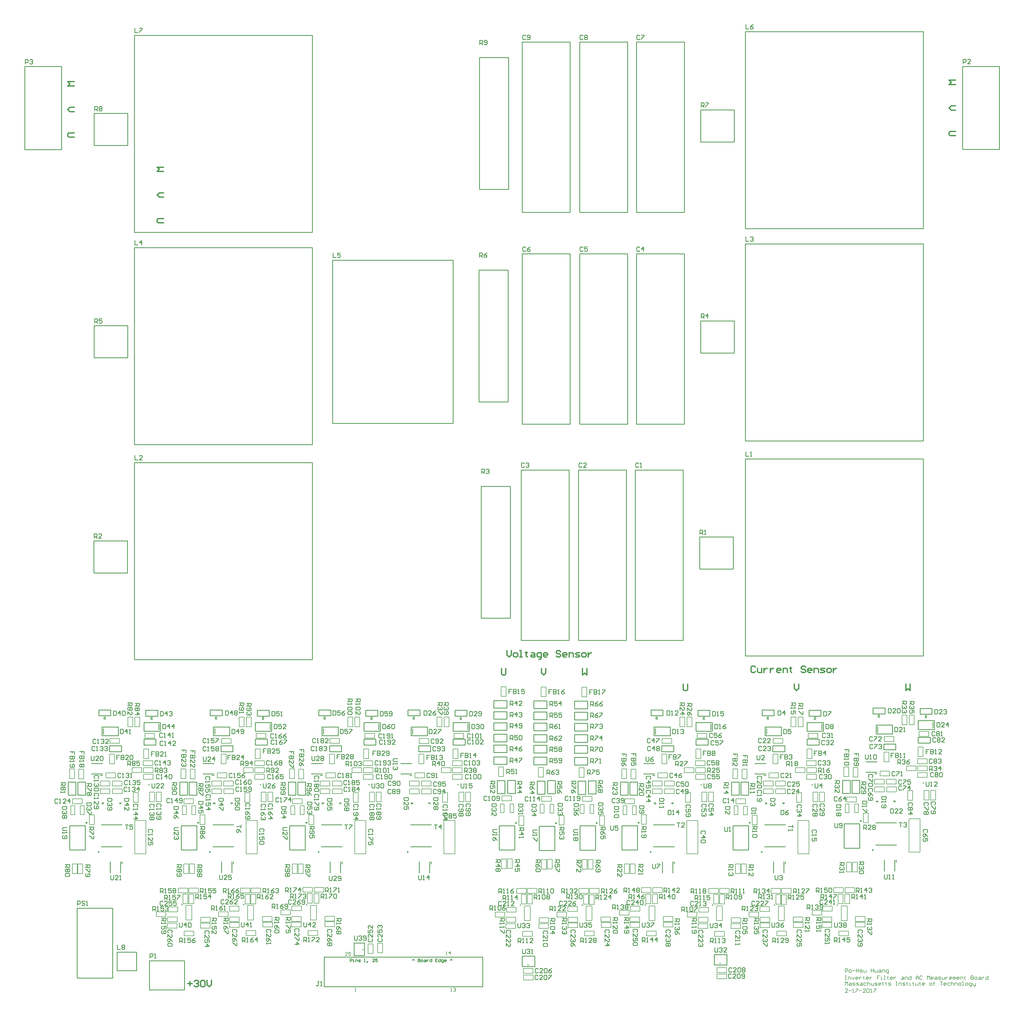
<source format=gto>
G04 Layer_Color=65535*
%FSLAX25Y25*%
%MOIN*%
G70*
G01*
G75*
%ADD31C,0.00787*%
%ADD32C,0.01000*%
%ADD33C,0.01575*%
%ADD48C,0.00984*%
%ADD49C,0.01575*%
%ADD50C,0.02016*%
%ADD51C,0.01968*%
%ADD52C,0.00700*%
%ADD53C,0.00500*%
%ADD54C,0.00800*%
D31*
X1178067Y672657D02*
Y692343D01*
X1185941Y672657D02*
Y692343D01*
X1178067D02*
X1185941D01*
X1178067Y672657D02*
X1185941D01*
X1093067D02*
Y692343D01*
X1100941Y672657D02*
Y692343D01*
X1093067D02*
X1100941D01*
X1093067Y672657D02*
X1100941D01*
X1009567D02*
Y692343D01*
X1017441Y672657D02*
Y692343D01*
X1009567D02*
X1017441D01*
X1009567Y672657D02*
X1017441D01*
X1894563Y672157D02*
Y691843D01*
X1902437Y672157D02*
Y691843D01*
X1894563D02*
X1902437D01*
X1894563Y672157D02*
X1902437D01*
X1635063D02*
Y691843D01*
X1642937Y672157D02*
Y691843D01*
X1635063D02*
X1642937D01*
X1635063Y672157D02*
X1642937D01*
X1809563D02*
Y691843D01*
X1817437Y672157D02*
Y691843D01*
X1809563D02*
X1817437D01*
X1809563Y672157D02*
X1817437D01*
X1550063D02*
Y691843D01*
X1557937Y672157D02*
Y691843D01*
X1550063D02*
X1557937D01*
X1550063Y672157D02*
X1557937D01*
X1726063D02*
Y691843D01*
X1733937Y672157D02*
Y691843D01*
X1726063D02*
X1733937D01*
X1726063Y672157D02*
X1733937D01*
X1466563D02*
Y691843D01*
X1474437Y672157D02*
Y691843D01*
X1466563D02*
X1474437D01*
X1466563Y672157D02*
X1474437D01*
X1237528Y807000D02*
X1252528D01*
Y762000D02*
Y807000D01*
X1237528Y762000D02*
X1252528D01*
X1237528D02*
Y807000D01*
X1091000D02*
X1106000D01*
Y762000D02*
Y807000D01*
X1091000Y762000D02*
X1106000D01*
X1091000D02*
Y807000D01*
X940500D02*
X955500D01*
Y762000D02*
Y807000D01*
X940500Y762000D02*
X955500D01*
X940500D02*
Y807000D01*
X1358000Y806972D02*
X1373000D01*
Y761972D02*
Y806972D01*
X1358000Y761972D02*
X1373000D01*
X1358000D02*
Y806972D01*
X1986000Y809500D02*
X2001000D01*
Y764500D02*
Y809500D01*
X1986000Y764500D02*
X2001000D01*
X1986000D02*
Y809500D01*
X1686028Y807000D02*
X1701028D01*
Y762000D02*
Y807000D01*
X1686028Y762000D02*
X1701028D01*
X1686028D02*
Y807000D01*
X1836028D02*
X1851028D01*
Y762000D02*
Y807000D01*
X1836028Y762000D02*
X1851028D01*
X1836028D02*
Y807000D01*
X1360787Y625787D02*
X1362230D01*
X1361509D01*
Y630117D01*
X1360787Y629395D01*
X1366560Y625787D02*
Y630117D01*
X1364395Y627952D01*
X1367281D01*
X1360787Y625787D02*
X1362230D01*
X1361509D01*
Y630117D01*
X1360787Y629395D01*
X1366560Y625787D02*
Y630117D01*
X1364395Y627952D01*
X1367281D01*
X1237787Y576287D02*
X1239231D01*
X1238509D01*
Y580617D01*
X1237787Y579895D01*
X1367287Y576287D02*
X1368731D01*
X1368009D01*
Y580617D01*
X1367287Y579895D01*
X1370895D02*
X1371617Y580617D01*
X1373060D01*
X1373781Y579895D01*
Y579174D01*
X1373060Y578452D01*
X1372338D01*
X1373060D01*
X1373781Y577731D01*
Y577009D01*
X1373060Y576287D01*
X1371617D01*
X1370895Y577009D01*
X1227674Y624787D02*
X1224787D01*
X1227674Y627674D01*
Y628395D01*
X1226952Y629117D01*
X1225509D01*
X1224787Y628395D01*
X1232003Y629117D02*
X1229117D01*
Y626952D01*
X1230560Y627674D01*
X1231281D01*
X1232003Y626952D01*
Y625509D01*
X1231281Y624787D01*
X1229838D01*
X1229117Y625509D01*
D32*
X1236500Y624831D02*
X1250500D01*
X1236500Y641831D02*
X1250500D01*
X1236500Y624831D02*
Y641831D01*
X1250500Y624831D02*
Y641831D01*
X1723000Y612000D02*
Y626000D01*
X1740000Y612000D02*
Y626000D01*
X1723000D02*
X1740000D01*
X1723000Y612000D02*
X1740000D01*
X1463500Y610000D02*
Y624000D01*
X1480500Y610000D02*
Y624000D01*
X1463500D02*
X1480500D01*
X1463500Y610000D02*
X1480500D01*
X1220287Y748315D02*
Y751276D01*
X1218287Y736315D02*
Y751276D01*
X1204287Y736315D02*
Y751276D01*
X1191028Y868000D02*
X1193988D01*
X1179028Y870000D02*
X1193988D01*
X1179028Y884000D02*
X1193988D01*
X1149700Y767314D02*
X1170700D01*
X1149700D02*
Y800109D01*
X1170700D01*
Y767314D02*
Y800109D01*
X1073760Y748315D02*
Y751276D01*
X1071760Y736315D02*
Y751276D01*
X1057760Y736315D02*
Y751276D01*
X1044500Y868000D02*
X1047461D01*
X1032500Y870000D02*
X1047461D01*
X1032500Y884000D02*
X1047461D01*
X1003172Y767314D02*
X1024172D01*
X1003172D02*
Y800109D01*
X1024172D01*
Y767314D02*
Y800109D01*
X923260Y748315D02*
Y751276D01*
X921260Y736315D02*
Y751276D01*
X907260Y736315D02*
Y751276D01*
X894000Y868000D02*
X896961D01*
X882000Y870000D02*
X896961D01*
X882000Y884000D02*
X896961D01*
X852672Y767314D02*
X873672D01*
X852672D02*
Y800109D01*
X873672D01*
Y767314D02*
Y800109D01*
X1541500Y767118D02*
X1562500D01*
X1541500D02*
Y799913D01*
X1562500D01*
Y767118D02*
Y799913D01*
X1486496Y766701D02*
X1507496D01*
X1486496D02*
Y799496D01*
X1507496D01*
Y766701D02*
Y799496D01*
X1432618Y767205D02*
X1453618D01*
X1432618D02*
Y800000D01*
X1453618D01*
Y767205D02*
Y800000D01*
X1340760Y748287D02*
Y751248D01*
X1338760Y736287D02*
Y751248D01*
X1324760Y736287D02*
Y751248D01*
X1311500Y867972D02*
X1314461D01*
X1299500Y869972D02*
X1314461D01*
X1299500Y883972D02*
X1314461D01*
X1968760Y750815D02*
Y753776D01*
X1966760Y738815D02*
Y753776D01*
X1952760Y738815D02*
Y753776D01*
X1939500Y870500D02*
X1942461D01*
X1927500Y872500D02*
X1942461D01*
X1927500Y886500D02*
X1942461D01*
X1898172Y769814D02*
X1919172D01*
X1898172D02*
Y802610D01*
X1919172D01*
Y769814D02*
Y802610D01*
X1668787Y748315D02*
Y751276D01*
X1666787Y736315D02*
Y751276D01*
X1652787Y736315D02*
Y751276D01*
X1639528Y868000D02*
X1642488D01*
X1627528Y870000D02*
X1642488D01*
X1627528Y884000D02*
X1642488D01*
X1598200Y767314D02*
X1619200D01*
X1598200D02*
Y800109D01*
X1619200D01*
Y767314D02*
Y800109D01*
X1818787Y748315D02*
Y751276D01*
X1816787Y736315D02*
Y751276D01*
X1802787Y736315D02*
Y751276D01*
X1789528Y868000D02*
X1792488D01*
X1777528Y870000D02*
X1792488D01*
X1777528Y884000D02*
X1792488D01*
X1748200Y767314D02*
X1769200D01*
X1748200D02*
Y800109D01*
X1769200D01*
Y767314D02*
Y800109D01*
X1192445Y801508D02*
X1220398D01*
X1192445Y771587D02*
X1220398D01*
X1045917Y801508D02*
X1073870D01*
X1045917Y771587D02*
X1073870D01*
X895417Y801508D02*
X923370D01*
X895417Y771587D02*
X923370D01*
X1312917Y801480D02*
X1340870D01*
X1312917Y771559D02*
X1340870D01*
X1940917Y804008D02*
X1968870D01*
X1940917Y774087D02*
X1968870D01*
X1640945Y801508D02*
X1668898D01*
X1640945Y771587D02*
X1668898D01*
X1790945Y801508D02*
X1818898D01*
X1790945Y771587D02*
X1818898D01*
X1158018Y841256D02*
Y858972D01*
X1147782Y841256D02*
X1158018D01*
X1147782D02*
Y858972D01*
X1158018D01*
X1170818Y841256D02*
Y858972D01*
X1160582Y841256D02*
X1170818D01*
X1160582D02*
Y858972D01*
X1170818D01*
X1011491Y841256D02*
Y858972D01*
X1001254Y841256D02*
X1011491D01*
X1001254D02*
Y858972D01*
X1011491D01*
X1024291Y841256D02*
Y858972D01*
X1014054Y841256D02*
X1024291D01*
X1014054D02*
Y858972D01*
X1024291D01*
X860991Y841256D02*
Y858972D01*
X850754Y841256D02*
X860991D01*
X850754D02*
Y858972D01*
X860991D01*
X873791Y841256D02*
Y858972D01*
X863554Y841256D02*
X873791D01*
X863554D02*
Y858972D01*
X873791D01*
X1549118Y842508D02*
Y860224D01*
X1538882Y842508D02*
X1549118D01*
X1538882D02*
Y860224D01*
X1549118D01*
X1534260Y922866D02*
X1551976D01*
Y912630D02*
Y922866D01*
X1534260Y912630D02*
X1551976D01*
X1534260D02*
Y922866D01*
X1534142Y928130D02*
X1551858D01*
X1534142D02*
Y938366D01*
X1551858D01*
Y928130D02*
Y938366D01*
X1534142Y892366D02*
X1551858D01*
Y882130D02*
Y892366D01*
X1534142Y882130D02*
X1551858D01*
X1534142D02*
Y892366D01*
X1534260Y908366D02*
X1551976D01*
Y898130D02*
Y908366D01*
X1534260Y898130D02*
X1551976D01*
X1534260D02*
Y908366D01*
X1563118Y843008D02*
Y860724D01*
X1552882Y843008D02*
X1563118D01*
X1552882D02*
Y860724D01*
X1563118D01*
X1534142Y953366D02*
X1551858D01*
Y943130D02*
Y953366D01*
X1534142Y943130D02*
X1551858D01*
X1534142D02*
Y953366D01*
Y958130D02*
X1551858D01*
X1534142D02*
Y968366D01*
X1551858D01*
Y958130D02*
Y968366D01*
X1494114Y842756D02*
Y860472D01*
X1483878Y842756D02*
X1494114D01*
X1483878D02*
Y860472D01*
X1494114D01*
X1479256Y923114D02*
X1496972D01*
Y912878D02*
Y923114D01*
X1479256Y912878D02*
X1496972D01*
X1479256D02*
Y923114D01*
X1479138Y928378D02*
X1496854D01*
X1479138D02*
Y938614D01*
X1496854D01*
Y928378D02*
Y938614D01*
X1479138Y892614D02*
X1496854D01*
Y882378D02*
Y892614D01*
X1479138Y882378D02*
X1496854D01*
X1479138D02*
Y892614D01*
X1479256Y908614D02*
X1496972D01*
Y898378D02*
Y908614D01*
X1479256Y898378D02*
X1496972D01*
X1479256D02*
Y908614D01*
X1508114Y843256D02*
Y860972D01*
X1497878Y843256D02*
X1508114D01*
X1497878D02*
Y860972D01*
X1508114D01*
X1479138Y953614D02*
X1496854D01*
Y943378D02*
Y953614D01*
X1479138Y943378D02*
X1496854D01*
X1479138D02*
Y953614D01*
Y958378D02*
X1496854D01*
X1479138D02*
Y968614D01*
X1496854D01*
Y958378D02*
Y968614D01*
X1440236Y843260D02*
Y860976D01*
X1430000Y843260D02*
X1440236D01*
X1430000D02*
Y860976D01*
X1440236D01*
X1425378Y923618D02*
X1443095D01*
Y913382D02*
Y923618D01*
X1425378Y913382D02*
X1443095D01*
X1425378D02*
Y923618D01*
X1425260Y928882D02*
X1442976D01*
X1425260D02*
Y939118D01*
X1442976D01*
Y928882D02*
Y939118D01*
X1425260Y893118D02*
X1442976D01*
Y882882D02*
Y893118D01*
X1425260Y882882D02*
X1442976D01*
X1425260D02*
Y893118D01*
X1425378Y909118D02*
X1443095D01*
Y898882D02*
Y909118D01*
X1425378Y898882D02*
X1443095D01*
X1425378D02*
Y909118D01*
X1454236Y843760D02*
Y861476D01*
X1444000Y843760D02*
X1454236D01*
X1444000D02*
Y861476D01*
X1454236D01*
X1425260Y954118D02*
X1442976D01*
Y943882D02*
Y954118D01*
X1425260Y943882D02*
X1442976D01*
X1425260D02*
Y954118D01*
Y958882D02*
X1442976D01*
X1425260D02*
Y969118D01*
X1442976D01*
Y958882D02*
Y969118D01*
X1906491Y843756D02*
Y861472D01*
X1896254Y843756D02*
X1906491D01*
X1896254D02*
Y861472D01*
X1906491D01*
X1919291Y843756D02*
Y861472D01*
X1909054Y843756D02*
X1919291D01*
X1909054D02*
Y861472D01*
X1919291D01*
X1606518Y841256D02*
Y858972D01*
X1596282Y841256D02*
X1606518D01*
X1596282D02*
Y858972D01*
X1606518D01*
X1619318Y841256D02*
Y858972D01*
X1609082Y841256D02*
X1619318D01*
X1609082D02*
Y858972D01*
X1619318D01*
X1756518Y841256D02*
Y858972D01*
X1746282Y841256D02*
X1756518D01*
X1746282D02*
Y858972D01*
X1756518D01*
X1769318Y841256D02*
Y858972D01*
X1759082Y841256D02*
X1769318D01*
X1759082D02*
Y858972D01*
X1769318D01*
X1405815Y1659492D02*
Y1837445D01*
X1445185D01*
Y1659492D02*
Y1837445D01*
X1405815Y1659492D02*
X1445185D01*
X885717Y1718724D02*
Y1762032D01*
X930992Y1718724D02*
Y1762032D01*
X885717D02*
X930992D01*
X885717Y1718724D02*
X930992D01*
X1704626Y1723516D02*
Y1766823D01*
X1749902Y1723516D02*
Y1766823D01*
X1704626D02*
X1749902D01*
X1704626Y1723516D02*
X1749902D01*
X1405315Y1372492D02*
Y1550445D01*
X1444685D01*
Y1372492D02*
Y1550445D01*
X1405315Y1372492D02*
X1444685D01*
X885717Y1432016D02*
Y1475323D01*
X930992Y1432016D02*
Y1475323D01*
X885717D02*
X930992D01*
X885717Y1432016D02*
X930992D01*
X1704626Y1438516D02*
Y1481823D01*
X1749902Y1438516D02*
Y1481823D01*
X1704626D02*
X1749902D01*
X1704626Y1438516D02*
X1749902D01*
X1408315Y1080492D02*
Y1258445D01*
X1447685D01*
Y1080492D02*
Y1258445D01*
X1408315Y1080492D02*
X1447685D01*
X885217Y1141516D02*
Y1184823D01*
X930492Y1141516D02*
Y1184823D01*
X885217D02*
X930492D01*
X885217Y1141516D02*
X930492D01*
X1703217Y1146724D02*
Y1190032D01*
X1748492Y1146724D02*
Y1190032D01*
X1703217D02*
X1748492D01*
X1703217Y1146724D02*
X1748492D01*
X910500Y594256D02*
Y688744D01*
X862500Y594256D02*
Y688744D01*
X910500D01*
X862500Y594256D02*
X910500D01*
X792024Y1713043D02*
X841630D01*
Y1825248D01*
X792024Y1713043D02*
Y1825248D01*
X841630D01*
X2058370Y1825445D02*
X2107976D01*
X2058370Y1713240D02*
Y1825445D01*
X2107976Y1713240D02*
Y1825445D01*
X2058370Y1713240D02*
X2107976D01*
X960378Y578315D02*
X1007622D01*
X960378Y617685D02*
X1007622D01*
Y578315D02*
Y617685D01*
X960378Y578315D02*
Y617685D01*
X943000Y604500D02*
Y629500D01*
X916500Y604500D02*
X943000D01*
X916500Y629500D02*
X943000D01*
X916500Y604500D02*
Y629500D01*
X939972Y1601221D02*
X1180130D01*
Y1867362D01*
X939972Y1601221D02*
Y1867362D01*
X1180130D01*
X1764972Y1606220D02*
X2005130D01*
Y1872362D01*
X1764972Y1606220D02*
Y1872362D01*
X2005130D01*
X1207555Y1563842D02*
X1370154D01*
X1207555Y1343370D02*
Y1563842D01*
X1370154Y1343370D02*
Y1563842D01*
X1207555Y1343370D02*
X1370154D01*
X939972Y1314721D02*
X1180130D01*
Y1580862D01*
X939972Y1314721D02*
Y1580862D01*
X1180130D01*
X1764972Y1319720D02*
X2005130D01*
Y1585862D01*
X1764972Y1319720D02*
Y1585862D01*
X2005130D01*
X939972Y1024220D02*
X1180130D01*
Y1290362D01*
X939972Y1024220D02*
Y1290362D01*
X1180130D01*
X1764972Y1029220D02*
X2005130D01*
Y1295362D01*
X1764972Y1029220D02*
Y1295362D01*
X2005130D01*
X1196189Y622669D02*
X1410189D01*
X1196189Y582590D02*
X1410189D01*
X1196189D02*
Y622669D01*
X1410189Y582590D02*
Y622669D01*
X1269925Y929563D02*
Y937437D01*
X1249846Y939406D02*
X1271894D01*
Y927594D02*
Y939406D01*
X1249846Y927594D02*
Y939406D01*
Y927594D02*
X1271894D01*
X1195130Y923563D02*
Y931437D01*
X1193161Y921595D02*
X1215209D01*
X1193161D02*
Y933405D01*
X1215209Y921595D02*
Y933405D01*
X1193161D02*
X1215209D01*
X1123398Y929563D02*
Y937437D01*
X1103319Y939406D02*
X1125366D01*
Y927594D02*
Y939406D01*
X1103319Y927594D02*
Y939406D01*
Y927594D02*
X1125366D01*
X1048602Y923563D02*
Y931437D01*
X1046634Y921595D02*
X1068681D01*
X1046634D02*
Y933405D01*
X1068681Y921595D02*
Y933405D01*
X1046634D02*
X1068681D01*
X972898Y929563D02*
Y937437D01*
X952819Y939406D02*
X974866D01*
Y927594D02*
Y939406D01*
X952819Y927594D02*
Y939406D01*
Y927594D02*
X974866D01*
X898102Y923563D02*
Y931437D01*
X896134Y921595D02*
X918181D01*
X896134D02*
Y933405D01*
X918181Y921595D02*
Y933405D01*
X896134D02*
X918181D01*
X1390398Y929535D02*
Y937409D01*
X1370319Y939378D02*
X1392366D01*
Y927567D02*
Y939378D01*
X1370319Y927567D02*
Y939378D01*
Y927567D02*
X1392366D01*
X1315602Y923535D02*
Y931409D01*
X1313634Y921567D02*
X1335681D01*
X1313634D02*
Y933378D01*
X1335681Y921567D02*
Y933378D01*
X1313634D02*
X1335681D01*
X2018398Y932063D02*
Y939937D01*
X1998319Y941905D02*
X2020366D01*
Y930095D02*
Y941905D01*
X1998319Y930095D02*
Y941905D01*
Y930095D02*
X2020366D01*
X1943602Y926063D02*
Y933937D01*
X1941634Y924094D02*
X1963681D01*
X1941634D02*
Y935905D01*
X1963681Y924094D02*
Y935905D01*
X1941634D02*
X1963681D01*
X1718425Y929563D02*
Y937437D01*
X1698347Y939406D02*
X1720394D01*
Y927594D02*
Y939406D01*
X1698347Y927594D02*
Y939406D01*
Y927594D02*
X1720394D01*
X1643630Y923563D02*
Y931437D01*
X1641661Y921595D02*
X1663709D01*
X1641661D02*
Y933405D01*
X1663709Y921595D02*
Y933405D01*
X1641661D02*
X1663709D01*
X1868425Y929563D02*
Y937437D01*
X1848347Y939406D02*
X1870394D01*
Y927594D02*
Y939406D01*
X1848347Y927594D02*
Y939406D01*
Y927594D02*
X1870394D01*
X1793630Y923563D02*
Y931437D01*
X1791661Y921595D02*
X1813709D01*
X1791661D02*
Y933405D01*
X1813709Y921595D02*
Y933405D01*
X1791661D02*
X1813709D01*
X1463744Y1858205D02*
X1528311D01*
X1463744Y1628284D02*
Y1858205D01*
Y1628284D02*
X1528311D01*
Y1858205D01*
X1541244D02*
X1605811D01*
X1541244Y1628284D02*
Y1858205D01*
Y1628284D02*
X1605811D01*
Y1858205D01*
X1617902D02*
X1682468D01*
X1617902Y1628284D02*
Y1858205D01*
Y1628284D02*
X1682468D01*
Y1858205D01*
X1463744Y1572205D02*
X1528311D01*
X1463744Y1342284D02*
Y1572205D01*
Y1342284D02*
X1528311D01*
Y1572205D01*
X1541244D02*
X1605811D01*
X1541244Y1342284D02*
Y1572205D01*
Y1342284D02*
X1605811D01*
Y1572205D01*
X1617902D02*
X1682468D01*
X1617902Y1342284D02*
Y1572205D01*
Y1342284D02*
X1682468D01*
Y1572205D01*
X1462244Y1280398D02*
X1526811D01*
X1462244Y1050476D02*
Y1280398D01*
Y1050476D02*
X1526811D01*
Y1280398D01*
X1539744D02*
X1604311D01*
X1539744Y1050476D02*
Y1280398D01*
Y1050476D02*
X1604311D01*
Y1280398D01*
X1616402D02*
X1680968D01*
X1616402Y1050476D02*
Y1280398D01*
Y1050476D02*
X1680968D01*
Y1280398D01*
X1231354Y616370D02*
Y620306D01*
X1233322D01*
X1233978Y619650D01*
Y618338D01*
X1233322Y617682D01*
X1231354D01*
X1235290Y616370D02*
X1236602D01*
X1235946D01*
Y618994D01*
X1235290D01*
X1238570Y616370D02*
Y618994D01*
X1240538D01*
X1241194Y618338D01*
Y616370D01*
X1242506D02*
X1244473D01*
X1245129Y617026D01*
X1244473Y617682D01*
X1243161D01*
X1242506Y618338D01*
X1243161Y618994D01*
X1245129D01*
X1250377Y616370D02*
X1251689D01*
X1251033D01*
Y620306D01*
X1250377Y619650D01*
X1254313Y615714D02*
X1254969Y616370D01*
Y617026D01*
X1254313D01*
Y616370D01*
X1254969D01*
X1254313Y615714D01*
X1253657Y615058D01*
X1264152Y616370D02*
X1261528D01*
X1264152Y618994D01*
Y619650D01*
X1263496Y620306D01*
X1262184D01*
X1261528Y619650D01*
X1268088Y620306D02*
X1265464D01*
Y618338D01*
X1266776Y618994D01*
X1267432D01*
X1268088Y618338D01*
Y617026D01*
X1267432Y616370D01*
X1266120D01*
X1265464Y617026D01*
X1315213Y618338D02*
X1316525Y619650D01*
X1317836Y618338D01*
X1323084Y620306D02*
Y616370D01*
X1325052D01*
X1325708Y617026D01*
Y617682D01*
X1325052Y618338D01*
X1323084D01*
X1325052D01*
X1325708Y618994D01*
Y619650D01*
X1325052Y620306D01*
X1323084D01*
X1327676Y616370D02*
X1328988D01*
X1329644Y617026D01*
Y618338D01*
X1328988Y618994D01*
X1327676D01*
X1327020Y618338D01*
Y617026D01*
X1327676Y616370D01*
X1331612Y618994D02*
X1332923D01*
X1333579Y618338D01*
Y616370D01*
X1331612D01*
X1330956Y617026D01*
X1331612Y617682D01*
X1333579D01*
X1334891Y618994D02*
Y616370D01*
Y617682D01*
X1335547Y618338D01*
X1336203Y618994D01*
X1336859D01*
X1341451Y620306D02*
Y616370D01*
X1339483D01*
X1338827Y617026D01*
Y618338D01*
X1339483Y618994D01*
X1341451D01*
X1349322Y620306D02*
X1346698D01*
Y616370D01*
X1349322D01*
X1346698Y618338D02*
X1348010D01*
X1353258Y620306D02*
Y616370D01*
X1351290D01*
X1350634Y617026D01*
Y618338D01*
X1351290Y618994D01*
X1353258D01*
X1355882Y615058D02*
X1356538D01*
X1357194Y615714D01*
Y618994D01*
X1355226D01*
X1354570Y618338D01*
Y617026D01*
X1355226Y616370D01*
X1357194D01*
X1360474D02*
X1359162D01*
X1358506Y617026D01*
Y618338D01*
X1359162Y618994D01*
X1360474D01*
X1361130Y618338D01*
Y617682D01*
X1358506D01*
X1366377Y618338D02*
X1367689Y619650D01*
X1369001Y618338D01*
X1859028Y856998D02*
Y852000D01*
X1860027Y851000D01*
X1862027D01*
X1863026Y852000D01*
Y856998D01*
X1868025Y851000D02*
Y856998D01*
X1865026Y853999D01*
X1869024D01*
X792500Y1828751D02*
Y1834749D01*
X795499D01*
X796499Y1833750D01*
Y1831750D01*
X795499Y1830750D01*
X792500D01*
X798498Y1833750D02*
X799498Y1834749D01*
X801497D01*
X802497Y1833750D01*
Y1832750D01*
X801497Y1831750D01*
X800497D01*
X801497D01*
X802497Y1830750D01*
Y1829751D01*
X801497Y1828751D01*
X799498D01*
X798498Y1829751D01*
X2058900Y1828900D02*
Y1834898D01*
X2061899D01*
X2062899Y1833898D01*
Y1831899D01*
X2061899Y1830899D01*
X2058900D01*
X2068897Y1828900D02*
X2064898D01*
X2068897Y1832899D01*
Y1833898D01*
X2067897Y1834898D01*
X2065898D01*
X2064898Y1833898D01*
X1885248Y668998D02*
Y664000D01*
X1886248Y663000D01*
X1888247D01*
X1889247Y664000D01*
Y668998D01*
X1891246Y667998D02*
X1892246Y668998D01*
X1894245D01*
X1895245Y667998D01*
Y666999D01*
X1894245Y665999D01*
X1893245D01*
X1894245D01*
X1895245Y664999D01*
Y664000D01*
X1894245Y663000D01*
X1892246D01*
X1891246Y664000D01*
X1897244Y667998D02*
X1898244Y668998D01*
X1900243D01*
X1901243Y667998D01*
Y666999D01*
X1900243Y665999D01*
X1901243Y664999D01*
Y664000D01*
X1900243Y663000D01*
X1898244D01*
X1897244Y664000D01*
Y664999D01*
X1898244Y665999D01*
X1897244Y666999D01*
Y667998D01*
X1898244Y665999D02*
X1900243D01*
X1800752Y668998D02*
Y664000D01*
X1801752Y663000D01*
X1803751D01*
X1804751Y664000D01*
Y668998D01*
X1806750Y667998D02*
X1807750Y668998D01*
X1809749D01*
X1810749Y667998D01*
Y666999D01*
X1809749Y665999D01*
X1808749D01*
X1809749D01*
X1810749Y664999D01*
Y664000D01*
X1809749Y663000D01*
X1807750D01*
X1806750Y664000D01*
X1816747Y668998D02*
X1814747Y667998D01*
X1812748Y665999D01*
Y664000D01*
X1813748Y663000D01*
X1815747D01*
X1816747Y664000D01*
Y664999D01*
X1815747Y665999D01*
X1812748D01*
X1717252Y668498D02*
Y663500D01*
X1718252Y662500D01*
X1720251D01*
X1721251Y663500D01*
Y668498D01*
X1723250Y667498D02*
X1724250Y668498D01*
X1726249D01*
X1727249Y667498D01*
Y666499D01*
X1726249Y665499D01*
X1725249D01*
X1726249D01*
X1727249Y664499D01*
Y663500D01*
X1726249Y662500D01*
X1724250D01*
X1723250Y663500D01*
X1732247Y662500D02*
Y668498D01*
X1729248Y665499D01*
X1733247D01*
X1723500Y635498D02*
Y630500D01*
X1724500Y629500D01*
X1726499D01*
X1727499Y630500D01*
Y635498D01*
X1729498Y634498D02*
X1730498Y635498D01*
X1732497D01*
X1733497Y634498D01*
Y633499D01*
X1732497Y632499D01*
X1731497D01*
X1732497D01*
X1733497Y631499D01*
Y630500D01*
X1732497Y629500D01*
X1730498D01*
X1729498Y630500D01*
X1739495Y629500D02*
X1735496D01*
X1739495Y633499D01*
Y634498D01*
X1738495Y635498D01*
X1736496D01*
X1735496Y634498D01*
X1861000Y676000D02*
X1866998D01*
Y673001D01*
X1865998Y672001D01*
X1863999D01*
X1862999Y673001D01*
Y676000D01*
Y674001D02*
X1861000Y672001D01*
Y670002D02*
Y668003D01*
Y669002D01*
X1866998D01*
X1865998Y670002D01*
X1866998Y661005D02*
Y665004D01*
X1863999D01*
X1864999Y663004D01*
Y662005D01*
X1863999Y661005D01*
X1862000D01*
X1861000Y662005D01*
Y664004D01*
X1862000Y665004D01*
X1861000Y659005D02*
Y657006D01*
Y658006D01*
X1866998D01*
X1865998Y659005D01*
X1860500Y710000D02*
Y715998D01*
X1863499D01*
X1864499Y714998D01*
Y712999D01*
X1863499Y711999D01*
X1860500D01*
X1862499D02*
X1864499Y710000D01*
X1866498D02*
X1868497D01*
X1867498D01*
Y715998D01*
X1866498Y714998D01*
X1875495Y715998D02*
X1871496D01*
Y712999D01*
X1873496Y713999D01*
X1874496D01*
X1875495Y712999D01*
Y711000D01*
X1874496Y710000D01*
X1872496D01*
X1871496Y711000D01*
X1877494Y714998D02*
X1878494Y715998D01*
X1880494D01*
X1881493Y714998D01*
Y711000D01*
X1880494Y710000D01*
X1878494D01*
X1877494Y711000D01*
Y714998D01*
X1867000Y701500D02*
Y707498D01*
X1869999D01*
X1870999Y706498D01*
Y704499D01*
X1869999Y703499D01*
X1867000D01*
X1868999D02*
X1870999Y701500D01*
X1872998D02*
X1874997D01*
X1873998D01*
Y707498D01*
X1872998Y706498D01*
X1880996Y701500D02*
Y707498D01*
X1877996Y704499D01*
X1881995D01*
X1883994Y707498D02*
X1887993D01*
Y706498D01*
X1883994Y702500D01*
Y701500D01*
X1885000Y643000D02*
Y648998D01*
X1887999D01*
X1888999Y647998D01*
Y645999D01*
X1887999Y644999D01*
X1885000D01*
X1886999D02*
X1888999Y643000D01*
X1890998D02*
X1892997D01*
X1891998D01*
Y648998D01*
X1890998Y647998D01*
X1898996Y643000D02*
Y648998D01*
X1895996Y645999D01*
X1899995D01*
X1905993Y648998D02*
X1901995D01*
Y645999D01*
X1903994Y646999D01*
X1904993D01*
X1905993Y645999D01*
Y644000D01*
X1904993Y643000D01*
X1902994D01*
X1901995Y644000D01*
X1914500Y710000D02*
Y715998D01*
X1917499D01*
X1918499Y714998D01*
Y712999D01*
X1917499Y711999D01*
X1914500D01*
X1916499D02*
X1918499Y710000D01*
X1920498D02*
X1922497D01*
X1921498D01*
Y715998D01*
X1920498Y714998D01*
X1928495Y710000D02*
Y715998D01*
X1925496Y712999D01*
X1929495D01*
X1931495Y714998D02*
X1932494Y715998D01*
X1934493D01*
X1935493Y714998D01*
Y713999D01*
X1934493Y712999D01*
X1933494D01*
X1934493D01*
X1935493Y711999D01*
Y711000D01*
X1934493Y710000D01*
X1932494D01*
X1931495Y711000D01*
X1908500Y701500D02*
Y707498D01*
X1911499D01*
X1912499Y706498D01*
Y704499D01*
X1911499Y703499D01*
X1908500D01*
X1910499D02*
X1912499Y701500D01*
X1914498D02*
X1916497D01*
X1915498D01*
Y707498D01*
X1914498Y706498D01*
X1922495Y701500D02*
Y707498D01*
X1919496Y704499D01*
X1923495D01*
X1925495Y701500D02*
X1927494D01*
X1926494D01*
Y707498D01*
X1925495Y706498D01*
X1848248Y687500D02*
Y693498D01*
X1851247D01*
X1852247Y692498D01*
Y690499D01*
X1851247Y689499D01*
X1848248D01*
X1850247D02*
X1852247Y687500D01*
X1854246D02*
X1856245D01*
X1855246D01*
Y693498D01*
X1854246Y692498D01*
X1859245D02*
X1860244Y693498D01*
X1862243D01*
X1863243Y692498D01*
Y691499D01*
X1862243Y690499D01*
X1861244D01*
X1862243D01*
X1863243Y689499D01*
Y688500D01*
X1862243Y687500D01*
X1860244D01*
X1859245Y688500D01*
X1865243D02*
X1866242Y687500D01*
X1868242D01*
X1869241Y688500D01*
Y692498D01*
X1868242Y693498D01*
X1866242D01*
X1865243Y692498D01*
Y691499D01*
X1866242Y690499D01*
X1869241D01*
X1929500Y674500D02*
X1935498D01*
Y671501D01*
X1934498Y670501D01*
X1932499D01*
X1931499Y671501D01*
Y674500D01*
Y672501D02*
X1929500Y670501D01*
Y668502D02*
Y666503D01*
Y667502D01*
X1935498D01*
X1934498Y668502D01*
Y663504D02*
X1935498Y662504D01*
Y660504D01*
X1934498Y659505D01*
X1933499D01*
X1932499Y660504D01*
Y661504D01*
Y660504D01*
X1931499Y659505D01*
X1930500D01*
X1929500Y660504D01*
Y662504D01*
X1930500Y663504D01*
X1935498Y657506D02*
Y653507D01*
X1934498D01*
X1930500Y657506D01*
X1929500D01*
X1777000Y675000D02*
X1782998D01*
Y672001D01*
X1781998Y671001D01*
X1779999D01*
X1778999Y672001D01*
Y675000D01*
Y673001D02*
X1777000Y671001D01*
Y669002D02*
Y667003D01*
Y668002D01*
X1782998D01*
X1781998Y669002D01*
Y664004D02*
X1782998Y663004D01*
Y661004D01*
X1781998Y660005D01*
X1780999D01*
X1779999Y661004D01*
Y662004D01*
Y661004D01*
X1778999Y660005D01*
X1778000D01*
X1777000Y661004D01*
Y663004D01*
X1778000Y664004D01*
X1782998Y654007D02*
Y658006D01*
X1779999D01*
X1780999Y656006D01*
Y655007D01*
X1779999Y654007D01*
X1778000D01*
X1777000Y655007D01*
Y657006D01*
X1778000Y658006D01*
X1776500Y709000D02*
Y714998D01*
X1779499D01*
X1780499Y713998D01*
Y711999D01*
X1779499Y710999D01*
X1776500D01*
X1778499D02*
X1780499Y709000D01*
X1782498D02*
X1784497D01*
X1783498D01*
Y714998D01*
X1782498Y713998D01*
X1787496D02*
X1788496Y714998D01*
X1790495D01*
X1791495Y713998D01*
Y712999D01*
X1790495Y711999D01*
X1789496D01*
X1790495D01*
X1791495Y710999D01*
Y710000D01*
X1790495Y709000D01*
X1788496D01*
X1787496Y710000D01*
X1796494Y709000D02*
Y714998D01*
X1793494Y711999D01*
X1797493D01*
X1783000Y701500D02*
Y707498D01*
X1785999D01*
X1786999Y706498D01*
Y704499D01*
X1785999Y703499D01*
X1783000D01*
X1784999D02*
X1786999Y701500D01*
X1788998D02*
X1790997D01*
X1789998D01*
Y707498D01*
X1788998Y706498D01*
X1793996D02*
X1794996Y707498D01*
X1796996D01*
X1797995Y706498D01*
Y705499D01*
X1796996Y704499D01*
X1795996D01*
X1796996D01*
X1797995Y703499D01*
Y702500D01*
X1796996Y701500D01*
X1794996D01*
X1793996Y702500D01*
X1799994Y701500D02*
X1801994D01*
X1800994D01*
Y707498D01*
X1799994Y706498D01*
X1802000Y642500D02*
Y648498D01*
X1804999D01*
X1805999Y647498D01*
Y645499D01*
X1804999Y644499D01*
X1802000D01*
X1803999D02*
X1805999Y642500D01*
X1807998D02*
X1809997D01*
X1808998D01*
Y648498D01*
X1807998Y647498D01*
X1816995Y642500D02*
X1812996D01*
X1816995Y646499D01*
Y647498D01*
X1815995Y648498D01*
X1813996D01*
X1812996Y647498D01*
X1818995Y643500D02*
X1819994Y642500D01*
X1821993D01*
X1822993Y643500D01*
Y647498D01*
X1821993Y648498D01*
X1819994D01*
X1818995Y647498D01*
Y646499D01*
X1819994Y645499D01*
X1822993D01*
X1830000Y709000D02*
Y714998D01*
X1832999D01*
X1833999Y713998D01*
Y711999D01*
X1832999Y710999D01*
X1830000D01*
X1831999D02*
X1833999Y709000D01*
X1835998D02*
X1837997D01*
X1836998D01*
Y714998D01*
X1835998Y713998D01*
X1844995Y709000D02*
X1840996D01*
X1844995Y712999D01*
Y713998D01*
X1843995Y714998D01*
X1841996D01*
X1840996Y713998D01*
X1846995Y714998D02*
X1850993D01*
Y713998D01*
X1846995Y710000D01*
Y709000D01*
X1822500Y700748D02*
Y706746D01*
X1825499D01*
X1826499Y705746D01*
Y703747D01*
X1825499Y702747D01*
X1822500D01*
X1824499D02*
X1826499Y700748D01*
X1828498D02*
X1830497D01*
X1829498D01*
Y706746D01*
X1828498Y705746D01*
X1837495Y700748D02*
X1833496D01*
X1837495Y704747D01*
Y705746D01*
X1836496Y706746D01*
X1834496D01*
X1833496Y705746D01*
X1843493Y706746D02*
X1839495D01*
Y703747D01*
X1841494Y704747D01*
X1842493D01*
X1843493Y703747D01*
Y701748D01*
X1842493Y700748D01*
X1840494D01*
X1839495Y701748D01*
X1760500Y685500D02*
Y691498D01*
X1763499D01*
X1764499Y690498D01*
Y688499D01*
X1763499Y687499D01*
X1760500D01*
X1762499D02*
X1764499Y685500D01*
X1766498D02*
X1768497D01*
X1767498D01*
Y691498D01*
X1766498Y690498D01*
X1775495Y685500D02*
X1771496D01*
X1775495Y689499D01*
Y690498D01*
X1774496Y691498D01*
X1772496D01*
X1771496Y690498D01*
X1777494D02*
X1778494Y691498D01*
X1780494D01*
X1781493Y690498D01*
Y689499D01*
X1780494Y688499D01*
X1779494D01*
X1780494D01*
X1781493Y687499D01*
Y686500D01*
X1780494Y685500D01*
X1778494D01*
X1777494Y686500D01*
X1845752Y676000D02*
X1851750D01*
Y673001D01*
X1850750Y672001D01*
X1848751D01*
X1847751Y673001D01*
Y676000D01*
Y674001D02*
X1845752Y672001D01*
Y670002D02*
Y668003D01*
Y669002D01*
X1851750D01*
X1850750Y670002D01*
X1845752Y661005D02*
Y665004D01*
X1849751Y661005D01*
X1850750D01*
X1851750Y662005D01*
Y664004D01*
X1850750Y665004D01*
X1845752Y659005D02*
Y657006D01*
Y658006D01*
X1851750D01*
X1850750Y659005D01*
X1693000Y675000D02*
X1698998D01*
Y672001D01*
X1697998Y671001D01*
X1695999D01*
X1694999Y672001D01*
Y675000D01*
Y673001D02*
X1693000Y671001D01*
Y669002D02*
Y667003D01*
Y668002D01*
X1698998D01*
X1697998Y669002D01*
X1693000Y664004D02*
Y662004D01*
Y663004D01*
X1698998D01*
X1697998Y664004D01*
X1694000Y659005D02*
X1693000Y658006D01*
Y656006D01*
X1694000Y655007D01*
X1697998D01*
X1698998Y656006D01*
Y658006D01*
X1697998Y659005D01*
X1696999D01*
X1695999Y658006D01*
Y655007D01*
X1691500Y709000D02*
Y714998D01*
X1694499D01*
X1695499Y713998D01*
Y711999D01*
X1694499Y710999D01*
X1691500D01*
X1693499D02*
X1695499Y709000D01*
X1697498D02*
X1699497D01*
X1698498D01*
Y714998D01*
X1697498Y713998D01*
X1702496Y709000D02*
X1704496D01*
X1703496D01*
Y714998D01*
X1702496Y713998D01*
X1707495D02*
X1708495Y714998D01*
X1710494D01*
X1711493Y713998D01*
Y712999D01*
X1710494Y711999D01*
X1711493Y710999D01*
Y710000D01*
X1710494Y709000D01*
X1708495D01*
X1707495Y710000D01*
Y710999D01*
X1708495Y711999D01*
X1707495Y712999D01*
Y713998D01*
X1708495Y711999D02*
X1710494D01*
X1697000Y700000D02*
Y705998D01*
X1699999D01*
X1700999Y704998D01*
Y702999D01*
X1699999Y701999D01*
X1697000D01*
X1698999D02*
X1700999Y700000D01*
X1702998D02*
X1704997D01*
X1703998D01*
Y705998D01*
X1702998Y704998D01*
X1707996Y700000D02*
X1709996D01*
X1708996D01*
Y705998D01*
X1707996Y704998D01*
X1716994Y705998D02*
X1712995D01*
Y702999D01*
X1714994Y703999D01*
X1715994D01*
X1716994Y702999D01*
Y701000D01*
X1715994Y700000D01*
X1713994D01*
X1712995Y701000D01*
X1717500Y642000D02*
Y647998D01*
X1720499D01*
X1721499Y646998D01*
Y644999D01*
X1720499Y643999D01*
X1717500D01*
X1719499D02*
X1721499Y642000D01*
X1723498D02*
X1725497D01*
X1724498D01*
Y647998D01*
X1723498Y646998D01*
X1728496Y642000D02*
X1730496D01*
X1729496D01*
Y647998D01*
X1728496Y646998D01*
X1733495D02*
X1734495Y647998D01*
X1736494D01*
X1737494Y646998D01*
Y645999D01*
X1736494Y644999D01*
X1735494D01*
X1736494D01*
X1737494Y643999D01*
Y643000D01*
X1736494Y642000D01*
X1734495D01*
X1733495Y643000D01*
X1745500Y709000D02*
Y714998D01*
X1748499D01*
X1749499Y713998D01*
Y711999D01*
X1748499Y710999D01*
X1745500D01*
X1747499D02*
X1749499Y709000D01*
X1751498D02*
X1753497D01*
X1752498D01*
Y714998D01*
X1751498Y713998D01*
X1756496Y709000D02*
X1758496D01*
X1757496D01*
Y714998D01*
X1756496Y713998D01*
X1761495Y709000D02*
X1763494D01*
X1762494D01*
Y714998D01*
X1761495Y713998D01*
X1739000Y701000D02*
Y706998D01*
X1741999D01*
X1742999Y705998D01*
Y703999D01*
X1741999Y702999D01*
X1739000D01*
X1740999D02*
X1742999Y701000D01*
X1744998D02*
X1746997D01*
X1745998D01*
Y706998D01*
X1744998Y705998D01*
X1749996D02*
X1750996Y706998D01*
X1752995D01*
X1753995Y705998D01*
Y702000D01*
X1752995Y701000D01*
X1750996D01*
X1749996Y702000D01*
Y705998D01*
X1755994Y702000D02*
X1756994Y701000D01*
X1758994D01*
X1759993Y702000D01*
Y705998D01*
X1758994Y706998D01*
X1756994D01*
X1755994Y705998D01*
Y704999D01*
X1756994Y703999D01*
X1759993D01*
X1679000Y684500D02*
Y690498D01*
X1681999D01*
X1682999Y689498D01*
Y687499D01*
X1681999Y686499D01*
X1679000D01*
X1680999D02*
X1682999Y684500D01*
X1684998D02*
X1686997D01*
X1685998D01*
Y690498D01*
X1684998Y689498D01*
X1689996D02*
X1690996Y690498D01*
X1692995D01*
X1693995Y689498D01*
Y685500D01*
X1692995Y684500D01*
X1690996D01*
X1689996Y685500D01*
Y689498D01*
X1695995Y690498D02*
X1699993D01*
Y689498D01*
X1695995Y685500D01*
Y684500D01*
X1761248Y675000D02*
X1767246D01*
Y672001D01*
X1766246Y671001D01*
X1764247D01*
X1763247Y672001D01*
Y675000D01*
Y673001D02*
X1761248Y671001D01*
Y669002D02*
Y667003D01*
Y668002D01*
X1767246D01*
X1766246Y669002D01*
Y664004D02*
X1767246Y663004D01*
Y661004D01*
X1766246Y660005D01*
X1762248D01*
X1761248Y661004D01*
Y663004D01*
X1762248Y664004D01*
X1766246D01*
X1767246Y654007D02*
Y658006D01*
X1764247D01*
X1765247Y656006D01*
Y655007D01*
X1764247Y654007D01*
X1762248D01*
X1761248Y655007D01*
Y657006D01*
X1762248Y658006D01*
X1877750Y656501D02*
X1878750Y657501D01*
Y659500D01*
X1877750Y660500D01*
X1873752D01*
X1872752Y659500D01*
Y657501D01*
X1873752Y656501D01*
X1872752Y650503D02*
Y654502D01*
X1876751Y650503D01*
X1877750D01*
X1878750Y651503D01*
Y653502D01*
X1877750Y654502D01*
X1878750Y644505D02*
Y648504D01*
X1875751D01*
X1876751Y646504D01*
Y645505D01*
X1875751Y644505D01*
X1873752D01*
X1872752Y645505D01*
Y647504D01*
X1873752Y648504D01*
X1872752Y642506D02*
Y640507D01*
Y641506D01*
X1878750D01*
X1877750Y642506D01*
X1869499Y698998D02*
X1868499Y699998D01*
X1866500D01*
X1865500Y698998D01*
Y695000D01*
X1866500Y694000D01*
X1868499D01*
X1869499Y695000D01*
X1875497Y694000D02*
X1871498D01*
X1875497Y697999D01*
Y698998D01*
X1874497Y699998D01*
X1872498D01*
X1871498Y698998D01*
X1880495Y694000D02*
Y699998D01*
X1877496Y696999D01*
X1881495D01*
X1883494Y694000D02*
X1885493D01*
X1884494D01*
Y699998D01*
X1883494Y698998D01*
X1921998Y655501D02*
X1922998Y656501D01*
Y658500D01*
X1921998Y659500D01*
X1918000D01*
X1917000Y658500D01*
Y656501D01*
X1918000Y655501D01*
X1917000Y649503D02*
Y653502D01*
X1920999Y649503D01*
X1921998D01*
X1922998Y650503D01*
Y652502D01*
X1921998Y653502D01*
Y647504D02*
X1922998Y646504D01*
Y644505D01*
X1921998Y643505D01*
X1920999D01*
X1919999Y644505D01*
Y645505D01*
Y644505D01*
X1918999Y643505D01*
X1918000D01*
X1917000Y644505D01*
Y646504D01*
X1918000Y647504D01*
Y641506D02*
X1917000Y640506D01*
Y638507D01*
X1918000Y637507D01*
X1921998D01*
X1922998Y638507D01*
Y640506D01*
X1921998Y641506D01*
X1920999D01*
X1919999Y640506D01*
Y637507D01*
X1793746Y655501D02*
X1794746Y656501D01*
Y658500D01*
X1793746Y659500D01*
X1789748D01*
X1788748Y658500D01*
Y656501D01*
X1789748Y655501D01*
X1788748Y649503D02*
Y653502D01*
X1792747Y649503D01*
X1793746D01*
X1794746Y650503D01*
Y652502D01*
X1793746Y653502D01*
Y647504D02*
X1794746Y646504D01*
Y644505D01*
X1793746Y643505D01*
X1792747D01*
X1791747Y644505D01*
Y645505D01*
Y644505D01*
X1790747Y643505D01*
X1789748D01*
X1788748Y644505D01*
Y646504D01*
X1789748Y647504D01*
X1794746Y641506D02*
Y637507D01*
X1793746D01*
X1789748Y641506D01*
X1788748D01*
X1777499Y697498D02*
X1776499Y698498D01*
X1774500D01*
X1773500Y697498D01*
Y693500D01*
X1774500Y692500D01*
X1776499D01*
X1777499Y693500D01*
X1783497Y692500D02*
X1779498D01*
X1783497Y696499D01*
Y697498D01*
X1782497Y698498D01*
X1780498D01*
X1779498Y697498D01*
X1789495Y692500D02*
X1785496D01*
X1789495Y696499D01*
Y697498D01*
X1788495Y698498D01*
X1786496D01*
X1785496Y697498D01*
X1791494Y698498D02*
X1795493D01*
Y697498D01*
X1791494Y693500D01*
Y692500D01*
X1839750Y655501D02*
X1840750Y656501D01*
Y658500D01*
X1839750Y659500D01*
X1835752D01*
X1834752Y658500D01*
Y656501D01*
X1835752Y655501D01*
X1834752Y649503D02*
Y653502D01*
X1838751Y649503D01*
X1839750D01*
X1840750Y650503D01*
Y652502D01*
X1839750Y653502D01*
X1834752Y643505D02*
Y647504D01*
X1838751Y643505D01*
X1839750D01*
X1840750Y644505D01*
Y646504D01*
X1839750Y647504D01*
X1840750Y637507D02*
Y641506D01*
X1837751D01*
X1838751Y639506D01*
Y638507D01*
X1837751Y637507D01*
X1835752D01*
X1834752Y638507D01*
Y640506D01*
X1835752Y641506D01*
X1706498Y655001D02*
X1707498Y656001D01*
Y658000D01*
X1706498Y659000D01*
X1702500D01*
X1701500Y658000D01*
Y656001D01*
X1702500Y655001D01*
X1701500Y649003D02*
Y653002D01*
X1705499Y649003D01*
X1706498D01*
X1707498Y650003D01*
Y652002D01*
X1706498Y653002D01*
X1701500Y643005D02*
Y647004D01*
X1705499Y643005D01*
X1706498D01*
X1707498Y644005D01*
Y646004D01*
X1706498Y647004D01*
Y641006D02*
X1707498Y640006D01*
Y638007D01*
X1706498Y637007D01*
X1705499D01*
X1704499Y638007D01*
Y639007D01*
Y638007D01*
X1703499Y637007D01*
X1702500D01*
X1701500Y638007D01*
Y640006D01*
X1702500Y641006D01*
X1694999Y696998D02*
X1693999Y697998D01*
X1692000D01*
X1691000Y696998D01*
Y693000D01*
X1692000Y692000D01*
X1693999D01*
X1694999Y693000D01*
X1700997Y692000D02*
X1696998D01*
X1700997Y695999D01*
Y696998D01*
X1699997Y697998D01*
X1697998D01*
X1696998Y696998D01*
X1702996Y692000D02*
X1704996D01*
X1703996D01*
Y697998D01*
X1702996Y696998D01*
X1707994D02*
X1708994Y697998D01*
X1710994D01*
X1711993Y696998D01*
Y695999D01*
X1710994Y694999D01*
X1709994D01*
X1710994D01*
X1711993Y693999D01*
Y693000D01*
X1710994Y692000D01*
X1708994D01*
X1707994Y693000D01*
X1756494Y654001D02*
X1757494Y655001D01*
Y657000D01*
X1756494Y658000D01*
X1752496D01*
X1751496Y657000D01*
Y655001D01*
X1752496Y654001D01*
X1751496Y648003D02*
Y652002D01*
X1755495Y648003D01*
X1756494D01*
X1757494Y649003D01*
Y651002D01*
X1756494Y652002D01*
X1751496Y646004D02*
Y644004D01*
Y645004D01*
X1757494D01*
X1756494Y646004D01*
X1751496Y641006D02*
Y639006D01*
Y640006D01*
X1757494D01*
X1756494Y641006D01*
X1705100Y1485300D02*
Y1491298D01*
X1708099D01*
X1709099Y1490298D01*
Y1488299D01*
X1708099Y1487299D01*
X1705100D01*
X1707099D02*
X1709099Y1485300D01*
X1714097D02*
Y1491298D01*
X1711098Y1488299D01*
X1715097D01*
X1586000Y858500D02*
X1591998D01*
Y855501D01*
X1590998Y854501D01*
X1588999D01*
X1587999Y855501D01*
Y858500D01*
Y856501D02*
X1586000Y854501D01*
Y848503D02*
Y852502D01*
X1589999Y848503D01*
X1590998D01*
X1591998Y849503D01*
Y851502D01*
X1590998Y852502D01*
Y846504D02*
X1591998Y845504D01*
Y843505D01*
X1590998Y842505D01*
X1589999D01*
X1588999Y843505D01*
Y844505D01*
Y843505D01*
X1587999Y842505D01*
X1587000D01*
X1586000Y843505D01*
Y845504D01*
X1587000Y846504D01*
X1621500Y857000D02*
X1627498D01*
Y854001D01*
X1626498Y853001D01*
X1624499D01*
X1623499Y854001D01*
Y857000D01*
Y855001D02*
X1621500Y853001D01*
Y847003D02*
Y851002D01*
X1625499Y847003D01*
X1626498D01*
X1627498Y848003D01*
Y850002D01*
X1626498Y851002D01*
Y845004D02*
X1627498Y844004D01*
Y842005D01*
X1626498Y841005D01*
X1622500D01*
X1621500Y842005D01*
Y844004D01*
X1622500Y845004D01*
X1626498D01*
X1625000Y799000D02*
X1630998D01*
Y796001D01*
X1629998Y795001D01*
X1627999D01*
X1626999Y796001D01*
Y799000D01*
Y797001D02*
X1625000Y795001D01*
Y793002D02*
Y791003D01*
Y792002D01*
X1630998D01*
X1629998Y793002D01*
X1626000Y788004D02*
X1625000Y787004D01*
Y785005D01*
X1626000Y784005D01*
X1629998D01*
X1630998Y785005D01*
Y787004D01*
X1629998Y788004D01*
X1628999D01*
X1627999Y787004D01*
Y784005D01*
X1583000Y799998D02*
Y795000D01*
X1584000Y794000D01*
X1585999D01*
X1586999Y795000D01*
Y799998D01*
X1592997D02*
X1588998D01*
Y796999D01*
X1590997Y797999D01*
X1591997D01*
X1592997Y796999D01*
Y795000D01*
X1591997Y794000D01*
X1589998D01*
X1588998Y795000D01*
X1620500Y748000D02*
X1626498D01*
Y745001D01*
X1625498Y744001D01*
X1623499D01*
X1622499Y745001D01*
Y748000D01*
Y746001D02*
X1620500Y744001D01*
Y738003D02*
Y742002D01*
X1624499Y738003D01*
X1625498D01*
X1626498Y739003D01*
Y741002D01*
X1625498Y742002D01*
X1620500Y736004D02*
Y734004D01*
Y735004D01*
X1626498D01*
X1625498Y736004D01*
X1592200Y747796D02*
X1598198D01*
Y744797D01*
X1597198Y743797D01*
X1595199D01*
X1594199Y744797D01*
Y747796D01*
Y745797D02*
X1592200Y743797D01*
Y737799D02*
Y741798D01*
X1596199Y737799D01*
X1597198D01*
X1598198Y738799D01*
Y740798D01*
X1597198Y741798D01*
X1592200Y731801D02*
Y735800D01*
X1596199Y731801D01*
X1597198D01*
X1598198Y732801D01*
Y734800D01*
X1597198Y735800D01*
X1593998Y826000D02*
X1588000D01*
Y823001D01*
X1589000Y822001D01*
X1592998D01*
X1593998Y823001D01*
Y826000D01*
X1588000Y820002D02*
Y818003D01*
Y819002D01*
X1593998D01*
X1592998Y820002D01*
Y815004D02*
X1593998Y814004D01*
Y812004D01*
X1592998Y811005D01*
X1589000D01*
X1588000Y812004D01*
Y814004D01*
X1589000Y815004D01*
X1592998D01*
X1588999Y835998D02*
X1587999Y836998D01*
X1586000D01*
X1585000Y835998D01*
Y832000D01*
X1586000Y831000D01*
X1587999D01*
X1588999Y832000D01*
X1590998Y835998D02*
X1591998Y836998D01*
X1593997D01*
X1594997Y835998D01*
Y834999D01*
X1593997Y833999D01*
X1592997D01*
X1593997D01*
X1594997Y832999D01*
Y832000D01*
X1593997Y831000D01*
X1591998D01*
X1590998Y832000D01*
X1596996D02*
X1597996Y831000D01*
X1599995D01*
X1600995Y832000D01*
Y835998D01*
X1599995Y836998D01*
X1597996D01*
X1596996Y835998D01*
Y834999D01*
X1597996Y833999D01*
X1600995D01*
X1616998Y893501D02*
Y897500D01*
X1613999D01*
Y895501D01*
Y897500D01*
X1611000D01*
X1616998Y891502D02*
X1611000D01*
Y888503D01*
X1612000Y887503D01*
X1612999D01*
X1613999Y888503D01*
Y891502D01*
Y888503D01*
X1614999Y887503D01*
X1615998D01*
X1616998Y888503D01*
Y891502D01*
Y881505D02*
Y885504D01*
X1613999D01*
X1614999Y883504D01*
Y882505D01*
X1613999Y881505D01*
X1612000D01*
X1611000Y882505D01*
Y884504D01*
X1612000Y885504D01*
X1627998Y827000D02*
X1622000D01*
Y824001D01*
X1623000Y823001D01*
X1626998D01*
X1627998Y824001D01*
Y827000D01*
X1623000Y821002D02*
X1622000Y820002D01*
Y818003D01*
X1623000Y817003D01*
X1626998D01*
X1627998Y818003D01*
Y820002D01*
X1626998Y821002D01*
X1625999D01*
X1624999Y820002D01*
Y817003D01*
X1603998Y893001D02*
Y897000D01*
X1600999D01*
Y895001D01*
Y897000D01*
X1598000D01*
X1603998Y891002D02*
X1598000D01*
Y888003D01*
X1599000Y887003D01*
X1599999D01*
X1600999Y888003D01*
Y891002D01*
Y888003D01*
X1601999Y887003D01*
X1602998D01*
X1603998Y888003D01*
Y891002D01*
Y881005D02*
X1602998Y883004D01*
X1600999Y885004D01*
X1599000D01*
X1598000Y884004D01*
Y882005D01*
X1599000Y881005D01*
X1599999D01*
X1600999Y882005D01*
Y885004D01*
X1406300Y1854600D02*
Y1860598D01*
X1409299D01*
X1410299Y1859598D01*
Y1857599D01*
X1409299Y1856599D01*
X1406300D01*
X1408299D02*
X1410299Y1854600D01*
X1412298Y1855600D02*
X1413298Y1854600D01*
X1415297D01*
X1416297Y1855600D01*
Y1859598D01*
X1415297Y1860598D01*
X1413298D01*
X1412298Y1859598D01*
Y1858599D01*
X1413298Y1857599D01*
X1416297D01*
X886191Y1765509D02*
Y1771507D01*
X889190D01*
X890189Y1770507D01*
Y1768508D01*
X889190Y1767508D01*
X886191D01*
X888190D02*
X890189Y1765509D01*
X892189Y1770507D02*
X893188Y1771507D01*
X895188D01*
X896187Y1770507D01*
Y1769507D01*
X895188Y1768508D01*
X896187Y1767508D01*
Y1766508D01*
X895188Y1765509D01*
X893188D01*
X892189Y1766508D01*
Y1767508D01*
X893188Y1768508D01*
X892189Y1769507D01*
Y1770507D01*
X893188Y1768508D02*
X895188D01*
X1705100Y1770300D02*
Y1776298D01*
X1708099D01*
X1709099Y1775298D01*
Y1773299D01*
X1708099Y1772299D01*
X1705100D01*
X1707099D02*
X1709099Y1770300D01*
X1711098Y1776298D02*
X1715097D01*
Y1775298D01*
X1711098Y1771300D01*
Y1770300D01*
X1405800Y1567600D02*
Y1573598D01*
X1408799D01*
X1409799Y1572598D01*
Y1570599D01*
X1408799Y1569599D01*
X1405800D01*
X1407799D02*
X1409799Y1567600D01*
X1415797Y1573598D02*
X1413797Y1572598D01*
X1411798Y1570599D01*
Y1568600D01*
X1412798Y1567600D01*
X1414797D01*
X1415797Y1568600D01*
Y1569599D01*
X1414797Y1570599D01*
X1411798D01*
X886200Y1478800D02*
Y1484798D01*
X889199D01*
X890199Y1483798D01*
Y1481799D01*
X889199Y1480799D01*
X886200D01*
X888199D02*
X890199Y1478800D01*
X896197Y1484798D02*
X892198D01*
Y1481799D01*
X894197Y1482799D01*
X895197D01*
X896197Y1481799D01*
Y1479800D01*
X895197Y1478800D01*
X893198D01*
X892198Y1479800D01*
X1408800Y1275600D02*
Y1281598D01*
X1411799D01*
X1412799Y1280598D01*
Y1278599D01*
X1411799Y1277599D01*
X1408800D01*
X1410799D02*
X1412799Y1275600D01*
X1414798Y1280598D02*
X1415798Y1281598D01*
X1417797D01*
X1418797Y1280598D01*
Y1279599D01*
X1417797Y1278599D01*
X1416797D01*
X1417797D01*
X1418797Y1277599D01*
Y1276600D01*
X1417797Y1275600D01*
X1415798D01*
X1414798Y1276600D01*
X1703700Y1193509D02*
Y1199507D01*
X1706699D01*
X1707699Y1198507D01*
Y1196508D01*
X1706699Y1195508D01*
X1703700D01*
X1705699D02*
X1707699Y1193509D01*
X1709698D02*
X1711697D01*
X1710698D01*
Y1199507D01*
X1709698Y1198507D01*
X940500Y1876898D02*
Y1870900D01*
X944499D01*
X946498Y1876898D02*
X950497D01*
Y1875898D01*
X946498Y1871900D01*
Y1870900D01*
X1765500Y1881898D02*
Y1875900D01*
X1769499D01*
X1775497Y1881898D02*
X1773497Y1880898D01*
X1771498Y1878899D01*
Y1876900D01*
X1772498Y1875900D01*
X1774497D01*
X1775497Y1876900D01*
Y1877899D01*
X1774497Y1878899D01*
X1771498D01*
X1208100Y1573298D02*
Y1567300D01*
X1212099D01*
X1218097Y1573298D02*
X1214098D01*
Y1570299D01*
X1216097Y1571299D01*
X1217097D01*
X1218097Y1570299D01*
Y1568300D01*
X1217097Y1567300D01*
X1215098D01*
X1214098Y1568300D01*
X940500Y1590398D02*
Y1584400D01*
X944499D01*
X949497D02*
Y1590398D01*
X946498Y1587399D01*
X950497D01*
X1765500Y1595398D02*
Y1589400D01*
X1769499D01*
X1771498Y1594398D02*
X1772498Y1595398D01*
X1774497D01*
X1775497Y1594398D01*
Y1593399D01*
X1774497Y1592399D01*
X1773497D01*
X1774497D01*
X1775497Y1591399D01*
Y1590400D01*
X1774497Y1589400D01*
X1772498D01*
X1771498Y1590400D01*
X940500Y1299898D02*
Y1293900D01*
X944499D01*
X950497D02*
X946498D01*
X950497Y1297899D01*
Y1298898D01*
X949497Y1299898D01*
X947498D01*
X946498Y1298898D01*
X1765500Y1304898D02*
Y1298900D01*
X1769499D01*
X1771498D02*
X1773497D01*
X1772498D01*
Y1304898D01*
X1771498Y1303898D01*
X1468199Y1866698D02*
X1467199Y1867698D01*
X1465200D01*
X1464200Y1866698D01*
Y1862700D01*
X1465200Y1861700D01*
X1467199D01*
X1468199Y1862700D01*
X1470198D02*
X1471198Y1861700D01*
X1473197D01*
X1474197Y1862700D01*
Y1866698D01*
X1473197Y1867698D01*
X1471198D01*
X1470198Y1866698D01*
Y1865699D01*
X1471198Y1864699D01*
X1474197D01*
X1545699Y1866698D02*
X1544699Y1867698D01*
X1542700D01*
X1541700Y1866698D01*
Y1862700D01*
X1542700Y1861700D01*
X1544699D01*
X1545699Y1862700D01*
X1547698Y1866698D02*
X1548698Y1867698D01*
X1550697D01*
X1551697Y1866698D01*
Y1865699D01*
X1550697Y1864699D01*
X1551697Y1863699D01*
Y1862700D01*
X1550697Y1861700D01*
X1548698D01*
X1547698Y1862700D01*
Y1863699D01*
X1548698Y1864699D01*
X1547698Y1865699D01*
Y1866698D01*
X1548698Y1864699D02*
X1550697D01*
X1622399Y1866698D02*
X1621399Y1867698D01*
X1619400D01*
X1618400Y1866698D01*
Y1862700D01*
X1619400Y1861700D01*
X1621399D01*
X1622399Y1862700D01*
X1624398Y1867698D02*
X1628397D01*
Y1866698D01*
X1624398Y1862700D01*
Y1861700D01*
X1468199Y1580698D02*
X1467199Y1581698D01*
X1465200D01*
X1464200Y1580698D01*
Y1576700D01*
X1465200Y1575700D01*
X1467199D01*
X1468199Y1576700D01*
X1474197Y1581698D02*
X1472197Y1580698D01*
X1470198Y1578699D01*
Y1576700D01*
X1471198Y1575700D01*
X1473197D01*
X1474197Y1576700D01*
Y1577699D01*
X1473197Y1578699D01*
X1470198D01*
X1545699Y1580698D02*
X1544699Y1581698D01*
X1542700D01*
X1541700Y1580698D01*
Y1576700D01*
X1542700Y1575700D01*
X1544699D01*
X1545699Y1576700D01*
X1551697Y1581698D02*
X1547698D01*
Y1578699D01*
X1549697Y1579699D01*
X1550697D01*
X1551697Y1578699D01*
Y1576700D01*
X1550697Y1575700D01*
X1548698D01*
X1547698Y1576700D01*
X1622399Y1580698D02*
X1621399Y1581698D01*
X1619400D01*
X1618400Y1580698D01*
Y1576700D01*
X1619400Y1575700D01*
X1621399D01*
X1622399Y1576700D01*
X1627397Y1575700D02*
Y1581698D01*
X1624398Y1578699D01*
X1628397D01*
X1466699Y1288898D02*
X1465699Y1289898D01*
X1463700D01*
X1462700Y1288898D01*
Y1284900D01*
X1463700Y1283900D01*
X1465699D01*
X1466699Y1284900D01*
X1468698Y1288898D02*
X1469698Y1289898D01*
X1471697D01*
X1472697Y1288898D01*
Y1287899D01*
X1471697Y1286899D01*
X1470697D01*
X1471697D01*
X1472697Y1285899D01*
Y1284900D01*
X1471697Y1283900D01*
X1469698D01*
X1468698Y1284900D01*
X1544199Y1288898D02*
X1543199Y1289898D01*
X1541200D01*
X1540200Y1288898D01*
Y1284900D01*
X1541200Y1283900D01*
X1543199D01*
X1544199Y1284900D01*
X1550197Y1283900D02*
X1546198D01*
X1550197Y1287899D01*
Y1288898D01*
X1549197Y1289898D01*
X1547198D01*
X1546198Y1288898D01*
X1620899D02*
X1619899Y1289898D01*
X1617900D01*
X1616900Y1288898D01*
Y1284900D01*
X1617900Y1283900D01*
X1619899D01*
X1620899Y1284900D01*
X1622898Y1283900D02*
X1624897D01*
X1623898D01*
Y1289898D01*
X1622898Y1288898D01*
X1709998Y789001D02*
X1710998Y790001D01*
Y792000D01*
X1709998Y793000D01*
X1706000D01*
X1705000Y792000D01*
Y790001D01*
X1706000Y789001D01*
X1705000Y784003D02*
X1710998D01*
X1707999Y787002D01*
Y783003D01*
X1709998Y781004D02*
X1710998Y780004D01*
Y778005D01*
X1709998Y777005D01*
X1706000D01*
X1705000Y778005D01*
Y780004D01*
X1706000Y781004D01*
X1709998D01*
X1670528Y881000D02*
Y886998D01*
X1673527D01*
X1674526Y885998D01*
Y883999D01*
X1673527Y882999D01*
X1670528D01*
X1672527D02*
X1674526Y881000D01*
X1680524D02*
X1676526D01*
X1680524Y884999D01*
Y885998D01*
X1679525Y886998D01*
X1677525D01*
X1676526Y885998D01*
X1682524Y886998D02*
X1686522D01*
Y885998D01*
X1682524Y882000D01*
Y881000D01*
X1714000Y872000D02*
Y877998D01*
X1716999D01*
X1717999Y876998D01*
Y874999D01*
X1716999Y873999D01*
X1714000D01*
X1715999D02*
X1717999Y872000D01*
X1723997D02*
X1719998D01*
X1723997Y875999D01*
Y876998D01*
X1722997Y877998D01*
X1720998D01*
X1719998Y876998D01*
X1729995Y877998D02*
X1725996D01*
Y874999D01*
X1727995Y875999D01*
X1728995D01*
X1729995Y874999D01*
Y873000D01*
X1728995Y872000D01*
X1726996D01*
X1725996Y873000D01*
X1717999Y868498D02*
X1716999Y869498D01*
X1715000D01*
X1714000Y868498D01*
Y864500D01*
X1715000Y863500D01*
X1716999D01*
X1717999Y864500D01*
X1723997Y869498D02*
X1719998D01*
Y866499D01*
X1721997Y867499D01*
X1722997D01*
X1723997Y866499D01*
Y864500D01*
X1722997Y863500D01*
X1720998D01*
X1719998Y864500D01*
X1729995Y869498D02*
X1725996D01*
Y866499D01*
X1727995Y867499D01*
X1728995D01*
X1729995Y866499D01*
Y864500D01*
X1728995Y863500D01*
X1726996D01*
X1725996Y864500D01*
X1635998Y863001D02*
X1636998Y864001D01*
Y866000D01*
X1635998Y867000D01*
X1632000D01*
X1631000Y866000D01*
Y864001D01*
X1632000Y863001D01*
X1631000Y858003D02*
X1636998D01*
X1633999Y861002D01*
Y857003D01*
X1636998Y851005D02*
Y855004D01*
X1633999D01*
X1634999Y853004D01*
Y852005D01*
X1633999Y851005D01*
X1632000D01*
X1631000Y852005D01*
Y854004D01*
X1632000Y855004D01*
X1676026Y858498D02*
X1675027Y859498D01*
X1673027D01*
X1672028Y858498D01*
Y854500D01*
X1673027Y853500D01*
X1675027D01*
X1676026Y854500D01*
X1682024Y859498D02*
X1678026D01*
Y856499D01*
X1680025Y857499D01*
X1681025D01*
X1682024Y856499D01*
Y854500D01*
X1681025Y853500D01*
X1679025D01*
X1678026Y854500D01*
X1684024Y858498D02*
X1685023Y859498D01*
X1687023D01*
X1688022Y858498D01*
Y854500D01*
X1687023Y853500D01*
X1685023D01*
X1684024Y854500D01*
Y858498D01*
X1660500Y820998D02*
Y815000D01*
X1663499D01*
X1664499Y816000D01*
Y819998D01*
X1663499Y820998D01*
X1660500D01*
X1666498Y815000D02*
X1668497D01*
X1667498D01*
Y820998D01*
X1666498Y819998D01*
X1674496Y815000D02*
Y820998D01*
X1671496Y817999D01*
X1675495D01*
X1654998Y837000D02*
X1649000D01*
Y834001D01*
X1650000Y833001D01*
X1653998D01*
X1654998Y834001D01*
Y837000D01*
X1649000Y831002D02*
Y829003D01*
Y830002D01*
X1654998D01*
X1653998Y831002D01*
X1649000Y826004D02*
Y824004D01*
Y825004D01*
X1654998D01*
X1653998Y826004D01*
X1686500Y965500D02*
X1692498D01*
Y962501D01*
X1691498Y961501D01*
X1689499D01*
X1688499Y962501D01*
Y965500D01*
Y963501D02*
X1686500Y961501D01*
Y955503D02*
Y959502D01*
X1690499Y955503D01*
X1691498D01*
X1692498Y956503D01*
Y958502D01*
X1691498Y959502D01*
X1692498Y949505D02*
X1691498Y951505D01*
X1689499Y953504D01*
X1687500D01*
X1686500Y952504D01*
Y950505D01*
X1687500Y949505D01*
X1688499D01*
X1689499Y950505D01*
Y953504D01*
X1676500Y966000D02*
X1682498D01*
Y963001D01*
X1681498Y962001D01*
X1679499D01*
X1678499Y963001D01*
Y966000D01*
Y964001D02*
X1676500Y962001D01*
Y956003D02*
Y960002D01*
X1680499Y956003D01*
X1681498D01*
X1682498Y957003D01*
Y959002D01*
X1681498Y960002D01*
X1676500Y951005D02*
X1682498D01*
X1679499Y954004D01*
Y950005D01*
X1720499Y923998D02*
X1719499Y924998D01*
X1717500D01*
X1716500Y923998D01*
Y920000D01*
X1717500Y919000D01*
X1719499D01*
X1720499Y920000D01*
X1726497Y924998D02*
X1722498D01*
Y921999D01*
X1724497Y922999D01*
X1725497D01*
X1726497Y921999D01*
Y920000D01*
X1725497Y919000D01*
X1723498D01*
X1722498Y920000D01*
X1732495Y924998D02*
X1730495Y923998D01*
X1728496Y921999D01*
Y920000D01*
X1729496Y919000D01*
X1731495D01*
X1732495Y920000D01*
Y920999D01*
X1731495Y921999D01*
X1728496D01*
X1636499Y916998D02*
X1635499Y917998D01*
X1633500D01*
X1632500Y916998D01*
Y913000D01*
X1633500Y912000D01*
X1635499D01*
X1636499Y913000D01*
X1641497Y912000D02*
Y917998D01*
X1638498Y914999D01*
X1642497D01*
X1644496Y917998D02*
X1648495D01*
Y916998D01*
X1644496Y913000D01*
Y912000D01*
X1722499Y913998D02*
X1721499Y914998D01*
X1719500D01*
X1718500Y913998D01*
Y910000D01*
X1719500Y909000D01*
X1721499D01*
X1722499Y910000D01*
X1728497Y914998D02*
X1724498D01*
Y911999D01*
X1726497Y912999D01*
X1727497D01*
X1728497Y911999D01*
Y910000D01*
X1727497Y909000D01*
X1725498D01*
X1724498Y910000D01*
X1730496Y914998D02*
X1734495D01*
Y913998D01*
X1730496Y910000D01*
Y909000D01*
X1630500Y892998D02*
Y888000D01*
X1631500Y887000D01*
X1633499D01*
X1634499Y888000D01*
Y892998D01*
X1640497D02*
X1638497Y891998D01*
X1636498Y889999D01*
Y888000D01*
X1637498Y887000D01*
X1639497D01*
X1640497Y888000D01*
Y888999D01*
X1639497Y889999D01*
X1636498D01*
X1689526Y824501D02*
X1690526Y825501D01*
Y827500D01*
X1689526Y828500D01*
X1685527D01*
X1684528Y827500D01*
Y825501D01*
X1685527Y824501D01*
X1690526Y818503D02*
Y822502D01*
X1687527D01*
X1688526Y820503D01*
Y819503D01*
X1687527Y818503D01*
X1685527D01*
X1684528Y819503D01*
Y821502D01*
X1685527Y822502D01*
Y816504D02*
X1684528Y815504D01*
Y813505D01*
X1685527Y812505D01*
X1689526D01*
X1690526Y813505D01*
Y815504D01*
X1689526Y816504D01*
X1688526D01*
X1687527Y815504D01*
Y812505D01*
X1711026Y825001D02*
X1712026Y826001D01*
Y828000D01*
X1711026Y829000D01*
X1707027D01*
X1706028Y828000D01*
Y826001D01*
X1707027Y825001D01*
X1712026Y819003D02*
Y823002D01*
X1709027D01*
X1710026Y821003D01*
Y820003D01*
X1709027Y819003D01*
X1707027D01*
X1706028Y820003D01*
Y822002D01*
X1707027Y823002D01*
X1711026Y817004D02*
X1712026Y816004D01*
Y814005D01*
X1711026Y813005D01*
X1710026D01*
X1709027Y814005D01*
Y815005D01*
Y814005D01*
X1708027Y813005D01*
X1707027D01*
X1706028Y814005D01*
Y816004D01*
X1707027Y817004D01*
X1720526Y825753D02*
X1721526Y826753D01*
Y828752D01*
X1720526Y829752D01*
X1716527D01*
X1715528Y828752D01*
Y826753D01*
X1716527Y825753D01*
X1721526Y819755D02*
Y823754D01*
X1718527D01*
X1719526Y821755D01*
Y820755D01*
X1718527Y819755D01*
X1716527D01*
X1715528Y820755D01*
Y822754D01*
X1716527Y823754D01*
X1715528Y814757D02*
X1721526D01*
X1718527Y817756D01*
Y813757D01*
X1639500Y748498D02*
Y743500D01*
X1640500Y742500D01*
X1642499D01*
X1643499Y743500D01*
Y748498D01*
X1645498D02*
X1649497D01*
Y747498D01*
X1645498Y743500D01*
Y742500D01*
X1666528Y930498D02*
Y924500D01*
X1669527D01*
X1670526Y925500D01*
Y929498D01*
X1669527Y930498D01*
X1666528D01*
X1672526Y924500D02*
X1674525D01*
X1673525D01*
Y930498D01*
X1672526Y929498D01*
X1677524D02*
X1678524Y930498D01*
X1680523D01*
X1681523Y929498D01*
Y928499D01*
X1680523Y927499D01*
X1679523D01*
X1680523D01*
X1681523Y926499D01*
Y925500D01*
X1680523Y924500D01*
X1678524D01*
X1677524Y925500D01*
X1667026Y869998D02*
X1666027Y870998D01*
X1664027D01*
X1663028Y869998D01*
Y866000D01*
X1664027Y865000D01*
X1666027D01*
X1667026Y866000D01*
X1672025Y865000D02*
Y870998D01*
X1669026Y867999D01*
X1673024D01*
X1679022Y870998D02*
X1677023Y869998D01*
X1675024Y867999D01*
Y866000D01*
X1676023Y865000D01*
X1678023D01*
X1679022Y866000D01*
Y866999D01*
X1678023Y867999D01*
X1675024D01*
X1717278Y886998D02*
X1716279Y887998D01*
X1714279D01*
X1713280Y886998D01*
Y883000D01*
X1714279Y882000D01*
X1716279D01*
X1717278Y883000D01*
X1723276Y887998D02*
X1719278D01*
Y884999D01*
X1721277Y885999D01*
X1722277D01*
X1723276Y884999D01*
Y883000D01*
X1722277Y882000D01*
X1720277D01*
X1719278Y883000D01*
X1725276Y886998D02*
X1726275Y887998D01*
X1728275D01*
X1729274Y886998D01*
Y885999D01*
X1728275Y884999D01*
X1729274Y883999D01*
Y883000D01*
X1728275Y882000D01*
X1726275D01*
X1725276Y883000D01*
Y883999D01*
X1726275Y884999D01*
X1725276Y885999D01*
Y886998D01*
X1726275Y884999D02*
X1728275D01*
X1635998Y844001D02*
X1636998Y845001D01*
Y847000D01*
X1635998Y848000D01*
X1632000D01*
X1631000Y847000D01*
Y845001D01*
X1632000Y844001D01*
X1631000Y839003D02*
X1636998D01*
X1633999Y842002D01*
Y838003D01*
X1631000Y833005D02*
X1636998D01*
X1633999Y836004D01*
Y832005D01*
X1675526Y848498D02*
X1674527Y849498D01*
X1672527D01*
X1671528Y848498D01*
Y844500D01*
X1672527Y843500D01*
X1674527D01*
X1675526Y844500D01*
X1680525Y843500D02*
Y849498D01*
X1677526Y846499D01*
X1681524D01*
X1683524Y844500D02*
X1684523Y843500D01*
X1686523D01*
X1687522Y844500D01*
Y848498D01*
X1686523Y849498D01*
X1684523D01*
X1683524Y848498D01*
Y847499D01*
X1684523Y846499D01*
X1687522D01*
X1709028Y856998D02*
Y852000D01*
X1710027Y851000D01*
X1712027D01*
X1713026Y852000D01*
Y856998D01*
X1715026Y855998D02*
X1716025Y856998D01*
X1718025D01*
X1719024Y855998D01*
Y854999D01*
X1718025Y853999D01*
X1719024Y852999D01*
Y852000D01*
X1718025Y851000D01*
X1716025D01*
X1715026Y852000D01*
Y852999D01*
X1716025Y853999D01*
X1715026Y854999D01*
Y855998D01*
X1716025Y853999D02*
X1718025D01*
X1672500Y803998D02*
X1676499D01*
X1674499D01*
Y798000D01*
X1682497D02*
X1678498D01*
X1682497Y801999D01*
Y802998D01*
X1681497Y803998D01*
X1679498D01*
X1678498Y802998D01*
X1723677Y936998D02*
Y931000D01*
X1726676D01*
X1727676Y932000D01*
Y935998D01*
X1726676Y936998D01*
X1723677D01*
X1729675Y931000D02*
X1731675D01*
X1730675D01*
Y936998D01*
X1729675Y935998D01*
X1738672Y936998D02*
X1736673Y935998D01*
X1734674Y933999D01*
Y932000D01*
X1735673Y931000D01*
X1737673D01*
X1738672Y932000D01*
Y932999D01*
X1737673Y933999D01*
X1734674D01*
X1665499Y895998D02*
X1661500D01*
Y892999D01*
X1663499D01*
X1661500D01*
Y890000D01*
X1667498Y895998D02*
Y890000D01*
X1670497D01*
X1671497Y891000D01*
Y891999D01*
X1670497Y892999D01*
X1667498D01*
X1670497D01*
X1671497Y893999D01*
Y894998D01*
X1670497Y895998D01*
X1667498D01*
X1673496D02*
X1677495D01*
Y894998D01*
X1673496Y891000D01*
Y890000D01*
X1636999Y906498D02*
X1635999Y907498D01*
X1634000D01*
X1633000Y906498D01*
Y902500D01*
X1634000Y901500D01*
X1635999D01*
X1636999Y902500D01*
X1641997Y901500D02*
Y907498D01*
X1638998Y904499D01*
X1642997D01*
X1644996Y906498D02*
X1645996Y907498D01*
X1647995D01*
X1648995Y906498D01*
Y905499D01*
X1647995Y904499D01*
X1648995Y903499D01*
Y902500D01*
X1647995Y901500D01*
X1645996D01*
X1644996Y902500D01*
Y903499D01*
X1645996Y904499D01*
X1644996Y905499D01*
Y906498D01*
X1645996Y904499D02*
X1647995D01*
X1711999Y900998D02*
X1708000D01*
Y897999D01*
X1709999D01*
X1708000D01*
Y895000D01*
X1713998Y900998D02*
Y895000D01*
X1716997D01*
X1717997Y896000D01*
Y896999D01*
X1716997Y897999D01*
X1713998D01*
X1716997D01*
X1717997Y898999D01*
Y899998D01*
X1716997Y900998D01*
X1713998D01*
X1719996Y899998D02*
X1720996Y900998D01*
X1722995D01*
X1723995Y899998D01*
Y898999D01*
X1722995Y897999D01*
X1723995Y896999D01*
Y896000D01*
X1722995Y895000D01*
X1720996D01*
X1719996Y896000D01*
Y896999D01*
X1720996Y897999D01*
X1719996Y898999D01*
Y899998D01*
X1720996Y897999D02*
X1722995D01*
X1659028Y955498D02*
Y949500D01*
X1662027D01*
X1663026Y950500D01*
Y954498D01*
X1662027Y955498D01*
X1659028D01*
X1665026Y949500D02*
X1667025D01*
X1666025D01*
Y955498D01*
X1665026Y954498D01*
X1674023Y949500D02*
X1670024D01*
X1674023Y953499D01*
Y954498D01*
X1673023Y955498D01*
X1671024D01*
X1670024Y954498D01*
X1720472Y954498D02*
Y948500D01*
X1723471D01*
X1724471Y949500D01*
Y953498D01*
X1723471Y954498D01*
X1720472D01*
X1726471Y948500D02*
X1728470D01*
X1727470D01*
Y954498D01*
X1726471Y953498D01*
X1735468Y954498D02*
X1731469D01*
Y951499D01*
X1733468Y952499D01*
X1734468D01*
X1735468Y951499D01*
Y949500D01*
X1734468Y948500D01*
X1732469D01*
X1731469Y949500D01*
X1805000Y732998D02*
Y728000D01*
X1806000Y727000D01*
X1807999D01*
X1808999Y728000D01*
Y732998D01*
X1810998Y731998D02*
X1811998Y732998D01*
X1813997D01*
X1814997Y731998D01*
Y730999D01*
X1813997Y729999D01*
X1812997D01*
X1813997D01*
X1814997Y728999D01*
Y728000D01*
X1813997Y727000D01*
X1811998D01*
X1810998Y728000D01*
X1780500Y894998D02*
Y890000D01*
X1781500Y889000D01*
X1783499D01*
X1784499Y890000D01*
Y894998D01*
X1790497Y889000D02*
X1786498D01*
X1790497Y892999D01*
Y893998D01*
X1789497Y894998D01*
X1787498D01*
X1786498Y893998D01*
X1737000Y798498D02*
Y793500D01*
X1738000Y792500D01*
X1739999D01*
X1740999Y793500D01*
Y798498D01*
X1742998Y792500D02*
X1744997D01*
X1743998D01*
Y798498D01*
X1742998Y797498D01*
X1829026Y801000D02*
Y797001D01*
Y799001D01*
X1823028D01*
Y795002D02*
Y793003D01*
Y794002D01*
X1829026D01*
X1828026Y795002D01*
X1820528Y881000D02*
Y886998D01*
X1823527D01*
X1824526Y885998D01*
Y883999D01*
X1823527Y882999D01*
X1820528D01*
X1822527D02*
X1824526Y881000D01*
X1826526D02*
X1828525D01*
X1827525D01*
Y886998D01*
X1826526Y885998D01*
X1831524D02*
X1832524Y886998D01*
X1834523D01*
X1835523Y885998D01*
Y884999D01*
X1834523Y883999D01*
X1835523Y882999D01*
Y882000D01*
X1834523Y881000D01*
X1832524D01*
X1831524Y882000D01*
Y882999D01*
X1832524Y883999D01*
X1831524Y884999D01*
Y885998D01*
X1832524Y883999D02*
X1834523D01*
X1836500Y965500D02*
X1842498D01*
Y962501D01*
X1841498Y961501D01*
X1839499D01*
X1838499Y962501D01*
Y965500D01*
Y963501D02*
X1836500Y961501D01*
Y959502D02*
Y957503D01*
Y958502D01*
X1842498D01*
X1841498Y959502D01*
X1842498Y954504D02*
Y950505D01*
X1841498D01*
X1837500Y954504D01*
X1836500D01*
X1863528Y872000D02*
Y877998D01*
X1866527D01*
X1867526Y876998D01*
Y874999D01*
X1866527Y873999D01*
X1863528D01*
X1865527D02*
X1867526Y872000D01*
X1869526D02*
X1871525D01*
X1870525D01*
Y877998D01*
X1869526Y876998D01*
X1878523Y877998D02*
X1876523Y876998D01*
X1874524Y874999D01*
Y873000D01*
X1875524Y872000D01*
X1877523D01*
X1878523Y873000D01*
Y873999D01*
X1877523Y874999D01*
X1874524D01*
X1826500Y966000D02*
X1832498D01*
Y963001D01*
X1831498Y962001D01*
X1829499D01*
X1828499Y963001D01*
Y966000D01*
Y964001D02*
X1826500Y962001D01*
Y960002D02*
Y958003D01*
Y959002D01*
X1832498D01*
X1831498Y960002D01*
X1832498Y951005D02*
Y955004D01*
X1829499D01*
X1830499Y953004D01*
Y952005D01*
X1829499Y951005D01*
X1827500D01*
X1826500Y952005D01*
Y954004D01*
X1827500Y955004D01*
X1736000Y858500D02*
X1741998D01*
Y855501D01*
X1740998Y854501D01*
X1738999D01*
X1737999Y855501D01*
Y858500D01*
Y856501D02*
X1736000Y854501D01*
Y852502D02*
Y850503D01*
Y851502D01*
X1741998D01*
X1740998Y852502D01*
X1736000Y844505D02*
X1741998D01*
X1738999Y847504D01*
Y843505D01*
X1742200Y747796D02*
X1748198D01*
Y744797D01*
X1747198Y743797D01*
X1745199D01*
X1744199Y744797D01*
Y747796D01*
Y745797D02*
X1742200Y743797D01*
Y741798D02*
Y739799D01*
Y740798D01*
X1748198D01*
X1747198Y741798D01*
Y736800D02*
X1748198Y735800D01*
Y733801D01*
X1747198Y732801D01*
X1746199D01*
X1745199Y733801D01*
Y734800D01*
Y733801D01*
X1744199Y732801D01*
X1743200D01*
X1742200Y733801D01*
Y735800D01*
X1743200Y736800D01*
X1769500Y747500D02*
X1775498D01*
Y744501D01*
X1774498Y743501D01*
X1772499D01*
X1771499Y744501D01*
Y747500D01*
Y745501D02*
X1769500Y743501D01*
Y741502D02*
Y739503D01*
Y740502D01*
X1775498D01*
X1774498Y741502D01*
X1769500Y732505D02*
Y736504D01*
X1773499Y732505D01*
X1774498D01*
X1775498Y733504D01*
Y735504D01*
X1774498Y736504D01*
X1771500Y857000D02*
X1777498D01*
Y854001D01*
X1776498Y853001D01*
X1774499D01*
X1773499Y854001D01*
Y857000D01*
Y855001D02*
X1771500Y853001D01*
Y851002D02*
Y849003D01*
Y850002D01*
X1777498D01*
X1776498Y851002D01*
X1771500Y846004D02*
Y844004D01*
Y845004D01*
X1777498D01*
X1776498Y846004D01*
X1774500Y799248D02*
X1780498D01*
Y796249D01*
X1779498Y795249D01*
X1777499D01*
X1776499Y796249D01*
Y799248D01*
Y797249D02*
X1774500Y795249D01*
Y793250D02*
Y791251D01*
Y792250D01*
X1780498D01*
X1779498Y793250D01*
Y788252D02*
X1780498Y787252D01*
Y785253D01*
X1779498Y784253D01*
X1775500D01*
X1774500Y785253D01*
Y787252D01*
X1775500Y788252D01*
X1779498D01*
X1861999Y900998D02*
X1858000D01*
Y897999D01*
X1859999D01*
X1858000D01*
Y895000D01*
X1863998Y900998D02*
Y895000D01*
X1866997D01*
X1867997Y896000D01*
Y896999D01*
X1866997Y897999D01*
X1863998D01*
X1866997D01*
X1867997Y898999D01*
Y899998D01*
X1866997Y900998D01*
X1863998D01*
X1872995Y895000D02*
Y900998D01*
X1869996Y897999D01*
X1873995D01*
X1815999Y895998D02*
X1812000D01*
Y892999D01*
X1813999D01*
X1812000D01*
Y890000D01*
X1817998Y895998D02*
Y890000D01*
X1820997D01*
X1821997Y891000D01*
Y891999D01*
X1820997Y892999D01*
X1817998D01*
X1820997D01*
X1821997Y893999D01*
Y894998D01*
X1820997Y895998D01*
X1817998D01*
X1823996Y894998D02*
X1824996Y895998D01*
X1826995D01*
X1827995Y894998D01*
Y893999D01*
X1826995Y892999D01*
X1825995D01*
X1826995D01*
X1827995Y891999D01*
Y891000D01*
X1826995Y890000D01*
X1824996D01*
X1823996Y891000D01*
X1753998Y893001D02*
Y897000D01*
X1750999D01*
Y895001D01*
Y897000D01*
X1748000D01*
X1753998Y891002D02*
X1748000D01*
Y888003D01*
X1749000Y887003D01*
X1749999D01*
X1750999Y888003D01*
Y891002D01*
Y888003D01*
X1751999Y887003D01*
X1752998D01*
X1753998Y888003D01*
Y891002D01*
X1748000Y881005D02*
Y885004D01*
X1751999Y881005D01*
X1752998D01*
X1753998Y882005D01*
Y884004D01*
X1752998Y885004D01*
X1767498Y891001D02*
Y895000D01*
X1764499D01*
Y893001D01*
Y895000D01*
X1761500D01*
X1767498Y889002D02*
X1761500D01*
Y886003D01*
X1762500Y885003D01*
X1763499D01*
X1764499Y886003D01*
Y889002D01*
Y886003D01*
X1765499Y885003D01*
X1766498D01*
X1767498Y886003D01*
Y889002D01*
X1761500Y883004D02*
Y881005D01*
Y882004D01*
X1767498D01*
X1766498Y883004D01*
X1873677Y936998D02*
Y931000D01*
X1876676D01*
X1877676Y932000D01*
Y935998D01*
X1876676Y936998D01*
X1873677D01*
X1879675Y935998D02*
X1880675Y936998D01*
X1882674D01*
X1883674Y935998D01*
Y934999D01*
X1882674Y933999D01*
X1883674Y932999D01*
Y932000D01*
X1882674Y931000D01*
X1880675D01*
X1879675Y932000D01*
Y932999D01*
X1880675Y933999D01*
X1879675Y934999D01*
Y935998D01*
X1880675Y933999D02*
X1882674D01*
X1870472Y954498D02*
Y948500D01*
X1873471D01*
X1874471Y949500D01*
Y953498D01*
X1873471Y954498D01*
X1870472D01*
X1876471D02*
X1880469D01*
Y953498D01*
X1876471Y949500D01*
Y948500D01*
X1813000Y820998D02*
Y815000D01*
X1815999D01*
X1816999Y816000D01*
Y819998D01*
X1815999Y820998D01*
X1813000D01*
X1822997D02*
X1820997Y819998D01*
X1818998Y817999D01*
Y816000D01*
X1819998Y815000D01*
X1821997D01*
X1822997Y816000D01*
Y816999D01*
X1821997Y817999D01*
X1818998D01*
X1816528Y930498D02*
Y924500D01*
X1819527D01*
X1820526Y925500D01*
Y929498D01*
X1819527Y930498D01*
X1816528D01*
X1826524D02*
X1822526D01*
Y927499D01*
X1824525Y928499D01*
X1825525D01*
X1826524Y927499D01*
Y925500D01*
X1825525Y924500D01*
X1823525D01*
X1822526Y925500D01*
X1809028Y955498D02*
Y949500D01*
X1812027D01*
X1813026Y950500D01*
Y954498D01*
X1812027Y955498D01*
X1809028D01*
X1818025Y949500D02*
Y955498D01*
X1815026Y952499D01*
X1819024D01*
X1804998Y837000D02*
X1799000D01*
Y834001D01*
X1800000Y833001D01*
X1803998D01*
X1804998Y834001D01*
Y837000D01*
X1803998Y831002D02*
X1804998Y830002D01*
Y828003D01*
X1803998Y827003D01*
X1802999D01*
X1801999Y828003D01*
Y829003D01*
Y828003D01*
X1800999Y827003D01*
X1800000D01*
X1799000Y828003D01*
Y830002D01*
X1800000Y831002D01*
X1743998Y826000D02*
X1738000D01*
Y823001D01*
X1739000Y822001D01*
X1742998D01*
X1743998Y823001D01*
Y826000D01*
X1738000Y816003D02*
Y820002D01*
X1741999Y816003D01*
X1742998D01*
X1743998Y817003D01*
Y819002D01*
X1742998Y820002D01*
X1779111Y824063D02*
X1773113D01*
Y821064D01*
X1774113Y820064D01*
X1778112D01*
X1779111Y821064D01*
Y824063D01*
X1773113Y818065D02*
Y816066D01*
Y817065D01*
X1779111D01*
X1778112Y818065D01*
X1839526Y824501D02*
X1840526Y825501D01*
Y827500D01*
X1839526Y828500D01*
X1835527D01*
X1834528Y827500D01*
Y825501D01*
X1835527Y824501D01*
X1839526Y822502D02*
X1840526Y821502D01*
Y819503D01*
X1839526Y818503D01*
X1838526D01*
X1837527Y819503D01*
Y820503D01*
Y819503D01*
X1836527Y818503D01*
X1835527D01*
X1834528Y819503D01*
Y821502D01*
X1835527Y822502D01*
X1834528Y813505D02*
X1840526D01*
X1837527Y816504D01*
Y812505D01*
X1867278Y886998D02*
X1866279Y887998D01*
X1864279D01*
X1863280Y886998D01*
Y883000D01*
X1864279Y882000D01*
X1866279D01*
X1867278Y883000D01*
X1869278Y886998D02*
X1870277Y887998D01*
X1872277D01*
X1873276Y886998D01*
Y885999D01*
X1872277Y884999D01*
X1871277D01*
X1872277D01*
X1873276Y883999D01*
Y883000D01*
X1872277Y882000D01*
X1870277D01*
X1869278Y883000D01*
X1875276Y886998D02*
X1876275Y887998D01*
X1878275D01*
X1879274Y886998D01*
Y885999D01*
X1878275Y884999D01*
X1877275D01*
X1878275D01*
X1879274Y883999D01*
Y883000D01*
X1878275Y882000D01*
X1876275D01*
X1875276Y883000D01*
X1871999Y914498D02*
X1870999Y915498D01*
X1869000D01*
X1868000Y914498D01*
Y910500D01*
X1869000Y909500D01*
X1870999D01*
X1871999Y910500D01*
X1873998Y914498D02*
X1874998Y915498D01*
X1876997D01*
X1877997Y914498D01*
Y913499D01*
X1876997Y912499D01*
X1875997D01*
X1876997D01*
X1877997Y911499D01*
Y910500D01*
X1876997Y909500D01*
X1874998D01*
X1873998Y910500D01*
X1883995Y909500D02*
X1879996D01*
X1883995Y913499D01*
Y914498D01*
X1882995Y915498D01*
X1880996D01*
X1879996Y914498D01*
X1872999Y923998D02*
X1871999Y924998D01*
X1870000D01*
X1869000Y923998D01*
Y920000D01*
X1870000Y919000D01*
X1871999D01*
X1872999Y920000D01*
X1874998Y923998D02*
X1875998Y924998D01*
X1877997D01*
X1878997Y923998D01*
Y922999D01*
X1877997Y921999D01*
X1876997D01*
X1877997D01*
X1878997Y920999D01*
Y920000D01*
X1877997Y919000D01*
X1875998D01*
X1874998Y920000D01*
X1880996Y919000D02*
X1882995D01*
X1881996D01*
Y924998D01*
X1880996Y923998D01*
X1869026Y868498D02*
X1868027Y869498D01*
X1866027D01*
X1865028Y868498D01*
Y864500D01*
X1866027Y863500D01*
X1868027D01*
X1869026Y864500D01*
X1871026Y868498D02*
X1872025Y869498D01*
X1874025D01*
X1875024Y868498D01*
Y867499D01*
X1874025Y866499D01*
X1873025D01*
X1874025D01*
X1875024Y865499D01*
Y864500D01*
X1874025Y863500D01*
X1872025D01*
X1871026Y864500D01*
X1877024Y868498D02*
X1878023Y869498D01*
X1880023D01*
X1881022Y868498D01*
Y864500D01*
X1880023Y863500D01*
X1878023D01*
X1877024Y864500D01*
Y868498D01*
X1870526Y825753D02*
X1871526Y826753D01*
Y828752D01*
X1870526Y829752D01*
X1866527D01*
X1865528Y828752D01*
Y826753D01*
X1866527Y825753D01*
X1865528Y819755D02*
Y823754D01*
X1869526Y819755D01*
X1870526D01*
X1871526Y820755D01*
Y822754D01*
X1870526Y823754D01*
X1866527Y817756D02*
X1865528Y816756D01*
Y814757D01*
X1866527Y813757D01*
X1870526D01*
X1871526Y814757D01*
Y816756D01*
X1870526Y817756D01*
X1869526D01*
X1868527Y816756D01*
Y813757D01*
X1861026Y825001D02*
X1862026Y826001D01*
Y828000D01*
X1861026Y829000D01*
X1857027D01*
X1856028Y828000D01*
Y826001D01*
X1857027Y825001D01*
X1856028Y819003D02*
Y823002D01*
X1860026Y819003D01*
X1861026D01*
X1862026Y820003D01*
Y822002D01*
X1861026Y823002D01*
Y817004D02*
X1862026Y816004D01*
Y814005D01*
X1861026Y813005D01*
X1860026D01*
X1859027Y814005D01*
X1858027Y813005D01*
X1857027D01*
X1856028Y814005D01*
Y816004D01*
X1857027Y817004D01*
X1858027D01*
X1859027Y816004D01*
X1860026Y817004D01*
X1861026D01*
X1859027Y816004D02*
Y814005D01*
X1826026Y858498D02*
X1825027Y859498D01*
X1823027D01*
X1822028Y858498D01*
Y854500D01*
X1823027Y853500D01*
X1825027D01*
X1826026Y854500D01*
X1832024Y853500D02*
X1828026D01*
X1832024Y857499D01*
Y858498D01*
X1831025Y859498D01*
X1829025D01*
X1828026Y858498D01*
X1838022Y859498D02*
X1834024D01*
Y856499D01*
X1836023Y857499D01*
X1837023D01*
X1838022Y856499D01*
Y854500D01*
X1837023Y853500D01*
X1835023D01*
X1834024Y854500D01*
X1825526Y848498D02*
X1824527Y849498D01*
X1822527D01*
X1821528Y848498D01*
Y844500D01*
X1822527Y843500D01*
X1824527D01*
X1825526Y844500D01*
X1831524Y843500D02*
X1827526D01*
X1831524Y847499D01*
Y848498D01*
X1830525Y849498D01*
X1828525D01*
X1827526Y848498D01*
X1836523Y843500D02*
Y849498D01*
X1833524Y846499D01*
X1837522D01*
X1786999Y906498D02*
X1785999Y907498D01*
X1784000D01*
X1783000Y906498D01*
Y902500D01*
X1784000Y901500D01*
X1785999D01*
X1786999Y902500D01*
X1792997Y901500D02*
X1788998D01*
X1792997Y905499D01*
Y906498D01*
X1791997Y907498D01*
X1789998D01*
X1788998Y906498D01*
X1794996D02*
X1795996Y907498D01*
X1797995D01*
X1798995Y906498D01*
Y905499D01*
X1797995Y904499D01*
X1796996D01*
X1797995D01*
X1798995Y903499D01*
Y902500D01*
X1797995Y901500D01*
X1795996D01*
X1794996Y902500D01*
X1786499Y916998D02*
X1785499Y917998D01*
X1783500D01*
X1782500Y916998D01*
Y913000D01*
X1783500Y912000D01*
X1785499D01*
X1786499Y913000D01*
X1792497Y912000D02*
X1788498D01*
X1792497Y915999D01*
Y916998D01*
X1791497Y917998D01*
X1789498D01*
X1788498Y916998D01*
X1798495Y912000D02*
X1794496D01*
X1798495Y915999D01*
Y916998D01*
X1797495Y917998D01*
X1795496D01*
X1794496Y916998D01*
X1817026Y869998D02*
X1816027Y870998D01*
X1814027D01*
X1813028Y869998D01*
Y866000D01*
X1814027Y865000D01*
X1816027D01*
X1817026Y866000D01*
X1823024Y865000D02*
X1819026D01*
X1823024Y868999D01*
Y869998D01*
X1822025Y870998D01*
X1820025D01*
X1819026Y869998D01*
X1825024Y865000D02*
X1827023D01*
X1826023D01*
Y870998D01*
X1825024Y869998D01*
X1785998Y863001D02*
X1786998Y864001D01*
Y866000D01*
X1785998Y867000D01*
X1782000D01*
X1781000Y866000D01*
Y864001D01*
X1782000Y863001D01*
X1781000Y857003D02*
Y861002D01*
X1784999Y857003D01*
X1785998D01*
X1786998Y858003D01*
Y860002D01*
X1785998Y861002D01*
Y855004D02*
X1786998Y854004D01*
Y852005D01*
X1785998Y851005D01*
X1782000D01*
X1781000Y852005D01*
Y854004D01*
X1782000Y855004D01*
X1785998D01*
Y844001D02*
X1786998Y845001D01*
Y847000D01*
X1785998Y848000D01*
X1782000D01*
X1781000Y847000D01*
Y845001D01*
X1782000Y844001D01*
X1781000Y842002D02*
Y840003D01*
Y841002D01*
X1786998D01*
X1785998Y842002D01*
X1782000Y837004D02*
X1781000Y836004D01*
Y834004D01*
X1782000Y833005D01*
X1785998D01*
X1786998Y834004D01*
Y836004D01*
X1785998Y837004D01*
X1784999D01*
X1783999Y836004D01*
Y833005D01*
X1859998Y790501D02*
X1860998Y791501D01*
Y793500D01*
X1859998Y794500D01*
X1856000D01*
X1855000Y793500D01*
Y791501D01*
X1856000Y790501D01*
X1855000Y788502D02*
Y786503D01*
Y787502D01*
X1860998D01*
X1859998Y788502D01*
X1860998Y779505D02*
Y783504D01*
X1857999D01*
X1858999Y781504D01*
Y780505D01*
X1857999Y779505D01*
X1856000D01*
X1855000Y780505D01*
Y782504D01*
X1856000Y783504D01*
X1738999Y835998D02*
X1737999Y836998D01*
X1736000D01*
X1735000Y835998D01*
Y832000D01*
X1736000Y831000D01*
X1737999D01*
X1738999Y832000D01*
X1740998Y831000D02*
X1742997D01*
X1741998D01*
Y836998D01*
X1740998Y835998D01*
X1748996Y831000D02*
Y836998D01*
X1745996Y833999D01*
X1749995D01*
X2009998Y791001D02*
X2010998Y792001D01*
Y794000D01*
X2009998Y795000D01*
X2006000D01*
X2005000Y794000D01*
Y792001D01*
X2006000Y791001D01*
X2010998Y785003D02*
X2009998Y787003D01*
X2007999Y789002D01*
X2006000D01*
X2005000Y788002D01*
Y786003D01*
X2006000Y785003D01*
X2006999D01*
X2007999Y786003D01*
Y789002D01*
X2010998Y779005D02*
Y783004D01*
X2007999D01*
X2008999Y781004D01*
Y780005D01*
X2007999Y779005D01*
X2006000D01*
X2005000Y780005D01*
Y782004D01*
X2006000Y783004D01*
X2023650Y939498D02*
Y933500D01*
X2026649D01*
X2027648Y934500D01*
Y938498D01*
X2026649Y939498D01*
X2023650D01*
X2033646Y933500D02*
X2029648D01*
X2033646Y937499D01*
Y938498D01*
X2032647Y939498D01*
X2030647D01*
X2029648Y938498D01*
X2038645Y933500D02*
Y939498D01*
X2035646Y936499D01*
X2039644D01*
X1965499Y897998D02*
X1961500D01*
Y894999D01*
X1963499D01*
X1961500D01*
Y892000D01*
X1967498Y897998D02*
Y892000D01*
X1970497D01*
X1971497Y893000D01*
Y893999D01*
X1970497Y894999D01*
X1967498D01*
X1970497D01*
X1971497Y895999D01*
Y896998D01*
X1970497Y897998D01*
X1967498D01*
X1973496Y892000D02*
X1975496D01*
X1974496D01*
Y897998D01*
X1973496Y896998D01*
X1978494Y892000D02*
X1980494D01*
X1979494D01*
Y897998D01*
X1978494Y896998D01*
X1893970Y828500D02*
X1887972D01*
Y825501D01*
X1888972Y824501D01*
X1892971D01*
X1893970Y825501D01*
Y828500D01*
X1887972Y822502D02*
Y820503D01*
Y821502D01*
X1893970D01*
X1892971Y822502D01*
Y817504D02*
X1893970Y816504D01*
Y814505D01*
X1892971Y813505D01*
X1891971D01*
X1890972Y814505D01*
X1889972Y813505D01*
X1888972D01*
X1887972Y814505D01*
Y816504D01*
X1888972Y817504D01*
X1889972D01*
X1890972Y816504D01*
X1891971Y817504D01*
X1892971D01*
X1890972Y816504D02*
Y814505D01*
X1952500Y733998D02*
Y729000D01*
X1953500Y728000D01*
X1955499D01*
X1956499Y729000D01*
Y733998D01*
X1958498Y728000D02*
X1960497D01*
X1959498D01*
Y733998D01*
X1958498Y732998D01*
X1963496Y728000D02*
X1965496D01*
X1964496D01*
Y733998D01*
X1963496Y732998D01*
X2012999Y902998D02*
X2009000D01*
Y899999D01*
X2010999D01*
X2009000D01*
Y897000D01*
X2014998Y902998D02*
Y897000D01*
X2017997D01*
X2018997Y898000D01*
Y898999D01*
X2017997Y899999D01*
X2014998D01*
X2017997D01*
X2018997Y900999D01*
Y901998D01*
X2017997Y902998D01*
X2014998D01*
X2020996Y897000D02*
X2022996D01*
X2021996D01*
Y902998D01*
X2020996Y901998D01*
X2029993Y897000D02*
X2025994D01*
X2029993Y900999D01*
Y901998D01*
X2028993Y902998D01*
X2026994D01*
X2025994Y901998D01*
X2017251Y889498D02*
X2016251Y890498D01*
X2014252D01*
X2013252Y889498D01*
Y885500D01*
X2014252Y884500D01*
X2016251D01*
X2017251Y885500D01*
X2019250Y889498D02*
X2020250Y890498D01*
X2022249D01*
X2023249Y889498D01*
Y888499D01*
X2022249Y887499D01*
X2023249Y886499D01*
Y885500D01*
X2022249Y884500D01*
X2020250D01*
X2019250Y885500D01*
Y886499D01*
X2020250Y887499D01*
X2019250Y888499D01*
Y889498D01*
X2020250Y887499D02*
X2022249D01*
X2025248Y889498D02*
X2026248Y890498D01*
X2028247D01*
X2029247Y889498D01*
Y888499D01*
X2028247Y887499D01*
X2027247D01*
X2028247D01*
X2029247Y886499D01*
Y885500D01*
X2028247Y884500D01*
X2026248D01*
X2025248Y885500D01*
X1927000Y895998D02*
Y891000D01*
X1928000Y890000D01*
X1929999D01*
X1930999Y891000D01*
Y895998D01*
X1932998Y890000D02*
X1934997D01*
X1933998D01*
Y895998D01*
X1932998Y894998D01*
X1937996D02*
X1938996Y895998D01*
X1940995D01*
X1941995Y894998D01*
Y891000D01*
X1940995Y890000D01*
X1938996D01*
X1937996Y891000D01*
Y894998D01*
X1921472Y859500D02*
X1927471D01*
Y856501D01*
X1926471Y855501D01*
X1924471D01*
X1923472Y856501D01*
Y859500D01*
Y857501D02*
X1921472Y855501D01*
Y849503D02*
Y853502D01*
X1925471Y849503D01*
X1926471D01*
X1927471Y850503D01*
Y852502D01*
X1926471Y853502D01*
X1922472Y847504D02*
X1921472Y846504D01*
Y844505D01*
X1922472Y843505D01*
X1926471D01*
X1927471Y844505D01*
Y846504D01*
X1926471Y847504D01*
X1925471D01*
X1924471Y846504D01*
Y843505D01*
X1885972Y861000D02*
X1891970D01*
Y858001D01*
X1890971Y857001D01*
X1888972D01*
X1887972Y858001D01*
Y861000D01*
Y859001D02*
X1885972Y857001D01*
X1890971Y855002D02*
X1891970Y854002D01*
Y852003D01*
X1890971Y851003D01*
X1889971D01*
X1888972Y852003D01*
Y853003D01*
Y852003D01*
X1887972Y851003D01*
X1886972D01*
X1885972Y852003D01*
Y854002D01*
X1886972Y855002D01*
X1885972Y845005D02*
Y849004D01*
X1889971Y845005D01*
X1890971D01*
X1891970Y846005D01*
Y848004D01*
X1890971Y849004D01*
X1935971Y846501D02*
X1936971Y847501D01*
Y849500D01*
X1935971Y850500D01*
X1931972D01*
X1930972Y849500D01*
Y847501D01*
X1931972Y846501D01*
X1936971Y840503D02*
X1935971Y842503D01*
X1933971Y844502D01*
X1931972D01*
X1930972Y843502D01*
Y841503D01*
X1931972Y840503D01*
X1932972D01*
X1933971Y841503D01*
Y844502D01*
X1931972Y838504D02*
X1930972Y837504D01*
Y835505D01*
X1931972Y834505D01*
X1935971D01*
X1936971Y835505D01*
Y837504D01*
X1935971Y838504D01*
X1934971D01*
X1933971Y837504D01*
Y834505D01*
X1975999Y852998D02*
X1974999Y853998D01*
X1973000D01*
X1972000Y852998D01*
Y849000D01*
X1973000Y848000D01*
X1974999D01*
X1975999Y849000D01*
X1977998Y853998D02*
X1981997D01*
Y852998D01*
X1977998Y849000D01*
Y848000D01*
X1986995D02*
Y853998D01*
X1983996Y850999D01*
X1987995D01*
X1954971Y839500D02*
X1948972D01*
Y836501D01*
X1949972Y835501D01*
X1953971D01*
X1954971Y836501D01*
Y839500D01*
X1948972Y833502D02*
Y831503D01*
Y832502D01*
X1954971D01*
X1953971Y833502D01*
X1949972Y828504D02*
X1948972Y827504D01*
Y825504D01*
X1949972Y824505D01*
X1953971D01*
X1954971Y825504D01*
Y827504D01*
X1953971Y828504D01*
X1952971D01*
X1951971Y827504D01*
Y824505D01*
X1928998Y833500D02*
X1923000D01*
Y830501D01*
X1924000Y829501D01*
X1927998D01*
X1928998Y830501D01*
Y833500D01*
X1923000Y827502D02*
Y825503D01*
Y826502D01*
X1928998D01*
X1927998Y827502D01*
X1928998Y822504D02*
Y818505D01*
X1927998D01*
X1924000Y822504D01*
X1923000D01*
X1924500Y795000D02*
Y800998D01*
X1927499D01*
X1928499Y799998D01*
Y797999D01*
X1927499Y796999D01*
X1924500D01*
X1926499D02*
X1928499Y795000D01*
X1934497D02*
X1930498D01*
X1934497Y798999D01*
Y799998D01*
X1933497Y800998D01*
X1931498D01*
X1930498Y799998D01*
X1936496D02*
X1937496Y800998D01*
X1939495D01*
X1940495Y799998D01*
Y798999D01*
X1939495Y797999D01*
X1940495Y796999D01*
Y796000D01*
X1939495Y795000D01*
X1937496D01*
X1936496Y796000D01*
Y796999D01*
X1937496Y797999D01*
X1936496Y798999D01*
Y799998D01*
X1937496Y797999D02*
X1939495D01*
X1976472Y968500D02*
X1982471D01*
Y965501D01*
X1981471Y964501D01*
X1979472D01*
X1978472Y965501D01*
Y968500D01*
Y966501D02*
X1976472Y964501D01*
X1981471Y962502D02*
X1982471Y961502D01*
Y959503D01*
X1981471Y958503D01*
X1980471D01*
X1979472Y959503D01*
Y960503D01*
Y959503D01*
X1978472Y958503D01*
X1977472D01*
X1976472Y959503D01*
Y961502D01*
X1977472Y962502D01*
X1981471Y956504D02*
X1982471Y955504D01*
Y953505D01*
X1981471Y952505D01*
X1980471D01*
X1979472Y953505D01*
Y954504D01*
Y953505D01*
X1978472Y952505D01*
X1977472D01*
X1976472Y953505D01*
Y955504D01*
X1977472Y956504D01*
X1936471Y919498D02*
X1935472Y920498D01*
X1933472D01*
X1932472Y919498D01*
Y915500D01*
X1933472Y914500D01*
X1935472D01*
X1936471Y915500D01*
X1938470Y920498D02*
X1942469D01*
Y919498D01*
X1938470Y915500D01*
Y914500D01*
X1948467D02*
X1944469D01*
X1948467Y918499D01*
Y919498D01*
X1947468Y920498D01*
X1945468D01*
X1944469Y919498D01*
X2020999Y926498D02*
X2019999Y927498D01*
X2018000D01*
X2017000Y926498D01*
Y922500D01*
X2018000Y921500D01*
X2019999D01*
X2020999Y922500D01*
X2022998Y926498D02*
X2023998Y927498D01*
X2025997D01*
X2026997Y926498D01*
Y925499D01*
X2025997Y924499D01*
X2026997Y923499D01*
Y922500D01*
X2025997Y921500D01*
X2023998D01*
X2022998Y922500D01*
Y923499D01*
X2023998Y924499D01*
X2022998Y925499D01*
Y926498D01*
X2023998Y924499D02*
X2025997D01*
X2028996Y921500D02*
X2030996D01*
X2029996D01*
Y927498D01*
X2028996Y926498D01*
X2021999Y917998D02*
X2020999Y918998D01*
X2019000D01*
X2018000Y917998D01*
Y914000D01*
X2019000Y913000D01*
X2020999D01*
X2021999Y914000D01*
X2023998Y917998D02*
X2024998Y918998D01*
X2026997D01*
X2027997Y917998D01*
Y916999D01*
X2026997Y915999D01*
X2027997Y914999D01*
Y914000D01*
X2026997Y913000D01*
X2024998D01*
X2023998Y914000D01*
Y914999D01*
X2024998Y915999D01*
X2023998Y916999D01*
Y917998D01*
X2024998Y915999D02*
X2026997D01*
X2033995Y913000D02*
X2029996D01*
X2033995Y916999D01*
Y917998D01*
X2032995Y918998D01*
X2030996D01*
X2029996Y917998D01*
X1917471Y893501D02*
Y897500D01*
X1914471D01*
Y895501D01*
Y897500D01*
X1911472D01*
X1917471Y891502D02*
X1911472D01*
Y888503D01*
X1912472Y887503D01*
X1913472D01*
X1914471Y888503D01*
Y891502D01*
Y888503D01*
X1915471Y887503D01*
X1916471D01*
X1917471Y888503D01*
Y891502D01*
X1912472Y885504D02*
X1911472Y884504D01*
Y882505D01*
X1912472Y881505D01*
X1916471D01*
X1917471Y882505D01*
Y884504D01*
X1916471Y885504D01*
X1915471D01*
X1914471Y884504D01*
Y881505D01*
X1970500Y883500D02*
Y889498D01*
X1973499D01*
X1974499Y888498D01*
Y886499D01*
X1973499Y885499D01*
X1970500D01*
X1972499D02*
X1974499Y883500D01*
X1976498Y888498D02*
X1977498Y889498D01*
X1979497D01*
X1980497Y888498D01*
Y887499D01*
X1979497Y886499D01*
X1978497D01*
X1979497D01*
X1980497Y885499D01*
Y884500D01*
X1979497Y883500D01*
X1977498D01*
X1976498Y884500D01*
X1986495Y889498D02*
X1984496Y888498D01*
X1982496Y886499D01*
Y884500D01*
X1983496Y883500D01*
X1985495D01*
X1986495Y884500D01*
Y885499D01*
X1985495Y886499D01*
X1982496D01*
X1989498Y827001D02*
X1990498Y828001D01*
Y830000D01*
X1989498Y831000D01*
X1985500D01*
X1984500Y830000D01*
Y828001D01*
X1985500Y827001D01*
X1989498Y825002D02*
X1990498Y824002D01*
Y822003D01*
X1989498Y821003D01*
X1988499D01*
X1987499Y822003D01*
X1986499Y821003D01*
X1985500D01*
X1984500Y822003D01*
Y824002D01*
X1985500Y825002D01*
X1986499D01*
X1987499Y824002D01*
X1988499Y825002D01*
X1989498D01*
X1987499Y824002D02*
Y822003D01*
X1984500Y816005D02*
X1990498D01*
X1987499Y819004D01*
Y815005D01*
X2009000Y859498D02*
Y854500D01*
X2010000Y853500D01*
X2011999D01*
X2012999Y854500D01*
Y859498D01*
X2014998Y853500D02*
X2016997D01*
X2015998D01*
Y859498D01*
X2014998Y858498D01*
X2023995Y853500D02*
X2019996D01*
X2023995Y857499D01*
Y858498D01*
X2022996Y859498D01*
X2020996D01*
X2019996Y858498D01*
X2020498Y828253D02*
X2021498Y829253D01*
Y831252D01*
X2020498Y832252D01*
X2016500D01*
X2015500Y831252D01*
Y829253D01*
X2016500Y828253D01*
X2021498Y826254D02*
Y822255D01*
X2020498D01*
X2016500Y826254D01*
X2015500D01*
X2016500Y820256D02*
X2015500Y819256D01*
Y817257D01*
X2016500Y816257D01*
X2020498D01*
X2021498Y817257D01*
Y819256D01*
X2020498Y820256D01*
X2019499D01*
X2018499Y819256D01*
Y816257D01*
X1885500Y803498D02*
Y798500D01*
X1886500Y797500D01*
X1888499D01*
X1889499Y798500D01*
Y803498D01*
X1891498Y798500D02*
X1892498Y797500D01*
X1894497D01*
X1895497Y798500D01*
Y802498D01*
X1894497Y803498D01*
X1892498D01*
X1891498Y802498D01*
Y801499D01*
X1892498Y800499D01*
X1895497D01*
X1972500Y804498D02*
X1976499D01*
X1974499D01*
Y798500D01*
X1978498Y803498D02*
X1979498Y804498D01*
X1981497D01*
X1982497Y803498D01*
Y802499D01*
X1981497Y801499D01*
X1980497D01*
X1981497D01*
X1982497Y800499D01*
Y799500D01*
X1981497Y798500D01*
X1979498D01*
X1978498Y799500D01*
X1958000Y958498D02*
Y952500D01*
X1960999D01*
X1961999Y953500D01*
Y957498D01*
X1960999Y958498D01*
X1958000D01*
X1967997Y952500D02*
X1963998D01*
X1967997Y956499D01*
Y957498D01*
X1966997Y958498D01*
X1964998D01*
X1963998Y957498D01*
X1969996D02*
X1970996Y958498D01*
X1972995D01*
X1973995Y957498D01*
Y953500D01*
X1972995Y952500D01*
X1970996D01*
X1969996Y953500D01*
Y957498D01*
X2020445Y956998D02*
Y951000D01*
X2023444D01*
X2024444Y952000D01*
Y955998D01*
X2023444Y956998D01*
X2020445D01*
X2030442Y951000D02*
X2026443D01*
X2030442Y954999D01*
Y955998D01*
X2029442Y956998D01*
X2027443D01*
X2026443Y955998D01*
X2032441D02*
X2033441Y956998D01*
X2035440D01*
X2036440Y955998D01*
Y954999D01*
X2035440Y953999D01*
X2034440D01*
X2035440D01*
X2036440Y952999D01*
Y952000D01*
X2035440Y951000D01*
X2033441D01*
X2032441Y952000D01*
X1966500Y932998D02*
Y927000D01*
X1969499D01*
X1970499Y928000D01*
Y931998D01*
X1969499Y932998D01*
X1966500D01*
X1976497Y927000D02*
X1972498D01*
X1976497Y930999D01*
Y931998D01*
X1975497Y932998D01*
X1973498D01*
X1972498Y931998D01*
X1978496Y927000D02*
X1980495D01*
X1979496D01*
Y932998D01*
X1978496Y931998D01*
X1904498Y899001D02*
Y903000D01*
X1901499D01*
Y901001D01*
Y903000D01*
X1898500D01*
X1904498Y897002D02*
X1898500D01*
Y894003D01*
X1899500Y893003D01*
X1900499D01*
X1901499Y894003D01*
Y897002D01*
Y894003D01*
X1902499Y893003D01*
X1903498D01*
X1904498Y894003D01*
Y897002D01*
X1898500Y891004D02*
Y889005D01*
Y890004D01*
X1904498D01*
X1903498Y891004D01*
Y886005D02*
X1904498Y885006D01*
Y883006D01*
X1903498Y882007D01*
X1899500D01*
X1898500Y883006D01*
Y885006D01*
X1899500Y886005D01*
X1903498D01*
X2013500Y874500D02*
Y880498D01*
X2016499D01*
X2017499Y879498D01*
Y877499D01*
X2016499Y876499D01*
X2013500D01*
X2015499D02*
X2017499Y874500D01*
X2019498Y879498D02*
X2020498Y880498D01*
X2022497D01*
X2023497Y879498D01*
Y878499D01*
X2022497Y877499D01*
X2021497D01*
X2022497D01*
X2023497Y876499D01*
Y875500D01*
X2022497Y874500D01*
X2020498D01*
X2019498Y875500D01*
X2028495Y874500D02*
Y880498D01*
X2025496Y877499D01*
X2029495D01*
X1935971Y865501D02*
X1936971Y866501D01*
Y868500D01*
X1935971Y869500D01*
X1931972D01*
X1930972Y868500D01*
Y866501D01*
X1931972Y865501D01*
X1936971Y863502D02*
Y859503D01*
X1935971D01*
X1931972Y863502D01*
X1930972D01*
X1935971Y857504D02*
X1936971Y856504D01*
Y854505D01*
X1935971Y853505D01*
X1931972D01*
X1930972Y854505D01*
Y856504D01*
X1931972Y857504D01*
X1935971D01*
X1975999Y860998D02*
X1974999Y861998D01*
X1973000D01*
X1972000Y860998D01*
Y857000D01*
X1973000Y856000D01*
X1974999D01*
X1975999Y857000D01*
X1977998Y861998D02*
X1981997D01*
Y860998D01*
X1977998Y857000D01*
Y856000D01*
X1987995Y861998D02*
X1983996D01*
Y858999D01*
X1985995Y859999D01*
X1986995D01*
X1987995Y858999D01*
Y857000D01*
X1986995Y856000D01*
X1984996D01*
X1983996Y857000D01*
X2010998Y827501D02*
X2011998Y828501D01*
Y830500D01*
X2010998Y831500D01*
X2007000D01*
X2006000Y830500D01*
Y828501D01*
X2007000Y827501D01*
X2011998Y825502D02*
Y821503D01*
X2010998D01*
X2007000Y825502D01*
X2006000D01*
X2010998Y819504D02*
X2011998Y818504D01*
Y816505D01*
X2010998Y815505D01*
X2009999D01*
X2008999Y816505D01*
X2007999Y815505D01*
X2007000D01*
X2006000Y816505D01*
Y818504D01*
X2007000Y819504D01*
X2007999D01*
X2008999Y818504D01*
X2009999Y819504D01*
X2010998D01*
X2008999Y818504D02*
Y816505D01*
X2018999Y870998D02*
X2017999Y871998D01*
X2016000D01*
X2015000Y870998D01*
Y867000D01*
X2016000Y866000D01*
X2017999D01*
X2018999Y867000D01*
X2020998Y870998D02*
X2021998Y871998D01*
X2023997D01*
X2024997Y870998D01*
Y869999D01*
X2023997Y868999D01*
X2024997Y867999D01*
Y867000D01*
X2023997Y866000D01*
X2021998D01*
X2020998Y867000D01*
Y867999D01*
X2021998Y868999D01*
X2020998Y869999D01*
Y870998D01*
X2021998Y868999D02*
X2023997D01*
X2026996Y870998D02*
X2027996Y871998D01*
X2029995D01*
X2030995Y870998D01*
Y867000D01*
X2029995Y866000D01*
X2027996D01*
X2026996Y867000D01*
Y870998D01*
X1888971Y838498D02*
X1887971Y839498D01*
X1885972D01*
X1884972Y838498D01*
Y834500D01*
X1885972Y833500D01*
X1887971D01*
X1888971Y834500D01*
X1894969Y839498D02*
X1892970Y838498D01*
X1890970Y836499D01*
Y834500D01*
X1891970Y833500D01*
X1893970D01*
X1894969Y834500D01*
Y835499D01*
X1893970Y836499D01*
X1890970D01*
X1899968Y833500D02*
Y839498D01*
X1896969Y836499D01*
X1900967D01*
X1961000Y822998D02*
Y817000D01*
X1963999D01*
X1964999Y818000D01*
Y821998D01*
X1963999Y822998D01*
X1961000D01*
X1970997Y817000D02*
X1966998D01*
X1970997Y820999D01*
Y821998D01*
X1969997Y822998D01*
X1967998D01*
X1966998Y821998D01*
X1976995Y817000D02*
X1972996D01*
X1976995Y820999D01*
Y821998D01*
X1975995Y822998D01*
X1973996D01*
X1972996Y821998D01*
X1918500Y751500D02*
X1924498D01*
Y748501D01*
X1923498Y747501D01*
X1921499D01*
X1920499Y748501D01*
Y751500D01*
Y749501D02*
X1918500Y747501D01*
X1923498Y745502D02*
X1924498Y744502D01*
Y742503D01*
X1923498Y741503D01*
X1922499D01*
X1921499Y742503D01*
Y743503D01*
Y742503D01*
X1920499Y741503D01*
X1919500D01*
X1918500Y742503D01*
Y744502D01*
X1919500Y745502D01*
X1923498Y739504D02*
X1924498Y738504D01*
Y736505D01*
X1923498Y735505D01*
X1919500D01*
X1918500Y736505D01*
Y738504D01*
X1919500Y739504D01*
X1923498D01*
X1892172Y750296D02*
X1898170D01*
Y747297D01*
X1897171Y746297D01*
X1895172D01*
X1894172Y747297D01*
Y750296D01*
Y748297D02*
X1892172Y746297D01*
X1897171Y744298D02*
X1898170Y743298D01*
Y741299D01*
X1897171Y740299D01*
X1896171D01*
X1895172Y741299D01*
Y742299D01*
Y741299D01*
X1894172Y740299D01*
X1893172D01*
X1892172Y741299D01*
Y743298D01*
X1893172Y744298D01*
X1892172Y738300D02*
Y736301D01*
Y737300D01*
X1898170D01*
X1897171Y738300D01*
X1986472Y968000D02*
X1992471D01*
Y965001D01*
X1991471Y964001D01*
X1989471D01*
X1988472Y965001D01*
Y968000D01*
Y966001D02*
X1986472Y964001D01*
X1991471Y962002D02*
X1992471Y961002D01*
Y959003D01*
X1991471Y958003D01*
X1990471D01*
X1989471Y959003D01*
Y960003D01*
Y959003D01*
X1988472Y958003D01*
X1987472D01*
X1986472Y959003D01*
Y961002D01*
X1987472Y962002D01*
X1992471Y952005D02*
Y956004D01*
X1989471D01*
X1990471Y954004D01*
Y953005D01*
X1989471Y952005D01*
X1987472D01*
X1986472Y953005D01*
Y955004D01*
X1987472Y956004D01*
X1936971Y908998D02*
X1935971Y909998D01*
X1933972D01*
X1932972Y908998D01*
Y905000D01*
X1933972Y904000D01*
X1935971D01*
X1936971Y905000D01*
X1938971Y909998D02*
X1942969D01*
Y908998D01*
X1938971Y905000D01*
Y904000D01*
X1944969Y908998D02*
X1945968Y909998D01*
X1947968D01*
X1948967Y908998D01*
Y907999D01*
X1947968Y906999D01*
X1946968D01*
X1947968D01*
X1948967Y905999D01*
Y905000D01*
X1947968Y904000D01*
X1945968D01*
X1944969Y905000D01*
X1966999Y872498D02*
X1965999Y873498D01*
X1964000D01*
X1963000Y872498D01*
Y868500D01*
X1964000Y867500D01*
X1965999D01*
X1966999Y868500D01*
X1968998Y873498D02*
X1972997D01*
Y872498D01*
X1968998Y868500D01*
Y867500D01*
X1974996D02*
X1976995D01*
X1975996D01*
Y873498D01*
X1974996Y872498D01*
X1449617Y984498D02*
X1445618D01*
Y981499D01*
X1447618D01*
X1445618D01*
Y978500D01*
X1451616Y984498D02*
Y978500D01*
X1454615D01*
X1455615Y979500D01*
Y980499D01*
X1454615Y981499D01*
X1451616D01*
X1454615D01*
X1455615Y982499D01*
Y983498D01*
X1454615Y984498D01*
X1451616D01*
X1457614Y978500D02*
X1459614D01*
X1458614D01*
Y984498D01*
X1457614Y983498D01*
X1466611Y984498D02*
X1462613D01*
Y981499D01*
X1464612Y982499D01*
X1465612D01*
X1466611Y981499D01*
Y979500D01*
X1465612Y978500D01*
X1463612D01*
X1462613Y979500D01*
X1457000Y860000D02*
X1462998D01*
Y857001D01*
X1461998Y856001D01*
X1459999D01*
X1458999Y857001D01*
Y860000D01*
Y858001D02*
X1457000Y856001D01*
Y851003D02*
X1462998D01*
X1459999Y854002D01*
Y850003D01*
X1457000Y845005D02*
X1462998D01*
X1459999Y848004D01*
Y844005D01*
X1420500Y860500D02*
X1426498D01*
Y857501D01*
X1425498Y856501D01*
X1423499D01*
X1422499Y857501D01*
Y860500D01*
Y858501D02*
X1420500Y856501D01*
X1426498Y850503D02*
Y854502D01*
X1423499D01*
X1424499Y852503D01*
Y851503D01*
X1423499Y850503D01*
X1421500D01*
X1420500Y851503D01*
Y853502D01*
X1421500Y854502D01*
X1420500Y844505D02*
Y848504D01*
X1424499Y844505D01*
X1425498D01*
X1426498Y845505D01*
Y847504D01*
X1425498Y848504D01*
X1464498Y829500D02*
X1458500D01*
Y826501D01*
X1459500Y825501D01*
X1463498D01*
X1464498Y826501D01*
Y829500D01*
X1463498Y823502D02*
X1464498Y822502D01*
Y820503D01*
X1463498Y819503D01*
X1462499D01*
X1461499Y820503D01*
Y821503D01*
Y820503D01*
X1460499Y819503D01*
X1459500D01*
X1458500Y820503D01*
Y822502D01*
X1459500Y823502D01*
X1458500Y817504D02*
Y815504D01*
Y816504D01*
X1464498D01*
X1463498Y817504D01*
X1428585Y829559D02*
X1422587D01*
Y826560D01*
X1423586Y825560D01*
X1427585D01*
X1428585Y826560D01*
Y829559D01*
X1427585Y823561D02*
X1428585Y822561D01*
Y820562D01*
X1427585Y819562D01*
X1426585D01*
X1425586Y820562D01*
Y821562D01*
Y820562D01*
X1424586Y819562D01*
X1423586D01*
X1422587Y820562D01*
Y822561D01*
X1423586Y823561D01*
X1422587Y813564D02*
Y817563D01*
X1426585Y813564D01*
X1427585D01*
X1428585Y814564D01*
Y816563D01*
X1427585Y817563D01*
X1428000Y754500D02*
X1433998D01*
Y751501D01*
X1432998Y750501D01*
X1430999D01*
X1429999Y751501D01*
Y754500D01*
Y752501D02*
X1428000Y750501D01*
Y745503D02*
X1433998D01*
X1430999Y748502D01*
Y744503D01*
X1432998Y742504D02*
X1433998Y741504D01*
Y739505D01*
X1432998Y738505D01*
X1431999D01*
X1430999Y739505D01*
X1429999Y738505D01*
X1429000D01*
X1428000Y739505D01*
Y741504D01*
X1429000Y742504D01*
X1429999D01*
X1430999Y741504D01*
X1431999Y742504D01*
X1432998D01*
X1430999Y741504D02*
Y739505D01*
X1454000Y754500D02*
X1459998D01*
Y751501D01*
X1458998Y750501D01*
X1456999D01*
X1455999Y751501D01*
Y754500D01*
Y752501D02*
X1454000Y750501D01*
Y745503D02*
X1459998D01*
X1456999Y748502D01*
Y744503D01*
X1459998Y738505D02*
Y742504D01*
X1456999D01*
X1457999Y740505D01*
Y739505D01*
X1456999Y738505D01*
X1455000D01*
X1454000Y739505D01*
Y741504D01*
X1455000Y742504D01*
X1442500Y870500D02*
Y876498D01*
X1445499D01*
X1446499Y875498D01*
Y873499D01*
X1445499Y872499D01*
X1442500D01*
X1444499D02*
X1446499Y870500D01*
X1452497Y876498D02*
X1448498D01*
Y873499D01*
X1450497Y874499D01*
X1451497D01*
X1452497Y873499D01*
Y871500D01*
X1451497Y870500D01*
X1449498D01*
X1448498Y871500D01*
X1454496Y870500D02*
X1456495D01*
X1455496D01*
Y876498D01*
X1454496Y875498D01*
X1429998Y795000D02*
X1425000D01*
X1424000Y794000D01*
Y792001D01*
X1425000Y791001D01*
X1429998D01*
X1424000Y789002D02*
Y787003D01*
Y788002D01*
X1429998D01*
X1428998Y789002D01*
X1429998Y780005D02*
X1428998Y782004D01*
X1426999Y784004D01*
X1425000D01*
X1424000Y783004D01*
Y781004D01*
X1425000Y780005D01*
X1425999D01*
X1426999Y781004D01*
Y784004D01*
X1447118Y947000D02*
Y952998D01*
X1450117D01*
X1451117Y951998D01*
Y949999D01*
X1450117Y948999D01*
X1447118D01*
X1449117D02*
X1451117Y947000D01*
X1456115D02*
Y952998D01*
X1453116Y949999D01*
X1457115D01*
X1459114Y951998D02*
X1460114Y952998D01*
X1462113D01*
X1463113Y951998D01*
Y950999D01*
X1462113Y949999D01*
X1461114D01*
X1462113D01*
X1463113Y948999D01*
Y948000D01*
X1462113Y947000D01*
X1460114D01*
X1459114Y948000D01*
X1447118Y932000D02*
Y937998D01*
X1450117D01*
X1451117Y936998D01*
Y934999D01*
X1450117Y933999D01*
X1447118D01*
X1449117D02*
X1451117Y932000D01*
X1456115D02*
Y937998D01*
X1453116Y934999D01*
X1457115D01*
X1459114Y933000D02*
X1460114Y932000D01*
X1462113D01*
X1463113Y933000D01*
Y936998D01*
X1462113Y937998D01*
X1460114D01*
X1459114Y936998D01*
Y935999D01*
X1460114Y934999D01*
X1463113D01*
X1447118Y916000D02*
Y921998D01*
X1450117D01*
X1451117Y920998D01*
Y918999D01*
X1450117Y917999D01*
X1447118D01*
X1449117D02*
X1451117Y916000D01*
X1457115Y921998D02*
X1453116D01*
Y918999D01*
X1455116Y919999D01*
X1456115D01*
X1457115Y918999D01*
Y917000D01*
X1456115Y916000D01*
X1454116D01*
X1453116Y917000D01*
X1459114Y920998D02*
X1460114Y921998D01*
X1462113D01*
X1463113Y920998D01*
Y917000D01*
X1462113Y916000D01*
X1460114D01*
X1459114Y917000D01*
Y920998D01*
X1447118Y901000D02*
Y906998D01*
X1450117D01*
X1451117Y905998D01*
Y903999D01*
X1450117Y902999D01*
X1447118D01*
X1449117D02*
X1451117Y901000D01*
X1456115D02*
Y906998D01*
X1453116Y903999D01*
X1457115D01*
X1463113Y906998D02*
X1461114Y905998D01*
X1459114Y903999D01*
Y902000D01*
X1460114Y901000D01*
X1462113D01*
X1463113Y902000D01*
Y902999D01*
X1462113Y903999D01*
X1459114D01*
X1447118Y885500D02*
Y891498D01*
X1450117D01*
X1451117Y890498D01*
Y888499D01*
X1450117Y887499D01*
X1447118D01*
X1449117D02*
X1451117Y885500D01*
X1456115D02*
Y891498D01*
X1453116Y888499D01*
X1457115D01*
X1459114Y891498D02*
X1463113D01*
Y890498D01*
X1459114Y886500D01*
Y885500D01*
X1415999Y838998D02*
X1414999Y839998D01*
X1413000D01*
X1412000Y838998D01*
Y835000D01*
X1413000Y834000D01*
X1414999D01*
X1415999Y835000D01*
X1417998Y834000D02*
X1419997D01*
X1418998D01*
Y839998D01*
X1417998Y838998D01*
X1422996D02*
X1423996Y839998D01*
X1425996D01*
X1426995Y838998D01*
Y835000D01*
X1425996Y834000D01*
X1423996D01*
X1422996Y835000D01*
Y838998D01*
X1428994Y835000D02*
X1429994Y834000D01*
X1431993D01*
X1432993Y835000D01*
Y838998D01*
X1431993Y839998D01*
X1429994D01*
X1428994Y838998D01*
Y837999D01*
X1429994Y836999D01*
X1432993D01*
X1459500Y797496D02*
X1465498D01*
Y794497D01*
X1464498Y793497D01*
X1462499D01*
X1461499Y794497D01*
Y797496D01*
Y795497D02*
X1459500Y793497D01*
Y788499D02*
X1465498D01*
X1462499Y791498D01*
Y787499D01*
X1459500Y785500D02*
Y783501D01*
Y784500D01*
X1465498D01*
X1464498Y785500D01*
X1447118Y962500D02*
Y968498D01*
X1450117D01*
X1451117Y967498D01*
Y965499D01*
X1450117Y964499D01*
X1447118D01*
X1449117D02*
X1451117Y962500D01*
X1456115D02*
Y968498D01*
X1453116Y965499D01*
X1457115D01*
X1463113Y962500D02*
X1459114D01*
X1463113Y966499D01*
Y967498D01*
X1462113Y968498D01*
X1460114D01*
X1459114Y967498D01*
X1362599Y815398D02*
X1361599Y816398D01*
X1359600D01*
X1358600Y815398D01*
Y811400D01*
X1359600Y810400D01*
X1361599D01*
X1362599Y811400D01*
X1364598Y815398D02*
X1365598Y816398D01*
X1367597D01*
X1368597Y815398D01*
Y814399D01*
X1367597Y813399D01*
X1368597Y812399D01*
Y811400D01*
X1367597Y810400D01*
X1365598D01*
X1364598Y811400D01*
Y812399D01*
X1365598Y813399D01*
X1364598Y814399D01*
Y815398D01*
X1365598Y813399D02*
X1367597D01*
X1374595Y816398D02*
X1370596D01*
Y813399D01*
X1372596Y814399D01*
X1373595D01*
X1374595Y813399D01*
Y811400D01*
X1373595Y810400D01*
X1371596D01*
X1370596Y811400D01*
X1342500Y880972D02*
Y886971D01*
X1345499D01*
X1346499Y885971D01*
Y883972D01*
X1345499Y882972D01*
X1342500D01*
X1344499D02*
X1346499Y880972D01*
X1351497D02*
Y886971D01*
X1348498Y883972D01*
X1352497D01*
X1354496Y885971D02*
X1355496Y886971D01*
X1357495D01*
X1358495Y885971D01*
Y881972D01*
X1357495Y880972D01*
X1355496D01*
X1354496Y881972D01*
Y885971D01*
X1385500Y871972D02*
Y877971D01*
X1388499D01*
X1389499Y876971D01*
Y874971D01*
X1388499Y873972D01*
X1385500D01*
X1387499D02*
X1389499Y871972D01*
X1391498Y876971D02*
X1392498Y877971D01*
X1394497D01*
X1395497Y876971D01*
Y875971D01*
X1394497Y874971D01*
X1393497D01*
X1394497D01*
X1395497Y873972D01*
Y872972D01*
X1394497Y871972D01*
X1392498D01*
X1391498Y872972D01*
X1397496Y876971D02*
X1398496Y877971D01*
X1400495D01*
X1401495Y876971D01*
Y875971D01*
X1400495Y874971D01*
X1401495Y873972D01*
Y872972D01*
X1400495Y871972D01*
X1398496D01*
X1397496Y872972D01*
Y873972D01*
X1398496Y874971D01*
X1397496Y875971D01*
Y876971D01*
X1398496Y874971D02*
X1400495D01*
X1390999Y868471D02*
X1389999Y869471D01*
X1388000D01*
X1387000Y868471D01*
Y864472D01*
X1388000Y863472D01*
X1389999D01*
X1390999Y864472D01*
X1392998Y863472D02*
X1394997D01*
X1393998D01*
Y869471D01*
X1392998Y868471D01*
X1397996D02*
X1398996Y869471D01*
X1400996D01*
X1401995Y868471D01*
Y864472D01*
X1400996Y863472D01*
X1398996D01*
X1397996Y864472D01*
Y868471D01*
X1403994D02*
X1404994Y869471D01*
X1406993D01*
X1407993Y868471D01*
Y864472D01*
X1406993Y863472D01*
X1404994D01*
X1403994Y864472D01*
Y868471D01*
X1286499Y859471D02*
X1285499Y860470D01*
X1283500D01*
X1282500Y859471D01*
Y855472D01*
X1283500Y854472D01*
X1285499D01*
X1286499Y855472D01*
X1288498D02*
X1289498Y854472D01*
X1291497D01*
X1292497Y855472D01*
Y859471D01*
X1291497Y860470D01*
X1289498D01*
X1288498Y859471D01*
Y858471D01*
X1289498Y857471D01*
X1292497D01*
X1294496Y859471D02*
X1295496Y860470D01*
X1297495D01*
X1298495Y859471D01*
Y855472D01*
X1297495Y854472D01*
X1295496D01*
X1294496Y855472D01*
Y859471D01*
X1347999Y858471D02*
X1346999Y859470D01*
X1345000D01*
X1344000Y858471D01*
Y854472D01*
X1345000Y853472D01*
X1346999D01*
X1347999Y854472D01*
X1349998D02*
X1350998Y853472D01*
X1352997D01*
X1353997Y854472D01*
Y858471D01*
X1352997Y859470D01*
X1350998D01*
X1349998Y858471D01*
Y857471D01*
X1350998Y856472D01*
X1353997D01*
X1359995Y859470D02*
X1355996D01*
Y856472D01*
X1357996Y857471D01*
X1358995D01*
X1359995Y856472D01*
Y854472D01*
X1358995Y853472D01*
X1356996D01*
X1355996Y854472D01*
X1349998Y838000D02*
X1344000D01*
Y835001D01*
X1345000Y834001D01*
X1348998D01*
X1349998Y835001D01*
Y838000D01*
X1344000Y828003D02*
Y832002D01*
X1347999Y828003D01*
X1348998D01*
X1349998Y829003D01*
Y831002D01*
X1348998Y832002D01*
Y826004D02*
X1349998Y825004D01*
Y823005D01*
X1348998Y822005D01*
X1347999D01*
X1346999Y823005D01*
X1345999Y822005D01*
X1345000D01*
X1344000Y823005D01*
Y825004D01*
X1345000Y826004D01*
X1345999D01*
X1346999Y825004D01*
X1347999Y826004D01*
X1348998D01*
X1346999Y825004D02*
Y823005D01*
X1309998Y838055D02*
X1304000D01*
Y835056D01*
X1305000Y834056D01*
X1308998D01*
X1309998Y835056D01*
Y838055D01*
X1304000Y828058D02*
Y832057D01*
X1307999Y828058D01*
X1308998D01*
X1309998Y829058D01*
Y831057D01*
X1308998Y832057D01*
X1309998Y822060D02*
Y826059D01*
X1306999D01*
X1307999Y824060D01*
Y823060D01*
X1306999Y822060D01*
X1305000D01*
X1304000Y823060D01*
Y825059D01*
X1305000Y826059D01*
X1358000Y966500D02*
X1363998D01*
Y963501D01*
X1362998Y962501D01*
X1360999D01*
X1359999Y963501D01*
Y966500D01*
Y964501D02*
X1358000Y962501D01*
X1362998Y960502D02*
X1363998Y959502D01*
Y957503D01*
X1362998Y956503D01*
X1361999D01*
X1360999Y957503D01*
Y958503D01*
Y957503D01*
X1359999Y956503D01*
X1359000D01*
X1358000Y957503D01*
Y959502D01*
X1359000Y960502D01*
Y954504D02*
X1358000Y953504D01*
Y951505D01*
X1359000Y950505D01*
X1362998D01*
X1363998Y951505D01*
Y953504D01*
X1362998Y954504D01*
X1361999D01*
X1360999Y953504D01*
Y950505D01*
X1349500Y966500D02*
X1355498D01*
Y963501D01*
X1354498Y962501D01*
X1352499D01*
X1351499Y963501D01*
Y966500D01*
Y964501D02*
X1349500Y962501D01*
X1354498Y960502D02*
X1355498Y959502D01*
Y957503D01*
X1354498Y956503D01*
X1353499D01*
X1352499Y957503D01*
Y958503D01*
Y957503D01*
X1351499Y956503D01*
X1350500D01*
X1349500Y957503D01*
Y959502D01*
X1350500Y960502D01*
X1355498Y954504D02*
Y950505D01*
X1354498D01*
X1350500Y954504D01*
X1349500D01*
X1393751Y923471D02*
X1392751Y924471D01*
X1390752D01*
X1389752Y923471D01*
Y919472D01*
X1390752Y918472D01*
X1392751D01*
X1393751Y919472D01*
X1395750Y918472D02*
X1397749D01*
X1396750D01*
Y924471D01*
X1395750Y923471D01*
X1400748D02*
X1401748Y924471D01*
X1403747D01*
X1404747Y923471D01*
Y919472D01*
X1403747Y918472D01*
X1401748D01*
X1400748Y919472D01*
Y923471D01*
X1406746Y918472D02*
X1408746D01*
X1407746D01*
Y924471D01*
X1406746Y923471D01*
X1344499Y916471D02*
X1343499Y917470D01*
X1341500D01*
X1340500Y916471D01*
Y912472D01*
X1341500Y911472D01*
X1343499D01*
X1344499Y912472D01*
X1346498D02*
X1347498Y911472D01*
X1349497D01*
X1350497Y912472D01*
Y916471D01*
X1349497Y917470D01*
X1347498D01*
X1346498Y916471D01*
Y915471D01*
X1347498Y914472D01*
X1350497D01*
X1356495Y911472D02*
X1352496D01*
X1356495Y915471D01*
Y916471D01*
X1355495Y917470D01*
X1353496D01*
X1352496Y916471D01*
X1393971Y915471D02*
X1392972Y916471D01*
X1390972D01*
X1389972Y915471D01*
Y911472D01*
X1390972Y910472D01*
X1392972D01*
X1393971Y911472D01*
X1395971Y910472D02*
X1397970D01*
X1396970D01*
Y916471D01*
X1395971Y915471D01*
X1400969D02*
X1401969Y916471D01*
X1403968D01*
X1404968Y915471D01*
Y911472D01*
X1403968Y910472D01*
X1401969D01*
X1400969Y911472D01*
Y915471D01*
X1410966Y910472D02*
X1406967D01*
X1410966Y914471D01*
Y915471D01*
X1409966Y916471D01*
X1407967D01*
X1406967Y915471D01*
X1295313Y890732D02*
X1290315D01*
X1289315Y889733D01*
Y887733D01*
X1290315Y886734D01*
X1295313D01*
X1289315Y884734D02*
Y882735D01*
Y883735D01*
X1295313D01*
X1294313Y884734D01*
Y879736D02*
X1295313Y878736D01*
Y876737D01*
X1294313Y875737D01*
X1293314D01*
X1292314Y876737D01*
Y877736D01*
Y876737D01*
X1291314Y875737D01*
X1290315D01*
X1289315Y876737D01*
Y878736D01*
X1290315Y879736D01*
X1361498Y824474D02*
X1362498Y825473D01*
Y827473D01*
X1361498Y828472D01*
X1357500D01*
X1356500Y827473D01*
Y825473D01*
X1357500Y824474D01*
X1356500Y822474D02*
Y820475D01*
Y821475D01*
X1362498D01*
X1361498Y822474D01*
Y817476D02*
X1362498Y816476D01*
Y814477D01*
X1361498Y813477D01*
X1357500D01*
X1356500Y814477D01*
Y816476D01*
X1357500Y817476D01*
X1361498D01*
X1356500Y808479D02*
X1362498D01*
X1359499Y811478D01*
Y807479D01*
X1382998Y824974D02*
X1383998Y825973D01*
Y827973D01*
X1382998Y828972D01*
X1379000D01*
X1378000Y827973D01*
Y825973D01*
X1379000Y824974D01*
Y822974D02*
X1378000Y821975D01*
Y819975D01*
X1379000Y818976D01*
X1382998D01*
X1383998Y819975D01*
Y821975D01*
X1382998Y822974D01*
X1381999D01*
X1380999Y821975D01*
Y818976D01*
X1382998Y816976D02*
X1383998Y815977D01*
Y813977D01*
X1382998Y812978D01*
X1381999D01*
X1380999Y813977D01*
X1379999Y812978D01*
X1379000D01*
X1378000Y813977D01*
Y815977D01*
X1379000Y816976D01*
X1379999D01*
X1380999Y815977D01*
X1381999Y816976D01*
X1382998D01*
X1380999Y815977D02*
Y813977D01*
X1392498Y825726D02*
X1393498Y826725D01*
Y828725D01*
X1392498Y829724D01*
X1388500D01*
X1387500Y828725D01*
Y826725D01*
X1388500Y825726D01*
Y823726D02*
X1387500Y822727D01*
Y820727D01*
X1388500Y819728D01*
X1392498D01*
X1393498Y820727D01*
Y822727D01*
X1392498Y823726D01*
X1391499D01*
X1390499Y822727D01*
Y819728D01*
X1388500Y817728D02*
X1387500Y816729D01*
Y814729D01*
X1388500Y813730D01*
X1392498D01*
X1393498Y814729D01*
Y816729D01*
X1392498Y817728D01*
X1391499D01*
X1390499Y816729D01*
Y813730D01*
X1323500Y732998D02*
Y728000D01*
X1324500Y727000D01*
X1326499D01*
X1327499Y728000D01*
Y732998D01*
X1329498Y727000D02*
X1331497D01*
X1330498D01*
Y732998D01*
X1329498Y731998D01*
X1337496Y727000D02*
Y732998D01*
X1334496Y729999D01*
X1338495D01*
X1338000Y930498D02*
Y924500D01*
X1340999D01*
X1341999Y925500D01*
Y929498D01*
X1340999Y930498D01*
X1338000D01*
X1347997Y924500D02*
X1343998D01*
X1347997Y928499D01*
Y929498D01*
X1346997Y930498D01*
X1344998D01*
X1343998Y929498D01*
X1349996Y930498D02*
X1353995D01*
Y929498D01*
X1349996Y925500D01*
Y924500D01*
X1338999Y869971D02*
X1337999Y870971D01*
X1336000D01*
X1335000Y869971D01*
Y865972D01*
X1336000Y864972D01*
X1337999D01*
X1338999Y865972D01*
X1340998D02*
X1341998Y864972D01*
X1343997D01*
X1344997Y865972D01*
Y869971D01*
X1343997Y870971D01*
X1341998D01*
X1340998Y869971D01*
Y868971D01*
X1341998Y867972D01*
X1344997D01*
X1346996Y864972D02*
X1348995D01*
X1347996D01*
Y870971D01*
X1346996Y869971D01*
X1389251Y886971D02*
X1388251Y887971D01*
X1386252D01*
X1385252Y886971D01*
Y882972D01*
X1386252Y881972D01*
X1388251D01*
X1389251Y882972D01*
X1391250Y881972D02*
X1393249D01*
X1392250D01*
Y887971D01*
X1391250Y886971D01*
X1396248D02*
X1397248Y887971D01*
X1399247D01*
X1400247Y886971D01*
Y882972D01*
X1399247Y881972D01*
X1397248D01*
X1396248Y882972D01*
Y886971D01*
X1402246D02*
X1403246Y887971D01*
X1405245D01*
X1406245Y886971D01*
Y885971D01*
X1405245Y884972D01*
X1404246D01*
X1405245D01*
X1406245Y883972D01*
Y882972D01*
X1405245Y881972D01*
X1403246D01*
X1402246Y882972D01*
X1286251Y848471D02*
X1285251Y849471D01*
X1283252D01*
X1282252Y848471D01*
Y844472D01*
X1283252Y843472D01*
X1285251D01*
X1286251Y844472D01*
X1288250Y848471D02*
X1289250Y849471D01*
X1291249D01*
X1292249Y848471D01*
Y847471D01*
X1291249Y846472D01*
X1292249Y845472D01*
Y844472D01*
X1291249Y843472D01*
X1289250D01*
X1288250Y844472D01*
Y845472D01*
X1289250Y846472D01*
X1288250Y847471D01*
Y848471D01*
X1289250Y846472D02*
X1291249D01*
X1294248Y844472D02*
X1295248Y843472D01*
X1297247D01*
X1298247Y844472D01*
Y848471D01*
X1297247Y849471D01*
X1295248D01*
X1294248Y848471D01*
Y847471D01*
X1295248Y846472D01*
X1298247D01*
X1347499Y848471D02*
X1346499Y849471D01*
X1344500D01*
X1343500Y848471D01*
Y844472D01*
X1344500Y843472D01*
X1346499D01*
X1347499Y844472D01*
X1349498D02*
X1350498Y843472D01*
X1352497D01*
X1353497Y844472D01*
Y848471D01*
X1352497Y849471D01*
X1350498D01*
X1349498Y848471D01*
Y847471D01*
X1350498Y846472D01*
X1353497D01*
X1358495Y843472D02*
Y849471D01*
X1355496Y846472D01*
X1359495D01*
X1381000Y856971D02*
Y851972D01*
X1382000Y850972D01*
X1383999D01*
X1384999Y851972D01*
Y856971D01*
X1386998Y850972D02*
X1388997D01*
X1387998D01*
Y856971D01*
X1386998Y855971D01*
X1395995Y856971D02*
X1391996D01*
Y853971D01*
X1393996Y854971D01*
X1394995D01*
X1395995Y853971D01*
Y851972D01*
X1394995Y850972D01*
X1392996D01*
X1391996Y851972D01*
X1345000Y801498D02*
X1348999D01*
X1346999D01*
Y795500D01*
X1353997D02*
Y801498D01*
X1350998Y798499D01*
X1354997D01*
X1395650Y936971D02*
Y930972D01*
X1398649D01*
X1399648Y931972D01*
Y935971D01*
X1398649Y936971D01*
X1395650D01*
X1401648Y935971D02*
X1402647Y936971D01*
X1404647D01*
X1405646Y935971D01*
Y934971D01*
X1404647Y933972D01*
X1403647D01*
X1404647D01*
X1405646Y932972D01*
Y931972D01*
X1404647Y930972D01*
X1402647D01*
X1401648Y931972D01*
X1407646Y935971D02*
X1408645Y936971D01*
X1410645D01*
X1411644Y935971D01*
Y931972D01*
X1410645Y930972D01*
X1408645D01*
X1407646Y931972D01*
Y935971D01*
X1338999Y895498D02*
X1335000D01*
Y892499D01*
X1336999D01*
X1335000D01*
Y889500D01*
X1340998Y895498D02*
Y889500D01*
X1343997D01*
X1344997Y890500D01*
Y891499D01*
X1343997Y892499D01*
X1340998D01*
X1343997D01*
X1344997Y893499D01*
Y894498D01*
X1343997Y895498D01*
X1340998D01*
X1346996Y889500D02*
X1348995D01*
X1347996D01*
Y895498D01*
X1346996Y894498D01*
X1351995D02*
X1352994Y895498D01*
X1354994D01*
X1355993Y894498D01*
Y893499D01*
X1354994Y892499D01*
X1353994D01*
X1354994D01*
X1355993Y891499D01*
Y890500D01*
X1354994Y889500D01*
X1352994D01*
X1351995Y890500D01*
X1346999Y905971D02*
X1345999Y906971D01*
X1344000D01*
X1343000Y905971D01*
Y901972D01*
X1344000Y900972D01*
X1345999D01*
X1346999Y901972D01*
X1348998D02*
X1349998Y900972D01*
X1351997D01*
X1352997Y901972D01*
Y905971D01*
X1351997Y906971D01*
X1349998D01*
X1348998Y905971D01*
Y904971D01*
X1349998Y903971D01*
X1352997D01*
X1354996Y905971D02*
X1355996Y906971D01*
X1357995D01*
X1358995Y905971D01*
Y904971D01*
X1357995Y903971D01*
X1356995D01*
X1357995D01*
X1358995Y902972D01*
Y901972D01*
X1357995Y900972D01*
X1355996D01*
X1354996Y901972D01*
X1384499Y897967D02*
X1380500D01*
Y894967D01*
X1382499D01*
X1380500D01*
Y891969D01*
X1386498Y897967D02*
Y891969D01*
X1389497D01*
X1390497Y892968D01*
Y893968D01*
X1389497Y894967D01*
X1386498D01*
X1389497D01*
X1390497Y895967D01*
Y896967D01*
X1389497Y897967D01*
X1386498D01*
X1392496Y891969D02*
X1394495D01*
X1393496D01*
Y897967D01*
X1392496Y896967D01*
X1400494Y891969D02*
Y897967D01*
X1397495Y894967D01*
X1401493D01*
X1331000Y955470D02*
Y949472D01*
X1333999D01*
X1334999Y950472D01*
Y954471D01*
X1333999Y955470D01*
X1331000D01*
X1340997Y949472D02*
X1336998D01*
X1340997Y953471D01*
Y954471D01*
X1339997Y955470D01*
X1337998D01*
X1336998Y954471D01*
X1346995Y955470D02*
X1344995Y954471D01*
X1342996Y952472D01*
Y950472D01*
X1343996Y949472D01*
X1345995D01*
X1346995Y950472D01*
Y951472D01*
X1345995Y952472D01*
X1342996D01*
X1392445Y954471D02*
Y948472D01*
X1395444D01*
X1396444Y949472D01*
Y953471D01*
X1395444Y954471D01*
X1392445D01*
X1402442Y948472D02*
X1398443D01*
X1402442Y952471D01*
Y953471D01*
X1401442Y954471D01*
X1399443D01*
X1398443Y953471D01*
X1404441Y949472D02*
X1405441Y948472D01*
X1407440D01*
X1408440Y949472D01*
Y953471D01*
X1407440Y954471D01*
X1405441D01*
X1404441Y953471D01*
Y952471D01*
X1405441Y951472D01*
X1408440D01*
X1482498Y829000D02*
X1476500D01*
Y826001D01*
X1477500Y825001D01*
X1481498D01*
X1482498Y826001D01*
Y829000D01*
X1481498Y823002D02*
X1482498Y822002D01*
Y820003D01*
X1481498Y819003D01*
X1480499D01*
X1479499Y820003D01*
Y821003D01*
Y820003D01*
X1478499Y819003D01*
X1477500D01*
X1476500Y820003D01*
Y822002D01*
X1477500Y823002D01*
X1476500Y814005D02*
X1482498D01*
X1479499Y817004D01*
Y813005D01*
X1483876Y794496D02*
X1478878D01*
X1477878Y793496D01*
Y791497D01*
X1478878Y790497D01*
X1483876D01*
X1477878Y788498D02*
Y786499D01*
Y787498D01*
X1483876D01*
X1482876Y788498D01*
X1483876Y783500D02*
Y779501D01*
X1482876D01*
X1478878Y783500D01*
X1477878D01*
X1517998Y830500D02*
X1512000D01*
Y827501D01*
X1513000Y826501D01*
X1516998D01*
X1517998Y827501D01*
Y830500D01*
X1516998Y824502D02*
X1517998Y823502D01*
Y821503D01*
X1516998Y820503D01*
X1515999D01*
X1514999Y821503D01*
Y822503D01*
Y821503D01*
X1513999Y820503D01*
X1513000D01*
X1512000Y821503D01*
Y823502D01*
X1513000Y824502D01*
X1516998Y818504D02*
X1517998Y817504D01*
Y815505D01*
X1516998Y814505D01*
X1515999D01*
X1514999Y815505D01*
Y816504D01*
Y815505D01*
X1513999Y814505D01*
X1513000D01*
X1512000Y815505D01*
Y817504D01*
X1513000Y818504D01*
X1471499Y838498D02*
X1470499Y839498D01*
X1468500D01*
X1467500Y838498D01*
Y834500D01*
X1468500Y833500D01*
X1470499D01*
X1471499Y834500D01*
X1473498Y833500D02*
X1475497D01*
X1474498D01*
Y839498D01*
X1473498Y838498D01*
X1478496Y833500D02*
X1480496D01*
X1479496D01*
Y839498D01*
X1478496Y838498D01*
X1486494Y833500D02*
Y839498D01*
X1483495Y836499D01*
X1487494D01*
X1497000Y869500D02*
Y875498D01*
X1499999D01*
X1500999Y874498D01*
Y872499D01*
X1499999Y871499D01*
X1497000D01*
X1498999D02*
X1500999Y869500D01*
X1506997Y875498D02*
X1504997Y874498D01*
X1502998Y872499D01*
Y870500D01*
X1503998Y869500D01*
X1505997D01*
X1506997Y870500D01*
Y871499D01*
X1505997Y872499D01*
X1502998D01*
X1508996Y874498D02*
X1509996Y875498D01*
X1511995D01*
X1512995Y874498D01*
Y873499D01*
X1511995Y872499D01*
X1510995D01*
X1511995D01*
X1512995Y871499D01*
Y870500D01*
X1511995Y869500D01*
X1509996D01*
X1508996Y870500D01*
X1514000Y798000D02*
X1519998D01*
Y795001D01*
X1518998Y794001D01*
X1516999D01*
X1515999Y795001D01*
Y798000D01*
Y796001D02*
X1514000Y794001D01*
X1519998Y788003D02*
Y792002D01*
X1516999D01*
X1517999Y790003D01*
Y789003D01*
X1516999Y788003D01*
X1515000D01*
X1514000Y789003D01*
Y791002D01*
X1515000Y792002D01*
X1518998Y786004D02*
X1519998Y785004D01*
Y783005D01*
X1518998Y782005D01*
X1517999D01*
X1516999Y783005D01*
Y784004D01*
Y783005D01*
X1515999Y782005D01*
X1515000D01*
X1514000Y783005D01*
Y785004D01*
X1515000Y786004D01*
X1507878Y753996D02*
X1513876D01*
Y750997D01*
X1512876Y749997D01*
X1510877D01*
X1509877Y750997D01*
Y753996D01*
Y751997D02*
X1507878Y749997D01*
X1513876Y743999D02*
Y747998D01*
X1510877D01*
X1511877Y745999D01*
Y744999D01*
X1510877Y743999D01*
X1508878D01*
X1507878Y744999D01*
Y746998D01*
X1508878Y747998D01*
X1513876Y742000D02*
Y738001D01*
X1512876D01*
X1508878Y742000D01*
X1507878D01*
X1481878Y753996D02*
X1487876D01*
Y750997D01*
X1486876Y749997D01*
X1484877D01*
X1483877Y750997D01*
Y753996D01*
Y751997D02*
X1481878Y749997D01*
X1487876Y743999D02*
X1486876Y745999D01*
X1484877Y747998D01*
X1482878D01*
X1481878Y746998D01*
Y744999D01*
X1482878Y743999D01*
X1483877D01*
X1484877Y744999D01*
Y747998D01*
X1486876Y742000D02*
X1487876Y741000D01*
Y739001D01*
X1486876Y738001D01*
X1482878D01*
X1481878Y739001D01*
Y741000D01*
X1482878Y742000D01*
X1486876D01*
X1511000Y860000D02*
X1516998D01*
Y857001D01*
X1515998Y856001D01*
X1513999D01*
X1512999Y857001D01*
Y860000D01*
Y858001D02*
X1511000Y856001D01*
X1516998Y850003D02*
Y854002D01*
X1513999D01*
X1514999Y852003D01*
Y851003D01*
X1513999Y850003D01*
X1512000D01*
X1511000Y851003D01*
Y853002D01*
X1512000Y854002D01*
X1516998Y844005D02*
X1515998Y846004D01*
X1513999Y848004D01*
X1512000D01*
X1511000Y847004D01*
Y845005D01*
X1512000Y844005D01*
X1512999D01*
X1513999Y845005D01*
Y848004D01*
X1474000Y859000D02*
X1479998D01*
Y856001D01*
X1478998Y855001D01*
X1476999D01*
X1475999Y856001D01*
Y859000D01*
Y857001D02*
X1474000Y855001D01*
X1479998Y849003D02*
X1478998Y851003D01*
X1476999Y853002D01*
X1475000D01*
X1474000Y852002D01*
Y850003D01*
X1475000Y849003D01*
X1475999D01*
X1476999Y850003D01*
Y853002D01*
X1474000Y844005D02*
X1479998D01*
X1476999Y847004D01*
Y843005D01*
X1500996Y900496D02*
Y906494D01*
X1503995D01*
X1504995Y905494D01*
Y903495D01*
X1503995Y902495D01*
X1500996D01*
X1502995D02*
X1504995Y900496D01*
X1510993Y906494D02*
X1506994D01*
Y903495D01*
X1508994Y904495D01*
X1509993D01*
X1510993Y903495D01*
Y901496D01*
X1509993Y900496D01*
X1507994D01*
X1506994Y901496D01*
X1512992Y905494D02*
X1513992Y906494D01*
X1515991D01*
X1516991Y905494D01*
Y904495D01*
X1515991Y903495D01*
X1516991Y902495D01*
Y901496D01*
X1515991Y900496D01*
X1513992D01*
X1512992Y901496D01*
Y902495D01*
X1513992Y903495D01*
X1512992Y904495D01*
Y905494D01*
X1513992Y903495D02*
X1515991D01*
X1500996Y884996D02*
Y890994D01*
X1503995D01*
X1504995Y889994D01*
Y887995D01*
X1503995Y886995D01*
X1500996D01*
X1502995D02*
X1504995Y884996D01*
X1510993Y890994D02*
X1506994D01*
Y887995D01*
X1508994Y888995D01*
X1509993D01*
X1510993Y887995D01*
Y885996D01*
X1509993Y884996D01*
X1507994D01*
X1506994Y885996D01*
X1512992D02*
X1513992Y884996D01*
X1515991D01*
X1516991Y885996D01*
Y889994D01*
X1515991Y890994D01*
X1513992D01*
X1512992Y889994D01*
Y888995D01*
X1513992Y887995D01*
X1516991D01*
X1500996Y931496D02*
Y937494D01*
X1503995D01*
X1504995Y936494D01*
Y934495D01*
X1503995Y933495D01*
X1500996D01*
X1502995D02*
X1504995Y931496D01*
X1510993Y937494D02*
X1508994Y936494D01*
X1506994Y934495D01*
Y932496D01*
X1507994Y931496D01*
X1509993D01*
X1510993Y932496D01*
Y933495D01*
X1509993Y934495D01*
X1506994D01*
X1512992Y931496D02*
X1514991D01*
X1513992D01*
Y937494D01*
X1512992Y936494D01*
X1500996Y915496D02*
Y921494D01*
X1503995D01*
X1504995Y920494D01*
Y918495D01*
X1503995Y917495D01*
X1500996D01*
X1502995D02*
X1504995Y915496D01*
X1510993Y921494D02*
X1508994Y920494D01*
X1506994Y918495D01*
Y916496D01*
X1507994Y915496D01*
X1509993D01*
X1510993Y916496D01*
Y917495D01*
X1509993Y918495D01*
X1506994D01*
X1516991Y915496D02*
X1512992D01*
X1516991Y919495D01*
Y920494D01*
X1515991Y921494D01*
X1513992D01*
X1512992Y920494D01*
X1500996Y961996D02*
Y967994D01*
X1503995D01*
X1504995Y966994D01*
Y964995D01*
X1503995Y963995D01*
X1500996D01*
X1502995D02*
X1504995Y961996D01*
X1510993Y967994D02*
X1506994D01*
Y964995D01*
X1508994Y965995D01*
X1509993D01*
X1510993Y964995D01*
Y962996D01*
X1509993Y961996D01*
X1507994D01*
X1506994Y962996D01*
X1515991Y961996D02*
Y967994D01*
X1512992Y964995D01*
X1516991D01*
X1500996Y946496D02*
Y952494D01*
X1503995D01*
X1504995Y951494D01*
Y949495D01*
X1503995Y948495D01*
X1500996D01*
X1502995D02*
X1504995Y946496D01*
X1510993Y952494D02*
X1506994D01*
Y949495D01*
X1508994Y950495D01*
X1509993D01*
X1510993Y949495D01*
Y947496D01*
X1509993Y946496D01*
X1507994D01*
X1506994Y947496D01*
X1516991Y952494D02*
X1512992D01*
Y949495D01*
X1514991Y950495D01*
X1515991D01*
X1516991Y949495D01*
Y947496D01*
X1515991Y946496D01*
X1513992D01*
X1512992Y947496D01*
X1503495Y983994D02*
X1499496D01*
Y980995D01*
X1501495D01*
X1499496D01*
Y977996D01*
X1505494Y983994D02*
Y977996D01*
X1508493D01*
X1509493Y978996D01*
Y979995D01*
X1508493Y980995D01*
X1505494D01*
X1508493D01*
X1509493Y981995D01*
Y982994D01*
X1508493Y983994D01*
X1505494D01*
X1511492Y977996D02*
X1513492D01*
X1512492D01*
Y983994D01*
X1511492Y982994D01*
X1520489Y983994D02*
X1518490Y982994D01*
X1516491Y980995D01*
Y978996D01*
X1517490Y977996D01*
X1519490D01*
X1520489Y978996D01*
Y979995D01*
X1519490Y980995D01*
X1516491D01*
X1539498Y830000D02*
X1533500D01*
Y827001D01*
X1534500Y826001D01*
X1538498D01*
X1539498Y827001D01*
Y830000D01*
X1538498Y824002D02*
X1539498Y823002D01*
Y821003D01*
X1538498Y820003D01*
X1537499D01*
X1536499Y821003D01*
Y822003D01*
Y821003D01*
X1535499Y820003D01*
X1534500D01*
X1533500Y821003D01*
Y823002D01*
X1534500Y824002D01*
X1539498Y814005D02*
X1538498Y816004D01*
X1536499Y818004D01*
X1534500D01*
X1533500Y817004D01*
Y815005D01*
X1534500Y814005D01*
X1535499D01*
X1536499Y815005D01*
Y818004D01*
X1538880Y794913D02*
X1533882D01*
X1532882Y793914D01*
Y791914D01*
X1533882Y790915D01*
X1538880D01*
X1532882Y788915D02*
Y786916D01*
Y787916D01*
X1538880D01*
X1537880Y788915D01*
Y783917D02*
X1538880Y782917D01*
Y780918D01*
X1537880Y779918D01*
X1536881D01*
X1535881Y780918D01*
X1534881Y779918D01*
X1533882D01*
X1532882Y780918D01*
Y782917D01*
X1533882Y783917D01*
X1534881D01*
X1535881Y782917D01*
X1536881Y783917D01*
X1537880D01*
X1535881Y782917D02*
Y780918D01*
X1572498Y831000D02*
X1566500D01*
Y828001D01*
X1567500Y827001D01*
X1571498D01*
X1572498Y828001D01*
Y831000D01*
X1571498Y825002D02*
X1572498Y824002D01*
Y822003D01*
X1571498Y821003D01*
X1570499D01*
X1569499Y822003D01*
Y823003D01*
Y822003D01*
X1568499Y821003D01*
X1567500D01*
X1566500Y822003D01*
Y824002D01*
X1567500Y825002D01*
X1572498Y815005D02*
Y819004D01*
X1569499D01*
X1570499Y817004D01*
Y816005D01*
X1569499Y815005D01*
X1567500D01*
X1566500Y816005D01*
Y818004D01*
X1567500Y819004D01*
X1525499Y838998D02*
X1524499Y839998D01*
X1522500D01*
X1521500Y838998D01*
Y835000D01*
X1522500Y834000D01*
X1524499D01*
X1525499Y835000D01*
X1527498Y834000D02*
X1529497D01*
X1528498D01*
Y839998D01*
X1527498Y838998D01*
X1532496Y834000D02*
X1534496D01*
X1533496D01*
Y839998D01*
X1532496Y838998D01*
X1537495Y835000D02*
X1538494Y834000D01*
X1540494D01*
X1541494Y835000D01*
Y838998D01*
X1540494Y839998D01*
X1538494D01*
X1537495Y838998D01*
Y837999D01*
X1538494Y836999D01*
X1541494D01*
X1551500Y869500D02*
Y875498D01*
X1554499D01*
X1555499Y874498D01*
Y872499D01*
X1554499Y871499D01*
X1551500D01*
X1553499D02*
X1555499Y869500D01*
X1557498Y875498D02*
X1561497D01*
Y874498D01*
X1557498Y870500D01*
Y869500D01*
X1567495Y875498D02*
X1563496D01*
Y872499D01*
X1565495Y873499D01*
X1566495D01*
X1567495Y872499D01*
Y870500D01*
X1566495Y869500D01*
X1564496D01*
X1563496Y870500D01*
X1569500Y798500D02*
X1575498D01*
Y795501D01*
X1574498Y794501D01*
X1572499D01*
X1571499Y795501D01*
Y798500D01*
Y796501D02*
X1569500Y794501D01*
X1575498Y788503D02*
X1574498Y790503D01*
X1572499Y792502D01*
X1570500D01*
X1569500Y791502D01*
Y789503D01*
X1570500Y788503D01*
X1571499D01*
X1572499Y789503D01*
Y792502D01*
X1575498Y782505D02*
Y786504D01*
X1572499D01*
X1573499Y784505D01*
Y783505D01*
X1572499Y782505D01*
X1570500D01*
X1569500Y783505D01*
Y785504D01*
X1570500Y786504D01*
X1562882Y753748D02*
X1568880D01*
Y750749D01*
X1567880Y749749D01*
X1565881D01*
X1564881Y750749D01*
Y753748D01*
Y751749D02*
X1562882Y749749D01*
X1568880Y743751D02*
X1567880Y745751D01*
X1565881Y747750D01*
X1563882D01*
X1562882Y746750D01*
Y744751D01*
X1563882Y743751D01*
X1564881D01*
X1565881Y744751D01*
Y747750D01*
X1563882Y741752D02*
X1562882Y740752D01*
Y738753D01*
X1563882Y737753D01*
X1567880D01*
X1568880Y738753D01*
Y740752D01*
X1567880Y741752D01*
X1566881D01*
X1565881Y740752D01*
Y737753D01*
X1536882Y753748D02*
X1542880D01*
Y750749D01*
X1541880Y749749D01*
X1539881D01*
X1538881Y750749D01*
Y753748D01*
Y751749D02*
X1536882Y749749D01*
X1542880Y747750D02*
Y743751D01*
X1541880D01*
X1537882Y747750D01*
X1536882D01*
Y737753D02*
Y741752D01*
X1540881Y737753D01*
X1541880D01*
X1542880Y738753D01*
Y740752D01*
X1541880Y741752D01*
X1566000Y861000D02*
X1571998D01*
Y858001D01*
X1570998Y857001D01*
X1568999D01*
X1567999Y858001D01*
Y861000D01*
Y859001D02*
X1566000Y857001D01*
X1571998Y851003D02*
X1570998Y853003D01*
X1568999Y855002D01*
X1567000D01*
X1566000Y854002D01*
Y852003D01*
X1567000Y851003D01*
X1567999D01*
X1568999Y852003D01*
Y855002D01*
X1570998Y849004D02*
X1571998Y848004D01*
Y846005D01*
X1570998Y845005D01*
X1569999D01*
X1568999Y846005D01*
X1567999Y845005D01*
X1567000D01*
X1566000Y846005D01*
Y848004D01*
X1567000Y849004D01*
X1567999D01*
X1568999Y848004D01*
X1569999Y849004D01*
X1570998D01*
X1568999Y848004D02*
Y846005D01*
X1530000Y860500D02*
X1535998D01*
Y857501D01*
X1534998Y856501D01*
X1532999D01*
X1531999Y857501D01*
Y860500D01*
Y858501D02*
X1530000Y856501D01*
X1535998Y854502D02*
Y850503D01*
X1534998D01*
X1531000Y854502D01*
X1530000D01*
X1535998Y844505D02*
X1534998Y846504D01*
X1532999Y848504D01*
X1531000D01*
X1530000Y847504D01*
Y845505D01*
X1531000Y844505D01*
X1531999D01*
X1532999Y845505D01*
Y848504D01*
X1556000Y900248D02*
Y906246D01*
X1558999D01*
X1559999Y905246D01*
Y903247D01*
X1558999Y902247D01*
X1556000D01*
X1557999D02*
X1559999Y900248D01*
X1561998Y906246D02*
X1565997D01*
Y905246D01*
X1561998Y901248D01*
Y900248D01*
X1567996Y905246D02*
X1568996Y906246D01*
X1570995D01*
X1571995Y905246D01*
Y901248D01*
X1570995Y900248D01*
X1568996D01*
X1567996Y901248D01*
Y905246D01*
X1556000Y884748D02*
Y890746D01*
X1558999D01*
X1559999Y889746D01*
Y887747D01*
X1558999Y886747D01*
X1556000D01*
X1557999D02*
X1559999Y884748D01*
X1561998Y890746D02*
X1565997D01*
Y889746D01*
X1561998Y885748D01*
Y884748D01*
X1567996D02*
X1569995D01*
X1568996D01*
Y890746D01*
X1567996Y889746D01*
X1556000Y931248D02*
Y937246D01*
X1558999D01*
X1559999Y936246D01*
Y934247D01*
X1558999Y933247D01*
X1556000D01*
X1557999D02*
X1559999Y931248D01*
X1561998Y937246D02*
X1565997D01*
Y936246D01*
X1561998Y932248D01*
Y931248D01*
X1567996Y936246D02*
X1568996Y937246D01*
X1570995D01*
X1571995Y936246D01*
Y935247D01*
X1570995Y934247D01*
X1569995D01*
X1570995D01*
X1571995Y933247D01*
Y932248D01*
X1570995Y931248D01*
X1568996D01*
X1567996Y932248D01*
X1556000Y915248D02*
Y921246D01*
X1558999D01*
X1559999Y920246D01*
Y918247D01*
X1558999Y917247D01*
X1556000D01*
X1557999D02*
X1559999Y915248D01*
X1561998Y921246D02*
X1565997D01*
Y920246D01*
X1561998Y916248D01*
Y915248D01*
X1570995D02*
Y921246D01*
X1567996Y918247D01*
X1571995D01*
X1556000Y961748D02*
Y967746D01*
X1558999D01*
X1559999Y966746D01*
Y964747D01*
X1558999Y963747D01*
X1556000D01*
X1557999D02*
X1559999Y961748D01*
X1565997Y967746D02*
X1563997Y966746D01*
X1561998Y964747D01*
Y962748D01*
X1562998Y961748D01*
X1564997D01*
X1565997Y962748D01*
Y963747D01*
X1564997Y964747D01*
X1561998D01*
X1571995Y967746D02*
X1569995Y966746D01*
X1567996Y964747D01*
Y962748D01*
X1568996Y961748D01*
X1570995D01*
X1571995Y962748D01*
Y963747D01*
X1570995Y964747D01*
X1567996D01*
X1556000Y946248D02*
Y952246D01*
X1558999D01*
X1559999Y951246D01*
Y949247D01*
X1558999Y948247D01*
X1556000D01*
X1557999D02*
X1559999Y946248D01*
X1565997Y952246D02*
X1563997Y951246D01*
X1561998Y949247D01*
Y947248D01*
X1562998Y946248D01*
X1564997D01*
X1565997Y947248D01*
Y948247D01*
X1564997Y949247D01*
X1561998D01*
X1567996Y952246D02*
X1571995D01*
Y951246D01*
X1567996Y947248D01*
Y946248D01*
X1558499Y983746D02*
X1554500D01*
Y980747D01*
X1556499D01*
X1554500D01*
Y977748D01*
X1560498Y983746D02*
Y977748D01*
X1563497D01*
X1564497Y978748D01*
Y979747D01*
X1563497Y980747D01*
X1560498D01*
X1563497D01*
X1564497Y981747D01*
Y982746D01*
X1563497Y983746D01*
X1560498D01*
X1566496Y977748D02*
X1568495D01*
X1567496D01*
Y983746D01*
X1566496Y982746D01*
X1571494Y983746D02*
X1575493D01*
Y982746D01*
X1571494Y978748D01*
Y977748D01*
X963498Y791001D02*
X964498Y792001D01*
Y794000D01*
X963498Y795000D01*
X959500D01*
X958500Y794000D01*
Y792001D01*
X959500Y791001D01*
X958500Y789002D02*
Y787003D01*
Y788002D01*
X964498D01*
X963498Y789002D01*
X958500Y780005D02*
Y784004D01*
X962499Y780005D01*
X963498D01*
X964498Y781004D01*
Y783004D01*
X963498Y784004D01*
X964498Y774007D02*
Y778006D01*
X961499D01*
X962499Y776006D01*
Y775006D01*
X961499Y774007D01*
X959500D01*
X958500Y775006D01*
Y777006D01*
X959500Y778006D01*
X978150Y936998D02*
Y931000D01*
X981149D01*
X982148Y932000D01*
Y935998D01*
X981149Y936998D01*
X978150D01*
X987147Y931000D02*
Y936998D01*
X984148Y933999D01*
X988146D01*
X993145Y931000D02*
Y936998D01*
X990146Y933999D01*
X994144D01*
X919999Y895498D02*
X916000D01*
Y892499D01*
X917999D01*
X916000D01*
Y889500D01*
X921998Y895498D02*
Y889500D01*
X924997D01*
X925997Y890500D01*
Y891499D01*
X924997Y892499D01*
X921998D01*
X924997D01*
X925997Y893499D01*
Y894498D01*
X924997Y895498D01*
X921998D01*
X931995Y889500D02*
X927996D01*
X931995Y893499D01*
Y894498D01*
X930995Y895498D01*
X928996D01*
X927996Y894498D01*
X933994D02*
X934994Y895498D01*
X936993D01*
X937993Y894498D01*
Y890500D01*
X936993Y889500D01*
X934994D01*
X933994Y890500D01*
Y894498D01*
X848470Y826000D02*
X842472D01*
Y823001D01*
X843472Y822001D01*
X847471D01*
X848470Y823001D01*
Y826000D01*
X847471Y820002D02*
X848470Y819002D01*
Y817003D01*
X847471Y816003D01*
X846471D01*
X845471Y817003D01*
Y818003D01*
Y817003D01*
X844472Y816003D01*
X843472D01*
X842472Y817003D01*
Y819002D01*
X843472Y820002D01*
X847471Y814004D02*
X848470Y813004D01*
Y811005D01*
X847471Y810005D01*
X846471D01*
X845471Y811005D01*
X844472Y810005D01*
X843472D01*
X842472Y811005D01*
Y813004D01*
X843472Y814004D01*
X844472D01*
X845471Y813004D01*
X846471Y814004D01*
X847471D01*
X845471Y813004D02*
Y811005D01*
X908000Y732998D02*
Y728000D01*
X909000Y727000D01*
X910999D01*
X911999Y728000D01*
Y732998D01*
X917997Y727000D02*
X913998D01*
X917997Y730999D01*
Y731998D01*
X916997Y732998D01*
X914998D01*
X913998Y731998D01*
X919996Y727000D02*
X921996D01*
X920996D01*
Y732998D01*
X919996Y731998D01*
X966999Y899998D02*
X963000D01*
Y896999D01*
X964999D01*
X963000D01*
Y894000D01*
X968998Y899998D02*
Y894000D01*
X971997D01*
X972997Y895000D01*
Y895999D01*
X971997Y896999D01*
X968998D01*
X971997D01*
X972997Y897999D01*
Y898998D01*
X971997Y899998D01*
X968998D01*
X978995Y894000D02*
X974996D01*
X978995Y897999D01*
Y898998D01*
X977995Y899998D01*
X975996D01*
X974996Y898998D01*
X980994Y894000D02*
X982994D01*
X981994D01*
Y899998D01*
X980994Y898998D01*
X971751Y886998D02*
X970751Y887998D01*
X968752D01*
X967752Y886998D01*
Y883000D01*
X968752Y882000D01*
X970751D01*
X971751Y883000D01*
X973750Y882000D02*
X975749D01*
X974750D01*
Y887998D01*
X973750Y886998D01*
X981747Y882000D02*
Y887998D01*
X978748Y884999D01*
X982747D01*
X984746Y886998D02*
X985746Y887998D01*
X987745D01*
X988745Y886998D01*
Y885999D01*
X987745Y884999D01*
X986746D01*
X987745D01*
X988745Y883999D01*
Y883000D01*
X987745Y882000D01*
X985746D01*
X984746Y883000D01*
X881500Y893998D02*
Y889000D01*
X882500Y888000D01*
X884499D01*
X885499Y889000D01*
Y893998D01*
X891497Y888000D02*
X887498D01*
X891497Y891999D01*
Y892998D01*
X890497Y893998D01*
X888498D01*
X887498Y892998D01*
X893496D02*
X894496Y893998D01*
X896495D01*
X897495Y892998D01*
Y889000D01*
X896495Y888000D01*
X894496D01*
X893496Y889000D01*
Y892998D01*
X875972Y857000D02*
X881971D01*
Y854001D01*
X880971Y853001D01*
X878971D01*
X877972Y854001D01*
Y857000D01*
Y855001D02*
X875972Y853001D01*
X881971Y851002D02*
Y847003D01*
X880971D01*
X876972Y851002D01*
X875972D01*
X880971Y845004D02*
X881971Y844004D01*
Y842005D01*
X880971Y841005D01*
X879971D01*
X878971Y842005D01*
X877972Y841005D01*
X876972D01*
X875972Y842005D01*
Y844004D01*
X876972Y845004D01*
X877972D01*
X878971Y844004D01*
X879971Y845004D01*
X880971D01*
X878971Y844004D02*
Y842005D01*
X840472Y858500D02*
X846471D01*
Y855501D01*
X845471Y854501D01*
X843472D01*
X842472Y855501D01*
Y858500D01*
Y856501D02*
X840472Y854501D01*
X845471Y852502D02*
X846471Y851502D01*
Y849503D01*
X845471Y848503D01*
X844471D01*
X843472Y849503D01*
X842472Y848503D01*
X841472D01*
X840472Y849503D01*
Y851502D01*
X841472Y852502D01*
X842472D01*
X843472Y851502D01*
X844471Y852502D01*
X845471D01*
X843472Y851502D02*
Y849503D01*
X840472Y846504D02*
Y844505D01*
Y845504D01*
X846471D01*
X845471Y846504D01*
X890498Y840001D02*
X891498Y841001D01*
Y843000D01*
X890498Y844000D01*
X886500D01*
X885500Y843000D01*
Y841001D01*
X886500Y840001D01*
X885500Y838002D02*
Y836003D01*
Y837002D01*
X891498D01*
X890498Y838002D01*
X885500Y829005D02*
Y833004D01*
X889499Y829005D01*
X890498D01*
X891498Y830005D01*
Y832004D01*
X890498Y833004D01*
X886500Y827005D02*
X885500Y826006D01*
Y824006D01*
X886500Y823007D01*
X890498D01*
X891498Y824006D01*
Y826006D01*
X890498Y827005D01*
X889499D01*
X888499Y826006D01*
Y823007D01*
X929999Y851498D02*
X928999Y852498D01*
X927000D01*
X926000Y851498D01*
Y847500D01*
X927000Y846500D01*
X928999D01*
X929999Y847500D01*
X931998Y846500D02*
X933997D01*
X932998D01*
Y852498D01*
X931998Y851498D01*
X936996D02*
X937996Y852498D01*
X939995D01*
X940995Y851498D01*
Y850499D01*
X939995Y849499D01*
X938996D01*
X939995D01*
X940995Y848499D01*
Y847500D01*
X939995Y846500D01*
X937996D01*
X936996Y847500D01*
X945994Y846500D02*
Y852498D01*
X942994Y849499D01*
X946993D01*
X909470Y837000D02*
X903472D01*
Y834001D01*
X904472Y833001D01*
X908471D01*
X909470Y834001D01*
Y837000D01*
X908471Y831002D02*
X909470Y830002D01*
Y828003D01*
X908471Y827003D01*
X907471D01*
X906472Y828003D01*
Y829003D01*
Y828003D01*
X905472Y827003D01*
X904472D01*
X903472Y828003D01*
Y830002D01*
X904472Y831002D01*
Y825004D02*
X903472Y824004D01*
Y822005D01*
X904472Y821005D01*
X908471D01*
X909470Y822005D01*
Y824004D01*
X908471Y825004D01*
X907471D01*
X906472Y824004D01*
Y821005D01*
X881498Y831000D02*
X875500D01*
Y828001D01*
X876500Y827001D01*
X880498D01*
X881498Y828001D01*
Y831000D01*
X880498Y825002D02*
X881498Y824002D01*
Y822003D01*
X880498Y821003D01*
X879499D01*
X878499Y822003D01*
Y823003D01*
Y822003D01*
X877499Y821003D01*
X876500D01*
X875500Y822003D01*
Y824002D01*
X876500Y825002D01*
X881498Y819004D02*
Y815005D01*
X880498D01*
X876500Y819004D01*
X875500D01*
X879000Y798252D02*
X884998D01*
Y795253D01*
X883998Y794253D01*
X881999D01*
X880999Y795253D01*
Y798252D01*
Y796253D02*
X879000Y794253D01*
X884998Y792254D02*
Y788255D01*
X883998D01*
X880000Y792254D01*
X879000D01*
X884998Y786256D02*
Y782257D01*
X883998D01*
X880000Y786256D01*
X879000D01*
X930972Y966000D02*
X936971D01*
Y963001D01*
X935971Y962001D01*
X933972D01*
X932972Y963001D01*
Y966000D01*
Y964001D02*
X930972Y962001D01*
X935971Y960002D02*
X936971Y959002D01*
Y957003D01*
X935971Y956003D01*
X934971D01*
X933972Y957003D01*
X932972Y956003D01*
X931972D01*
X930972Y957003D01*
Y959002D01*
X931972Y960002D01*
X932972D01*
X933972Y959002D01*
X934971Y960002D01*
X935971D01*
X933972Y959002D02*
Y957003D01*
X930972Y950005D02*
Y954004D01*
X934971Y950005D01*
X935971D01*
X936971Y951005D01*
Y953004D01*
X935971Y954004D01*
X887999Y915998D02*
X886999Y916998D01*
X885000D01*
X884000Y915998D01*
Y912000D01*
X885000Y911000D01*
X886999D01*
X887999Y912000D01*
X889998Y911000D02*
X891997D01*
X890998D01*
Y916998D01*
X889998Y915998D01*
X894996D02*
X895996Y916998D01*
X897995D01*
X898995Y915998D01*
Y914999D01*
X897995Y913999D01*
X896996D01*
X897995D01*
X898995Y912999D01*
Y912000D01*
X897995Y911000D01*
X895996D01*
X894996Y912000D01*
X904993Y911000D02*
X900994D01*
X904993Y914999D01*
Y915998D01*
X903994Y916998D01*
X901994D01*
X900994Y915998D01*
X977999Y924498D02*
X976999Y925498D01*
X975000D01*
X974000Y924498D01*
Y920500D01*
X975000Y919500D01*
X976999D01*
X977999Y920500D01*
X979998Y919500D02*
X981997D01*
X980998D01*
Y925498D01*
X979998Y924498D01*
X987996Y919500D02*
Y925498D01*
X984996Y922499D01*
X988995D01*
X990994Y919500D02*
X992994D01*
X991994D01*
Y925498D01*
X990994Y924498D01*
X978499Y913498D02*
X977499Y914498D01*
X975500D01*
X974500Y913498D01*
Y909500D01*
X975500Y908500D01*
X977499D01*
X978499Y909500D01*
X980498Y908500D02*
X982497D01*
X981498D01*
Y914498D01*
X980498Y913498D01*
X988496Y908500D02*
Y914498D01*
X985496Y911499D01*
X989495D01*
X995493Y908500D02*
X991494D01*
X995493Y912499D01*
Y913498D01*
X994493Y914498D01*
X992494D01*
X991494Y913498D01*
X871998Y896501D02*
Y900500D01*
X868999D01*
Y898501D01*
Y900500D01*
X866000D01*
X871998Y894502D02*
X866000D01*
Y891503D01*
X867000Y890503D01*
X867999D01*
X868999Y891503D01*
Y894502D01*
Y891503D01*
X869999Y890503D01*
X870998D01*
X871998Y891503D01*
Y894502D01*
X866000Y888504D02*
Y886504D01*
Y887504D01*
X871998D01*
X870998Y888504D01*
Y883506D02*
X871998Y882506D01*
Y880507D01*
X870998Y879507D01*
X869999D01*
X868999Y880507D01*
X867999Y879507D01*
X867000D01*
X866000Y880507D01*
Y882506D01*
X867000Y883506D01*
X867999D01*
X868999Y882506D01*
X869999Y883506D01*
X870998D01*
X868999Y882506D02*
Y880507D01*
X931000Y881500D02*
Y887498D01*
X933999D01*
X934999Y886498D01*
Y884499D01*
X933999Y883499D01*
X931000D01*
X932999D02*
X934999Y881500D01*
X936998Y886498D02*
X937998Y887498D01*
X939997D01*
X940997Y886498D01*
Y885499D01*
X939997Y884499D01*
X940997Y883499D01*
Y882500D01*
X939997Y881500D01*
X937998D01*
X936998Y882500D01*
Y883499D01*
X937998Y884499D01*
X936998Y885499D01*
Y886498D01*
X937998Y884499D02*
X939997D01*
X946995Y887498D02*
X942996D01*
Y884499D01*
X944995Y885499D01*
X945995D01*
X946995Y884499D01*
Y882500D01*
X945995Y881500D01*
X943996D01*
X942996Y882500D01*
X943498Y825501D02*
X944498Y826501D01*
Y828500D01*
X943498Y829500D01*
X939500D01*
X938500Y828500D01*
Y826501D01*
X939500Y825501D01*
X938500Y823502D02*
Y821503D01*
Y822502D01*
X944498D01*
X943498Y823502D01*
X938500Y815504D02*
X944498D01*
X941499Y818504D01*
Y814505D01*
X938500Y809507D02*
X944498D01*
X941499Y812506D01*
Y808507D01*
X963500Y856998D02*
Y852000D01*
X964500Y851000D01*
X966499D01*
X967499Y852000D01*
Y856998D01*
X973497Y851000D02*
X969498D01*
X973497Y854999D01*
Y855998D01*
X972497Y856998D01*
X970498D01*
X969498Y855998D01*
X979495Y851000D02*
X975496D01*
X979495Y854999D01*
Y855998D01*
X978495Y856998D01*
X976496D01*
X975496Y855998D01*
X974998Y825753D02*
X975998Y826753D01*
Y828752D01*
X974998Y829752D01*
X971000D01*
X970000Y828752D01*
Y826753D01*
X971000Y825753D01*
X970000Y823754D02*
Y821755D01*
Y822754D01*
X975998D01*
X974998Y823754D01*
Y818756D02*
X975998Y817756D01*
Y815757D01*
X974998Y814757D01*
X973999D01*
X972999Y815757D01*
Y816756D01*
Y815757D01*
X971999Y814757D01*
X971000D01*
X970000Y815757D01*
Y817756D01*
X971000Y818756D01*
Y812757D02*
X970000Y811758D01*
Y809758D01*
X971000Y808759D01*
X974998D01*
X975998Y809758D01*
Y811758D01*
X974998Y812757D01*
X973999D01*
X972999Y811758D01*
Y808759D01*
X849070Y797796D02*
X844072D01*
X843072Y796796D01*
Y794797D01*
X844072Y793797D01*
X849070D01*
X843072Y791798D02*
Y789799D01*
Y790798D01*
X849070D01*
X848071Y791798D01*
X844072Y786800D02*
X843072Y785800D01*
Y783801D01*
X844072Y782801D01*
X848071D01*
X849070Y783801D01*
Y785800D01*
X848071Y786800D01*
X847071D01*
X846072Y785800D01*
Y782801D01*
X927500Y801498D02*
X931499D01*
X929499D01*
Y795500D01*
X937497Y801498D02*
X933498D01*
Y798499D01*
X935497Y799499D01*
X936497D01*
X937497Y798499D01*
Y796500D01*
X936497Y795500D01*
X934498D01*
X933498Y796500D01*
X911500Y954998D02*
Y949000D01*
X914499D01*
X915499Y950000D01*
Y953998D01*
X914499Y954998D01*
X911500D01*
X920497Y949000D02*
Y954998D01*
X917498Y951999D01*
X921497D01*
X923496Y953998D02*
X924496Y954998D01*
X926495D01*
X927495Y953998D01*
Y950000D01*
X926495Y949000D01*
X924496D01*
X923496Y950000D01*
Y953998D01*
X974945Y954498D02*
Y948500D01*
X977944D01*
X978944Y949500D01*
Y953498D01*
X977944Y954498D01*
X974945D01*
X983942Y948500D02*
Y954498D01*
X980943Y951499D01*
X984942D01*
X986941Y953498D02*
X987941Y954498D01*
X989940D01*
X990940Y953498D01*
Y952499D01*
X989940Y951499D01*
X988940D01*
X989940D01*
X990940Y950499D01*
Y949500D01*
X989940Y948500D01*
X987941D01*
X986941Y949500D01*
X921000Y930498D02*
Y924500D01*
X923999D01*
X924999Y925500D01*
Y929498D01*
X923999Y930498D01*
X921000D01*
X929997Y924500D02*
Y930498D01*
X926998Y927499D01*
X930997D01*
X932996Y924500D02*
X934995D01*
X933996D01*
Y930498D01*
X932996Y929498D01*
X858998Y896001D02*
Y900000D01*
X855999D01*
Y898001D01*
Y900000D01*
X853000D01*
X858998Y894002D02*
X853000D01*
Y891003D01*
X854000Y890003D01*
X854999D01*
X855999Y891003D01*
Y894002D01*
Y891003D01*
X856999Y890003D01*
X857998D01*
X858998Y891003D01*
Y894002D01*
X853000Y888004D02*
Y886005D01*
Y887004D01*
X858998D01*
X857998Y888004D01*
X854000Y883006D02*
X853000Y882006D01*
Y880007D01*
X854000Y879007D01*
X857998D01*
X858998Y880007D01*
Y882006D01*
X857998Y883006D01*
X856999D01*
X855999Y882006D01*
Y879007D01*
X968000Y872000D02*
Y877998D01*
X970999D01*
X971999Y876998D01*
Y874999D01*
X970999Y873999D01*
X968000D01*
X969999D02*
X971999Y872000D01*
X973998Y876998D02*
X974998Y877998D01*
X976997D01*
X977997Y876998D01*
Y875999D01*
X976997Y874999D01*
X977997Y873999D01*
Y873000D01*
X976997Y872000D01*
X974998D01*
X973998Y873000D01*
Y873999D01*
X974998Y874999D01*
X973998Y875999D01*
Y876998D01*
X974998Y874999D02*
X976997D01*
X979996Y876998D02*
X980996Y877998D01*
X982995D01*
X983995Y876998D01*
Y875999D01*
X982995Y874999D01*
X981995D01*
X982995D01*
X983995Y873999D01*
Y873000D01*
X982995Y872000D01*
X980996D01*
X979996Y873000D01*
X890498Y864001D02*
X891498Y865001D01*
Y867000D01*
X890498Y868000D01*
X886500D01*
X885500Y867000D01*
Y865001D01*
X886500Y864001D01*
X885500Y862002D02*
Y860003D01*
Y861002D01*
X891498D01*
X890498Y862002D01*
Y857004D02*
X891498Y856004D01*
Y854004D01*
X890498Y853005D01*
X889499D01*
X888499Y854004D01*
Y855004D01*
Y854004D01*
X887499Y853005D01*
X886500D01*
X885500Y854004D01*
Y856004D01*
X886500Y857004D01*
X890498Y851005D02*
X891498Y850006D01*
Y848007D01*
X890498Y847007D01*
X886500D01*
X885500Y848007D01*
Y850006D01*
X886500Y851005D01*
X890498D01*
X930499Y860498D02*
X929499Y861498D01*
X927500D01*
X926500Y860498D01*
Y856500D01*
X927500Y855500D01*
X929499D01*
X930499Y856500D01*
X932498Y855500D02*
X934497D01*
X933498D01*
Y861498D01*
X932498Y860498D01*
X937496D02*
X938496Y861498D01*
X940495D01*
X941495Y860498D01*
Y859499D01*
X940495Y858499D01*
X939496D01*
X940495D01*
X941495Y857499D01*
Y856500D01*
X940495Y855500D01*
X938496D01*
X937496Y856500D01*
X947493Y861498D02*
X943495D01*
Y858499D01*
X945494Y859499D01*
X946494D01*
X947493Y858499D01*
Y856500D01*
X946494Y855500D01*
X944494D01*
X943495Y856500D01*
X965498Y825001D02*
X966498Y826001D01*
Y828000D01*
X965498Y829000D01*
X961500D01*
X960500Y828000D01*
Y826001D01*
X961500Y825001D01*
X960500Y823002D02*
Y821003D01*
Y822002D01*
X966498D01*
X965498Y823002D01*
Y818004D02*
X966498Y817004D01*
Y815005D01*
X965498Y814005D01*
X964499D01*
X963499Y815005D01*
Y816004D01*
Y815005D01*
X962499Y814005D01*
X961500D01*
X960500Y815005D01*
Y817004D01*
X961500Y818004D01*
X965498Y812006D02*
X966498Y811006D01*
Y809007D01*
X965498Y808007D01*
X964499D01*
X963499Y809007D01*
X962499Y808007D01*
X961500D01*
X960500Y809007D01*
Y811006D01*
X961500Y812006D01*
X962499D01*
X963499Y811006D01*
X964499Y812006D01*
X965498D01*
X963499Y811006D02*
Y809007D01*
X973499Y868498D02*
X972499Y869498D01*
X970500D01*
X969500Y868498D01*
Y864500D01*
X970500Y863500D01*
X972499D01*
X973499Y864500D01*
X975498Y863500D02*
X977497D01*
X976498D01*
Y869498D01*
X975498Y868498D01*
X983496Y863500D02*
Y869498D01*
X980496Y866499D01*
X984495D01*
X986495Y868498D02*
X987494Y869498D01*
X989493D01*
X990493Y868498D01*
Y864500D01*
X989493Y863500D01*
X987494D01*
X986495Y864500D01*
Y868498D01*
X836499Y835498D02*
X835499Y836498D01*
X833500D01*
X832500Y835498D01*
Y831500D01*
X833500Y830500D01*
X835499D01*
X836499Y831500D01*
X838498Y830500D02*
X840497D01*
X839498D01*
Y836498D01*
X838498Y835498D01*
X847495Y830500D02*
X843496D01*
X847495Y834499D01*
Y835498D01*
X846496Y836498D01*
X844496D01*
X843496Y835498D01*
X852493Y830500D02*
Y836498D01*
X849494Y833499D01*
X853493D01*
X932498Y837000D02*
X926500D01*
Y834001D01*
X927500Y833001D01*
X931498D01*
X932498Y834001D01*
Y837000D01*
X926500Y828003D02*
X932498D01*
X929499Y831002D01*
Y827003D01*
X926500Y821005D02*
Y825004D01*
X930499Y821005D01*
X931498D01*
X932498Y822005D01*
Y824004D01*
X931498Y825004D01*
X874028Y747500D02*
X880026D01*
Y744501D01*
X879026Y743501D01*
X877027D01*
X876027Y744501D01*
Y747500D01*
Y745501D02*
X874028Y743501D01*
X880026Y741502D02*
Y737503D01*
X879026D01*
X875027Y741502D01*
X874028D01*
X875027Y735504D02*
X874028Y734504D01*
Y732505D01*
X875027Y731505D01*
X879026D01*
X880026Y732505D01*
Y734504D01*
X879026Y735504D01*
X878026D01*
X877027Y734504D01*
Y731505D01*
X846672Y747796D02*
X852670D01*
Y744797D01*
X851671Y743797D01*
X849671D01*
X848672Y744797D01*
Y747796D01*
Y745797D02*
X846672Y743797D01*
X851671Y741798D02*
X852670Y740798D01*
Y738799D01*
X851671Y737799D01*
X850671D01*
X849671Y738799D01*
X848672Y737799D01*
X847672D01*
X846672Y738799D01*
Y740798D01*
X847672Y741798D01*
X848672D01*
X849671Y740798D01*
X850671Y741798D01*
X851671D01*
X849671Y740798D02*
Y738799D01*
X851671Y735800D02*
X852670Y734800D01*
Y732801D01*
X851671Y731801D01*
X847672D01*
X846672Y732801D01*
Y734800D01*
X847672Y735800D01*
X851671D01*
X940972Y965500D02*
X946970D01*
Y962501D01*
X945971Y961501D01*
X943972D01*
X942972Y962501D01*
Y965500D01*
Y963501D02*
X940972Y961501D01*
X945971Y959502D02*
X946970Y958502D01*
Y956503D01*
X945971Y955503D01*
X944971D01*
X943972Y956503D01*
X942972Y955503D01*
X941972D01*
X940972Y956503D01*
Y958502D01*
X941972Y959502D01*
X942972D01*
X943972Y958502D01*
X944971Y959502D01*
X945971D01*
X943972Y958502D02*
Y956503D01*
X940972Y950505D02*
X946970D01*
X943972Y953504D01*
Y949505D01*
X886499Y906498D02*
X885499Y907498D01*
X883500D01*
X882500Y906498D01*
Y902500D01*
X883500Y901500D01*
X885499D01*
X886499Y902500D01*
X888498Y901500D02*
X890497D01*
X889498D01*
Y907498D01*
X888498Y906498D01*
X893496D02*
X894496Y907498D01*
X896496D01*
X897495Y906498D01*
Y905499D01*
X896496Y904499D01*
X895496D01*
X896496D01*
X897495Y903499D01*
Y902500D01*
X896496Y901500D01*
X894496D01*
X893496Y902500D01*
X899494Y906498D02*
X900494Y907498D01*
X902493D01*
X903493Y906498D01*
Y905499D01*
X902493Y904499D01*
X901494D01*
X902493D01*
X903493Y903499D01*
Y902500D01*
X902493Y901500D01*
X900494D01*
X899494Y902500D01*
X921499Y869998D02*
X920499Y870998D01*
X918500D01*
X917500Y869998D01*
Y866000D01*
X918500Y865000D01*
X920499D01*
X921499Y866000D01*
X923498Y865000D02*
X925497D01*
X924498D01*
Y870998D01*
X923498Y869998D01*
X928496D02*
X929496Y870998D01*
X931495D01*
X932495Y869998D01*
Y868999D01*
X931495Y867999D01*
X930496D01*
X931495D01*
X932495Y866999D01*
Y866000D01*
X931495Y865000D01*
X929496D01*
X928496Y866000D01*
X934494Y865000D02*
X936494D01*
X935494D01*
Y870998D01*
X934494Y869998D01*
X1113998Y792001D02*
X1114998Y793001D01*
Y795000D01*
X1113998Y796000D01*
X1110000D01*
X1109000Y795000D01*
Y793001D01*
X1110000Y792001D01*
X1109000Y790002D02*
Y788003D01*
Y789002D01*
X1114998D01*
X1113998Y790002D01*
X1114998Y781005D02*
Y785004D01*
X1111999D01*
X1112999Y783004D01*
Y782004D01*
X1111999Y781005D01*
X1110000D01*
X1109000Y782004D01*
Y784004D01*
X1110000Y785004D01*
X1113998Y779005D02*
X1114998Y778006D01*
Y776007D01*
X1113998Y775007D01*
X1110000D01*
X1109000Y776007D01*
Y778006D01*
X1110000Y779005D01*
X1113998D01*
X1128650Y936998D02*
Y931000D01*
X1131649D01*
X1132648Y932000D01*
Y935998D01*
X1131649Y936998D01*
X1128650D01*
X1138646D02*
X1134648D01*
Y933999D01*
X1136647Y934999D01*
X1137647D01*
X1138646Y933999D01*
Y932000D01*
X1137647Y931000D01*
X1135647D01*
X1134648Y932000D01*
X1144644Y931000D02*
X1140646D01*
X1144644Y934999D01*
Y935998D01*
X1143645Y936998D01*
X1141645D01*
X1140646Y935998D01*
X1069999Y895498D02*
X1066000D01*
Y892499D01*
X1067999D01*
X1066000D01*
Y889500D01*
X1071998Y895498D02*
Y889500D01*
X1074997D01*
X1075997Y890500D01*
Y891499D01*
X1074997Y892499D01*
X1071998D01*
X1074997D01*
X1075997Y893499D01*
Y894498D01*
X1074997Y895498D01*
X1071998D01*
X1081995Y889500D02*
X1077996D01*
X1081995Y893499D01*
Y894498D01*
X1080995Y895498D01*
X1078996D01*
X1077996Y894498D01*
X1086993Y889500D02*
Y895498D01*
X1083994Y892499D01*
X1087993D01*
X999198Y826004D02*
X993200D01*
Y823005D01*
X994200Y822005D01*
X998198D01*
X999198Y823005D01*
Y826004D01*
X993200Y817007D02*
X999198D01*
X996199Y820006D01*
Y816007D01*
X999198Y810009D02*
X998198Y812008D01*
X996199Y814008D01*
X994200D01*
X993200Y813008D01*
Y811009D01*
X994200Y810009D01*
X995199D01*
X996199Y811009D01*
Y814008D01*
X1055000Y733498D02*
Y728500D01*
X1056000Y727500D01*
X1057999D01*
X1058999Y728500D01*
Y733498D01*
X1064997Y727500D02*
X1060998D01*
X1064997Y731499D01*
Y732498D01*
X1063997Y733498D01*
X1061998D01*
X1060998Y732498D01*
X1070995Y733498D02*
X1066996D01*
Y730499D01*
X1068995Y731499D01*
X1069995D01*
X1070995Y730499D01*
Y728500D01*
X1069995Y727500D01*
X1067996D01*
X1066996Y728500D01*
X1117999Y903998D02*
X1114000D01*
Y900999D01*
X1115999D01*
X1114000D01*
Y898000D01*
X1119998Y903998D02*
Y898000D01*
X1122997D01*
X1123997Y899000D01*
Y899999D01*
X1122997Y900999D01*
X1119998D01*
X1122997D01*
X1123997Y901999D01*
Y902998D01*
X1122997Y903998D01*
X1119998D01*
X1129995Y898000D02*
X1125996D01*
X1129995Y901999D01*
Y902998D01*
X1128995Y903998D01*
X1126996D01*
X1125996Y902998D01*
X1135993Y903998D02*
X1131994D01*
Y900999D01*
X1133994Y901999D01*
X1134993D01*
X1135993Y900999D01*
Y899000D01*
X1134993Y898000D01*
X1132994D01*
X1131994Y899000D01*
X1122251Y886998D02*
X1121251Y887998D01*
X1119252D01*
X1118252Y886998D01*
Y883000D01*
X1119252Y882000D01*
X1121251D01*
X1122251Y883000D01*
X1124250Y882000D02*
X1126249D01*
X1125250D01*
Y887998D01*
X1124250Y886998D01*
X1133247Y887998D02*
X1131248Y886998D01*
X1129248Y884999D01*
Y883000D01*
X1130248Y882000D01*
X1132247D01*
X1133247Y883000D01*
Y883999D01*
X1132247Y884999D01*
X1129248D01*
X1135246Y886998D02*
X1136246Y887998D01*
X1138245D01*
X1139245Y886998D01*
Y885999D01*
X1138245Y884999D01*
X1139245Y883999D01*
Y883000D01*
X1138245Y882000D01*
X1136246D01*
X1135246Y883000D01*
Y883999D01*
X1136246Y884999D01*
X1135246Y885999D01*
Y886998D01*
X1136246Y884999D02*
X1138245D01*
X1033000Y892998D02*
Y888000D01*
X1034000Y887000D01*
X1035999D01*
X1036999Y888000D01*
Y892998D01*
X1042997Y887000D02*
X1038998D01*
X1042997Y890999D01*
Y891998D01*
X1041997Y892998D01*
X1039998D01*
X1038998Y891998D01*
X1047995Y887000D02*
Y892998D01*
X1044996Y889999D01*
X1048995D01*
X1026472Y857000D02*
X1032471D01*
Y854001D01*
X1031471Y853001D01*
X1029471D01*
X1028472Y854001D01*
Y857000D01*
Y855001D02*
X1026472Y853001D01*
X1031471Y851002D02*
X1032471Y850002D01*
Y848003D01*
X1031471Y847003D01*
X1030471D01*
X1029471Y848003D01*
X1028472Y847003D01*
X1027472D01*
X1026472Y848003D01*
Y850002D01*
X1027472Y851002D01*
X1028472D01*
X1029471Y850002D01*
X1030471Y851002D01*
X1031471D01*
X1029471Y850002D02*
Y848003D01*
X1032471Y845004D02*
Y841005D01*
X1031471D01*
X1027472Y845004D01*
X1026472D01*
X990972Y858500D02*
X996970D01*
Y855501D01*
X995971Y854501D01*
X993972D01*
X992972Y855501D01*
Y858500D01*
Y856501D02*
X990972Y854501D01*
X991972Y852502D02*
X990972Y851502D01*
Y849503D01*
X991972Y848503D01*
X995971D01*
X996970Y849503D01*
Y851502D01*
X995971Y852502D01*
X994971D01*
X993972Y851502D01*
Y848503D01*
X995971Y846504D02*
X996970Y845504D01*
Y843505D01*
X995971Y842505D01*
X991972D01*
X990972Y843505D01*
Y845504D01*
X991972Y846504D01*
X995971D01*
X1041498Y838001D02*
X1042498Y839001D01*
Y841000D01*
X1041498Y842000D01*
X1037500D01*
X1036500Y841000D01*
Y839001D01*
X1037500Y838001D01*
X1036500Y836002D02*
Y834003D01*
Y835002D01*
X1042498D01*
X1041498Y836002D01*
X1042498Y827005D02*
Y831004D01*
X1039499D01*
X1040499Y829004D01*
Y828004D01*
X1039499Y827005D01*
X1037500D01*
X1036500Y828004D01*
Y830004D01*
X1037500Y831004D01*
X1036500Y822007D02*
X1042498D01*
X1039499Y825006D01*
Y821007D01*
X1080999Y851498D02*
X1079999Y852498D01*
X1078000D01*
X1077000Y851498D01*
Y847500D01*
X1078000Y846500D01*
X1079999D01*
X1080999Y847500D01*
X1082998Y846500D02*
X1084997D01*
X1083998D01*
Y852498D01*
X1082998Y851498D01*
X1091995Y852498D02*
X1087996D01*
Y849499D01*
X1089996Y850499D01*
X1090996D01*
X1091995Y849499D01*
Y847500D01*
X1090996Y846500D01*
X1088996D01*
X1087996Y847500D01*
X1093995D02*
X1094994Y846500D01*
X1096994D01*
X1097993Y847500D01*
Y851498D01*
X1096994Y852498D01*
X1094994D01*
X1093995Y851498D01*
Y850499D01*
X1094994Y849499D01*
X1097993D01*
X1059970Y837000D02*
X1053972D01*
Y834001D01*
X1054972Y833001D01*
X1058971D01*
X1059970Y834001D01*
Y837000D01*
X1053972Y828003D02*
X1059970D01*
X1056971Y831002D01*
Y827003D01*
X1059970Y825004D02*
Y821005D01*
X1058971D01*
X1054972Y825004D01*
X1053972D01*
X1032498Y833000D02*
X1026500D01*
Y830001D01*
X1027500Y829001D01*
X1031498D01*
X1032498Y830001D01*
Y833000D01*
X1026500Y824003D02*
X1032498D01*
X1029499Y827002D01*
Y823003D01*
X1032498Y817005D02*
Y821004D01*
X1029499D01*
X1030499Y819005D01*
Y818005D01*
X1029499Y817005D01*
X1027500D01*
X1026500Y818005D01*
Y820004D01*
X1027500Y821004D01*
X1081472Y966000D02*
X1087471D01*
Y963001D01*
X1086471Y962001D01*
X1084472D01*
X1083472Y963001D01*
Y966000D01*
Y964001D02*
X1081472Y962001D01*
X1082472Y960002D02*
X1081472Y959002D01*
Y957003D01*
X1082472Y956003D01*
X1086471D01*
X1087471Y957003D01*
Y959002D01*
X1086471Y960002D01*
X1085471D01*
X1084472Y959002D01*
Y956003D01*
X1081472Y954004D02*
Y952005D01*
Y953004D01*
X1087471D01*
X1086471Y954004D01*
X1036499Y916998D02*
X1035499Y917998D01*
X1033500D01*
X1032500Y916998D01*
Y913000D01*
X1033500Y912000D01*
X1035499D01*
X1036499Y913000D01*
X1038498Y912000D02*
X1040497D01*
X1039498D01*
Y917998D01*
X1038498Y916998D01*
X1047495Y917998D02*
X1043496D01*
Y914999D01*
X1045496Y915999D01*
X1046496D01*
X1047495Y914999D01*
Y913000D01*
X1046496Y912000D01*
X1044496D01*
X1043496Y913000D01*
X1049494Y917998D02*
X1053493D01*
Y916998D01*
X1049494Y913000D01*
Y912000D01*
X1127999Y923498D02*
X1126999Y924498D01*
X1125000D01*
X1124000Y923498D01*
Y919500D01*
X1125000Y918500D01*
X1126999D01*
X1127999Y919500D01*
X1129998Y918500D02*
X1131997D01*
X1130998D01*
Y924498D01*
X1129998Y923498D01*
X1138995Y924498D02*
X1136996Y923498D01*
X1134996Y921499D01*
Y919500D01*
X1135996Y918500D01*
X1137996D01*
X1138995Y919500D01*
Y920499D01*
X1137996Y921499D01*
X1134996D01*
X1144993Y924498D02*
X1142994Y923498D01*
X1140994Y921499D01*
Y919500D01*
X1141994Y918500D01*
X1143993D01*
X1144993Y919500D01*
Y920499D01*
X1143993Y921499D01*
X1140994D01*
X1128499Y914998D02*
X1127499Y915998D01*
X1125500D01*
X1124500Y914998D01*
Y911000D01*
X1125500Y910000D01*
X1127499D01*
X1128499Y911000D01*
X1130498Y910000D02*
X1132497D01*
X1131498D01*
Y915998D01*
X1130498Y914998D01*
X1139495Y915998D02*
X1137496Y914998D01*
X1135496Y912999D01*
Y911000D01*
X1136496Y910000D01*
X1138496D01*
X1139495Y911000D01*
Y911999D01*
X1138496Y912999D01*
X1135496D01*
X1141494Y915998D02*
X1145493D01*
Y914998D01*
X1141494Y911000D01*
Y910000D01*
X1021498Y897501D02*
Y901500D01*
X1018499D01*
Y899501D01*
Y901500D01*
X1015500D01*
X1021498Y895502D02*
X1015500D01*
Y892503D01*
X1016500Y891503D01*
X1017499D01*
X1018499Y892503D01*
Y895502D01*
Y892503D01*
X1019499Y891503D01*
X1020498D01*
X1021498Y892503D01*
Y895502D01*
X1015500Y885505D02*
Y889504D01*
X1019499Y885505D01*
X1020498D01*
X1021498Y886505D01*
Y888504D01*
X1020498Y889504D01*
X1015500Y879507D02*
Y883506D01*
X1019499Y879507D01*
X1020498D01*
X1021498Y880507D01*
Y882506D01*
X1020498Y883506D01*
X1083500Y881500D02*
Y887498D01*
X1086499D01*
X1087499Y886498D01*
Y884499D01*
X1086499Y883499D01*
X1083500D01*
X1085499D02*
X1087499Y881500D01*
X1089498Y882500D02*
X1090498Y881500D01*
X1092497D01*
X1093497Y882500D01*
Y886498D01*
X1092497Y887498D01*
X1090498D01*
X1089498Y886498D01*
Y885499D01*
X1090498Y884499D01*
X1093497D01*
X1098495Y881500D02*
Y887498D01*
X1095496Y884499D01*
X1099495D01*
X1094998Y826001D02*
X1095998Y827001D01*
Y829000D01*
X1094998Y830000D01*
X1091000D01*
X1090000Y829000D01*
Y827001D01*
X1091000Y826001D01*
X1090000Y824002D02*
Y822003D01*
Y823002D01*
X1095998D01*
X1094998Y824002D01*
X1095998Y815005D02*
X1094998Y817004D01*
X1092999Y819004D01*
X1091000D01*
X1090000Y818004D01*
Y816004D01*
X1091000Y815005D01*
X1091999D01*
X1092999Y816004D01*
Y819004D01*
X1091000Y813006D02*
X1090000Y812006D01*
Y810007D01*
X1091000Y809007D01*
X1094998D01*
X1095998Y810007D01*
Y812006D01*
X1094998Y813006D01*
X1093999D01*
X1092999Y812006D01*
Y809007D01*
X1114000Y856998D02*
Y852000D01*
X1115000Y851000D01*
X1116999D01*
X1117999Y852000D01*
Y856998D01*
X1123997Y851000D02*
X1119998D01*
X1123997Y854999D01*
Y855998D01*
X1122997Y856998D01*
X1120998D01*
X1119998Y855998D01*
X1129995Y856998D02*
X1127995Y855998D01*
X1125996Y853999D01*
Y852000D01*
X1126996Y851000D01*
X1128995D01*
X1129995Y852000D01*
Y852999D01*
X1128995Y853999D01*
X1125996D01*
X1125498Y825753D02*
X1126498Y826753D01*
Y828752D01*
X1125498Y829752D01*
X1121500D01*
X1120500Y828752D01*
Y826753D01*
X1121500Y825753D01*
X1120500Y823754D02*
Y821755D01*
Y822754D01*
X1126498D01*
X1125498Y823754D01*
X1126498Y814757D02*
X1125498Y816756D01*
X1123499Y818756D01*
X1121500D01*
X1120500Y817756D01*
Y815757D01*
X1121500Y814757D01*
X1122499D01*
X1123499Y815757D01*
Y818756D01*
X1120500Y809758D02*
X1126498D01*
X1123499Y812757D01*
Y808759D01*
X999570Y797796D02*
X994572D01*
X993572Y796796D01*
Y794797D01*
X994572Y793797D01*
X999570D01*
X993572Y787799D02*
Y791798D01*
X997571Y787799D01*
X998571D01*
X999570Y788799D01*
Y790798D01*
X998571Y791798D01*
Y785800D02*
X999570Y784800D01*
Y782801D01*
X998571Y781801D01*
X997571D01*
X996572Y782801D01*
Y783801D01*
Y782801D01*
X995572Y781801D01*
X994572D01*
X993572Y782801D01*
Y784800D01*
X994572Y785800D01*
X1083998Y801000D02*
Y797001D01*
Y799001D01*
X1078000D01*
X1083998Y791003D02*
X1082998Y793003D01*
X1080999Y795002D01*
X1079000D01*
X1078000Y794002D01*
Y792003D01*
X1079000Y791003D01*
X1079999D01*
X1080999Y792003D01*
Y795002D01*
X1063000Y955498D02*
Y949500D01*
X1065999D01*
X1066999Y950500D01*
Y954498D01*
X1065999Y955498D01*
X1063000D01*
X1071997Y949500D02*
Y955498D01*
X1068998Y952499D01*
X1072997D01*
X1074996Y954498D02*
X1075996Y955498D01*
X1077995D01*
X1078995Y954498D01*
Y953499D01*
X1077995Y952499D01*
X1078995Y951499D01*
Y950500D01*
X1077995Y949500D01*
X1075996D01*
X1074996Y950500D01*
Y951499D01*
X1075996Y952499D01*
X1074996Y953499D01*
Y954498D01*
X1075996Y952499D02*
X1077995D01*
X1125445Y954498D02*
Y948500D01*
X1128444D01*
X1129444Y949500D01*
Y953498D01*
X1128444Y954498D01*
X1125445D01*
X1135442D02*
X1131443D01*
Y951499D01*
X1133442Y952499D01*
X1134442D01*
X1135442Y951499D01*
Y949500D01*
X1134442Y948500D01*
X1132443D01*
X1131443Y949500D01*
X1137441Y948500D02*
X1139440D01*
X1138441D01*
Y954498D01*
X1137441Y953498D01*
X1071500Y930498D02*
Y924500D01*
X1074499D01*
X1075499Y925500D01*
Y929498D01*
X1074499Y930498D01*
X1071500D01*
X1080497Y924500D02*
Y930498D01*
X1077498Y927499D01*
X1081497D01*
X1083496Y925500D02*
X1084496Y924500D01*
X1086495D01*
X1087495Y925500D01*
Y929498D01*
X1086495Y930498D01*
X1084496D01*
X1083496Y929498D01*
Y928499D01*
X1084496Y927499D01*
X1087495D01*
X1009498Y898501D02*
Y902500D01*
X1006499D01*
Y900501D01*
Y902500D01*
X1003500D01*
X1009498Y896502D02*
X1003500D01*
Y893503D01*
X1004500Y892503D01*
X1005499D01*
X1006499Y893503D01*
Y896502D01*
Y893503D01*
X1007499Y892503D01*
X1008498D01*
X1009498Y893503D01*
Y896502D01*
X1003500Y886505D02*
Y890504D01*
X1007499Y886505D01*
X1008498D01*
X1009498Y887505D01*
Y889504D01*
X1008498Y890504D01*
Y884506D02*
X1009498Y883506D01*
Y881507D01*
X1008498Y880507D01*
X1007499D01*
X1006499Y881507D01*
Y882506D01*
Y881507D01*
X1005499Y880507D01*
X1004500D01*
X1003500Y881507D01*
Y883506D01*
X1004500Y884506D01*
X1118500Y872000D02*
Y877998D01*
X1121499D01*
X1122499Y876998D01*
Y874999D01*
X1121499Y873999D01*
X1118500D01*
X1120499D02*
X1122499Y872000D01*
X1124498Y873000D02*
X1125498Y872000D01*
X1127497D01*
X1128497Y873000D01*
Y876998D01*
X1127497Y877998D01*
X1125498D01*
X1124498Y876998D01*
Y875999D01*
X1125498Y874999D01*
X1128497D01*
X1134495Y872000D02*
X1130496D01*
X1134495Y875999D01*
Y876998D01*
X1133495Y877998D01*
X1131496D01*
X1130496Y876998D01*
X1040998Y862501D02*
X1041998Y863501D01*
Y865500D01*
X1040998Y866500D01*
X1037000D01*
X1036000Y865500D01*
Y863501D01*
X1037000Y862501D01*
X1036000Y860502D02*
Y858503D01*
Y859502D01*
X1041998D01*
X1040998Y860502D01*
X1041998Y851505D02*
Y855504D01*
X1038999D01*
X1039999Y853504D01*
Y852505D01*
X1038999Y851505D01*
X1037000D01*
X1036000Y852505D01*
Y854504D01*
X1037000Y855504D01*
X1041998Y845507D02*
Y849506D01*
X1038999D01*
X1039999Y847506D01*
Y846507D01*
X1038999Y845507D01*
X1037000D01*
X1036000Y846507D01*
Y848506D01*
X1037000Y849506D01*
X1080499Y860998D02*
X1079499Y861998D01*
X1077500D01*
X1076500Y860998D01*
Y857000D01*
X1077500Y856000D01*
X1079499D01*
X1080499Y857000D01*
X1082498Y856000D02*
X1084497D01*
X1083498D01*
Y861998D01*
X1082498Y860998D01*
X1091495Y861998D02*
X1089496Y860998D01*
X1087496Y858999D01*
Y857000D01*
X1088496Y856000D01*
X1090495D01*
X1091495Y857000D01*
Y857999D01*
X1090495Y858999D01*
X1087496D01*
X1093495Y860998D02*
X1094494Y861998D01*
X1096494D01*
X1097493Y860998D01*
Y857000D01*
X1096494Y856000D01*
X1094494D01*
X1093495Y857000D01*
Y860998D01*
X1115998Y825001D02*
X1116998Y826001D01*
Y828000D01*
X1115998Y829000D01*
X1112000D01*
X1111000Y828000D01*
Y826001D01*
X1112000Y825001D01*
X1111000Y823002D02*
Y821003D01*
Y822002D01*
X1116998D01*
X1115998Y823002D01*
X1116998Y814005D02*
X1115998Y816004D01*
X1113999Y818004D01*
X1112000D01*
X1111000Y817004D01*
Y815005D01*
X1112000Y814005D01*
X1112999D01*
X1113999Y815005D01*
Y818004D01*
X1115998Y812006D02*
X1116998Y811006D01*
Y809007D01*
X1115998Y808007D01*
X1114999D01*
X1113999Y809007D01*
Y810006D01*
Y809007D01*
X1112999Y808007D01*
X1112000D01*
X1111000Y809007D01*
Y811006D01*
X1112000Y812006D01*
X1123999Y868498D02*
X1122999Y869498D01*
X1121000D01*
X1120000Y868498D01*
Y864500D01*
X1121000Y863500D01*
X1122999D01*
X1123999Y864500D01*
X1125998Y863500D02*
X1127997D01*
X1126998D01*
Y869498D01*
X1125998Y868498D01*
X1134995Y869498D02*
X1132996Y868498D01*
X1130996Y866499D01*
Y864500D01*
X1131996Y863500D01*
X1133996D01*
X1134995Y864500D01*
Y865499D01*
X1133996Y866499D01*
X1130996D01*
X1140993Y869498D02*
X1136994D01*
Y866499D01*
X1138994Y867499D01*
X1139993D01*
X1140993Y866499D01*
Y864500D01*
X1139993Y863500D01*
X1137994D01*
X1136994Y864500D01*
X987499Y835998D02*
X986499Y836998D01*
X984500D01*
X983500Y835998D01*
Y832000D01*
X984500Y831000D01*
X986499D01*
X987499Y832000D01*
X989498Y831000D02*
X991497D01*
X990498D01*
Y836998D01*
X989498Y835998D01*
X997495Y831000D02*
Y836998D01*
X994496Y833999D01*
X998495D01*
X1000494Y832000D02*
X1001494Y831000D01*
X1003493D01*
X1004493Y832000D01*
Y835998D01*
X1003493Y836998D01*
X1001494D01*
X1000494Y835998D01*
Y834999D01*
X1001494Y833999D01*
X1004493D01*
X1081998Y837500D02*
X1076000D01*
Y834501D01*
X1077000Y833501D01*
X1080998D01*
X1081998Y834501D01*
Y837500D01*
Y827503D02*
Y831502D01*
X1078999D01*
X1079999Y829503D01*
Y828503D01*
X1078999Y827503D01*
X1077000D01*
X1076000Y828503D01*
Y830502D01*
X1077000Y831502D01*
X1080998Y825504D02*
X1081998Y824504D01*
Y822505D01*
X1080998Y821505D01*
X1077000D01*
X1076000Y822505D01*
Y824504D01*
X1077000Y825504D01*
X1080998D01*
X1025000Y747500D02*
X1030998D01*
Y744501D01*
X1029998Y743501D01*
X1027999D01*
X1026999Y744501D01*
Y747500D01*
Y745501D02*
X1025000Y743501D01*
X1029998Y741502D02*
X1030998Y740502D01*
Y738503D01*
X1029998Y737503D01*
X1028999D01*
X1027999Y738503D01*
X1026999Y737503D01*
X1026000D01*
X1025000Y738503D01*
Y740502D01*
X1026000Y741502D01*
X1026999D01*
X1027999Y740502D01*
X1028999Y741502D01*
X1029998D01*
X1027999Y740502D02*
Y738503D01*
X1029998Y735504D02*
X1030998Y734504D01*
Y732505D01*
X1029998Y731505D01*
X1028999D01*
X1027999Y732505D01*
X1026999Y731505D01*
X1026000D01*
X1025000Y732505D01*
Y734504D01*
X1026000Y735504D01*
X1026999D01*
X1027999Y734504D01*
X1028999Y735504D01*
X1029998D01*
X1027999Y734504D02*
Y732505D01*
X997172Y747796D02*
X1003170D01*
Y744797D01*
X1002171Y743797D01*
X1000171D01*
X999172Y744797D01*
Y747796D01*
Y745797D02*
X997172Y743797D01*
X1002171Y741798D02*
X1003170Y740798D01*
Y738799D01*
X1002171Y737799D01*
X1001171D01*
X1000171Y738799D01*
X999172Y737799D01*
X998172D01*
X997172Y738799D01*
Y740798D01*
X998172Y741798D01*
X999172D01*
X1000171Y740798D01*
X1001171Y741798D01*
X1002171D01*
X1000171Y740798D02*
Y738799D01*
X998172Y735800D02*
X997172Y734800D01*
Y732801D01*
X998172Y731801D01*
X1002171D01*
X1003170Y732801D01*
Y734800D01*
X1002171Y735800D01*
X1001171D01*
X1000171Y734800D01*
Y731801D01*
X1091472Y965500D02*
X1097470D01*
Y962501D01*
X1096471Y961501D01*
X1094471D01*
X1093472Y962501D01*
Y965500D01*
Y963501D02*
X1091472Y961501D01*
X1092472Y959502D02*
X1091472Y958502D01*
Y956503D01*
X1092472Y955503D01*
X1096471D01*
X1097470Y956503D01*
Y958502D01*
X1096471Y959502D01*
X1095471D01*
X1094471Y958502D01*
Y955503D01*
X1096471Y953504D02*
X1097470Y952504D01*
Y950505D01*
X1096471Y949505D01*
X1095471D01*
X1094471Y950505D01*
Y951505D01*
Y950505D01*
X1093472Y949505D01*
X1092472D01*
X1091472Y950505D01*
Y952504D01*
X1092472Y953504D01*
X1036499Y905998D02*
X1035499Y906998D01*
X1033500D01*
X1032500Y905998D01*
Y902000D01*
X1033500Y901000D01*
X1035499D01*
X1036499Y902000D01*
X1038498Y901000D02*
X1040497D01*
X1039498D01*
Y906998D01*
X1038498Y905998D01*
X1047495Y906998D02*
X1043496D01*
Y903999D01*
X1045496Y904999D01*
X1046496D01*
X1047495Y903999D01*
Y902000D01*
X1046496Y901000D01*
X1044496D01*
X1043496Y902000D01*
X1049494Y905998D02*
X1050494Y906998D01*
X1052493D01*
X1053493Y905998D01*
Y904999D01*
X1052493Y903999D01*
X1053493Y902999D01*
Y902000D01*
X1052493Y901000D01*
X1050494D01*
X1049494Y902000D01*
Y902999D01*
X1050494Y903999D01*
X1049494Y904999D01*
Y905998D01*
X1050494Y903999D02*
X1052493D01*
X1071999Y869998D02*
X1070999Y870998D01*
X1069000D01*
X1068000Y869998D01*
Y866000D01*
X1069000Y865000D01*
X1070999D01*
X1071999Y866000D01*
X1073998Y865000D02*
X1075997D01*
X1074998D01*
Y870998D01*
X1073998Y869998D01*
X1082995Y870998D02*
X1078996D01*
Y867999D01*
X1080996Y868999D01*
X1081995D01*
X1082995Y867999D01*
Y866000D01*
X1081995Y865000D01*
X1079996D01*
X1078996Y866000D01*
X1088993Y870998D02*
X1086994Y869998D01*
X1084995Y867999D01*
Y866000D01*
X1085994Y865000D01*
X1087994D01*
X1088993Y866000D01*
Y866999D01*
X1087994Y867999D01*
X1084995D01*
X1260998Y791501D02*
X1261998Y792501D01*
Y794500D01*
X1260998Y795500D01*
X1257000D01*
X1256000Y794500D01*
Y792501D01*
X1257000Y791501D01*
X1256000Y789502D02*
Y787503D01*
Y788502D01*
X1261998D01*
X1260998Y789502D01*
X1261998Y784504D02*
Y780505D01*
X1260998D01*
X1257000Y784504D01*
X1256000D01*
X1261998Y774507D02*
Y778506D01*
X1258999D01*
X1259999Y776506D01*
Y775506D01*
X1258999Y774507D01*
X1257000D01*
X1256000Y775506D01*
Y777506D01*
X1257000Y778506D01*
X1275177Y936998D02*
Y931000D01*
X1278176D01*
X1279176Y932000D01*
Y935998D01*
X1278176Y936998D01*
X1275177D01*
X1285174D02*
X1283175Y935998D01*
X1281175Y933999D01*
Y932000D01*
X1282175Y931000D01*
X1284174D01*
X1285174Y932000D01*
Y932999D01*
X1284174Y933999D01*
X1281175D01*
X1287173Y935998D02*
X1288173Y936998D01*
X1290172D01*
X1291172Y935998D01*
Y932000D01*
X1290172Y931000D01*
X1288173D01*
X1287173Y932000D01*
Y935998D01*
X1217499Y896498D02*
X1213500D01*
Y893499D01*
X1215499D01*
X1213500D01*
Y890500D01*
X1219498Y896498D02*
Y890500D01*
X1222497D01*
X1223497Y891500D01*
Y892499D01*
X1222497Y893499D01*
X1219498D01*
X1222497D01*
X1223497Y894499D01*
Y895498D01*
X1222497Y896498D01*
X1219498D01*
X1229495Y890500D02*
X1225496D01*
X1229495Y894499D01*
Y895498D01*
X1228495Y896498D01*
X1226496D01*
X1225496Y895498D01*
X1231494D02*
X1232494Y896498D01*
X1234493D01*
X1235493Y895498D01*
Y894499D01*
X1234493Y893499D01*
X1235493Y892499D01*
Y891500D01*
X1234493Y890500D01*
X1232494D01*
X1231494Y891500D01*
Y892499D01*
X1232494Y893499D01*
X1231494Y894499D01*
Y895498D01*
X1232494Y893499D02*
X1234493D01*
X1144498Y826000D02*
X1138500D01*
Y823001D01*
X1139500Y822001D01*
X1143498D01*
X1144498Y823001D01*
Y826000D01*
Y816003D02*
Y820002D01*
X1141499D01*
X1142499Y818003D01*
Y817003D01*
X1141499Y816003D01*
X1139500D01*
X1138500Y817003D01*
Y819002D01*
X1139500Y820002D01*
X1138500Y811005D02*
X1144498D01*
X1141499Y814004D01*
Y810005D01*
X1203000Y731998D02*
Y727000D01*
X1204000Y726000D01*
X1205999D01*
X1206999Y727000D01*
Y731998D01*
X1212997Y726000D02*
X1208998D01*
X1212997Y729999D01*
Y730998D01*
X1211997Y731998D01*
X1209998D01*
X1208998Y730998D01*
X1214996Y727000D02*
X1215996Y726000D01*
X1217995D01*
X1218995Y727000D01*
Y730998D01*
X1217995Y731998D01*
X1215996D01*
X1214996Y730998D01*
Y729999D01*
X1215996Y728999D01*
X1218995D01*
X1265999Y900998D02*
X1262000D01*
Y897999D01*
X1263999D01*
X1262000D01*
Y895000D01*
X1267998Y900998D02*
Y895000D01*
X1270997D01*
X1271997Y896000D01*
Y896999D01*
X1270997Y897999D01*
X1267998D01*
X1270997D01*
X1271997Y898999D01*
Y899998D01*
X1270997Y900998D01*
X1267998D01*
X1277995Y895000D02*
X1273996D01*
X1277995Y898999D01*
Y899998D01*
X1276995Y900998D01*
X1274996D01*
X1273996Y899998D01*
X1279994Y896000D02*
X1280994Y895000D01*
X1282993D01*
X1283993Y896000D01*
Y899998D01*
X1282993Y900998D01*
X1280994D01*
X1279994Y899998D01*
Y898999D01*
X1280994Y897999D01*
X1283993D01*
X1268778Y886998D02*
X1267779Y887998D01*
X1265779D01*
X1264779Y886998D01*
Y883000D01*
X1265779Y882000D01*
X1267779D01*
X1268778Y883000D01*
X1270778Y882000D02*
X1272777D01*
X1271777D01*
Y887998D01*
X1270778Y886998D01*
X1275776Y883000D02*
X1276776Y882000D01*
X1278775D01*
X1279775Y883000D01*
Y886998D01*
X1278775Y887998D01*
X1276776D01*
X1275776Y886998D01*
Y885999D01*
X1276776Y884999D01*
X1279775D01*
X1281774Y886998D02*
X1282774Y887998D01*
X1284773D01*
X1285773Y886998D01*
Y885999D01*
X1284773Y884999D01*
X1283773D01*
X1284773D01*
X1285773Y883999D01*
Y883000D01*
X1284773Y882000D01*
X1282774D01*
X1281774Y883000D01*
X1179500Y893998D02*
Y889000D01*
X1180500Y888000D01*
X1182499D01*
X1183499Y889000D01*
Y893998D01*
X1189497Y888000D02*
X1185498D01*
X1189497Y891999D01*
Y892998D01*
X1188497Y893998D01*
X1186498D01*
X1185498Y892998D01*
X1191496D02*
X1192496Y893998D01*
X1194495D01*
X1195495Y892998D01*
Y891999D01*
X1194495Y890999D01*
X1195495Y889999D01*
Y889000D01*
X1194495Y888000D01*
X1192496D01*
X1191496Y889000D01*
Y889999D01*
X1192496Y890999D01*
X1191496Y891999D01*
Y892998D01*
X1192496Y890999D02*
X1194495D01*
X1173000Y857000D02*
X1178998D01*
Y854001D01*
X1177998Y853001D01*
X1175999D01*
X1174999Y854001D01*
Y857000D01*
Y855001D02*
X1173000Y853001D01*
X1174000Y851002D02*
X1173000Y850002D01*
Y848003D01*
X1174000Y847003D01*
X1177998D01*
X1178998Y848003D01*
Y850002D01*
X1177998Y851002D01*
X1176999D01*
X1175999Y850002D01*
Y847003D01*
X1178998Y841005D02*
X1177998Y843005D01*
X1175999Y845004D01*
X1174000D01*
X1173000Y844004D01*
Y842005D01*
X1174000Y841005D01*
X1174999D01*
X1175999Y842005D01*
Y845004D01*
X1137500Y858500D02*
X1143498D01*
Y855501D01*
X1142498Y854501D01*
X1140499D01*
X1139499Y855501D01*
Y858500D01*
Y856501D02*
X1137500Y854501D01*
X1138500Y852502D02*
X1137500Y851502D01*
Y849503D01*
X1138500Y848503D01*
X1142498D01*
X1143498Y849503D01*
Y851502D01*
X1142498Y852502D01*
X1141499D01*
X1140499Y851502D01*
Y848503D01*
X1138500Y846504D02*
X1137500Y845504D01*
Y843505D01*
X1138500Y842505D01*
X1142498D01*
X1143498Y843505D01*
Y845504D01*
X1142498Y846504D01*
X1141499D01*
X1140499Y845504D01*
Y842505D01*
X1187998Y838501D02*
X1188998Y839501D01*
Y841500D01*
X1187998Y842500D01*
X1184000D01*
X1183000Y841500D01*
Y839501D01*
X1184000Y838501D01*
X1183000Y836502D02*
Y834503D01*
Y835502D01*
X1188998D01*
X1187998Y836502D01*
X1188998Y831504D02*
Y827505D01*
X1187998D01*
X1184000Y831504D01*
X1183000D01*
X1184000Y825506D02*
X1183000Y824506D01*
Y822507D01*
X1184000Y821507D01*
X1187998D01*
X1188998Y822507D01*
Y824506D01*
X1187998Y825506D01*
X1186999D01*
X1185999Y824506D01*
Y821507D01*
X1226999Y851498D02*
X1225999Y852498D01*
X1224000D01*
X1223000Y851498D01*
Y847500D01*
X1224000Y846500D01*
X1225999D01*
X1226999Y847500D01*
X1228998Y846500D02*
X1230997D01*
X1229998D01*
Y852498D01*
X1228998Y851498D01*
X1233996D02*
X1234996Y852498D01*
X1236996D01*
X1237995Y851498D01*
Y850499D01*
X1236996Y849499D01*
X1237995Y848499D01*
Y847500D01*
X1236996Y846500D01*
X1234996D01*
X1233996Y847500D01*
Y848499D01*
X1234996Y849499D01*
X1233996Y850499D01*
Y851498D01*
X1234996Y849499D02*
X1236996D01*
X1242994Y846500D02*
Y852498D01*
X1239995Y849499D01*
X1243993D01*
X1206498Y837000D02*
X1200500D01*
Y834001D01*
X1201500Y833001D01*
X1205498D01*
X1206498Y834001D01*
Y837000D01*
Y827003D02*
Y831002D01*
X1203499D01*
X1204499Y829003D01*
Y828003D01*
X1203499Y827003D01*
X1201500D01*
X1200500Y828003D01*
Y830002D01*
X1201500Y831002D01*
X1206498Y821005D02*
Y825004D01*
X1203499D01*
X1204499Y823005D01*
Y822005D01*
X1203499Y821005D01*
X1201500D01*
X1200500Y822005D01*
Y824004D01*
X1201500Y825004D01*
X1179498Y832000D02*
X1173500D01*
Y829001D01*
X1174500Y828001D01*
X1178498D01*
X1179498Y829001D01*
Y832000D01*
Y822003D02*
Y826002D01*
X1176499D01*
X1177499Y824003D01*
Y823003D01*
X1176499Y822003D01*
X1174500D01*
X1173500Y823003D01*
Y825002D01*
X1174500Y826002D01*
X1178498Y820004D02*
X1179498Y819004D01*
Y817005D01*
X1178498Y816005D01*
X1177499D01*
X1176499Y817005D01*
Y818005D01*
Y817005D01*
X1175499Y816005D01*
X1174500D01*
X1173500Y817005D01*
Y819004D01*
X1174500Y820004D01*
X1176500Y799500D02*
X1182498D01*
Y796501D01*
X1181498Y795501D01*
X1179499D01*
X1178499Y796501D01*
Y799500D01*
Y797501D02*
X1176500Y795501D01*
X1177500Y793502D02*
X1176500Y792502D01*
Y790503D01*
X1177500Y789503D01*
X1181498D01*
X1182498Y790503D01*
Y792502D01*
X1181498Y793502D01*
X1180499D01*
X1179499Y792502D01*
Y789503D01*
X1182498Y783505D02*
Y787504D01*
X1179499D01*
X1180499Y785504D01*
Y784505D01*
X1179499Y783505D01*
X1177500D01*
X1176500Y784505D01*
Y786504D01*
X1177500Y787504D01*
X1228000Y971500D02*
X1233998D01*
Y968501D01*
X1232998Y967501D01*
X1230999D01*
X1229999Y968501D01*
Y971500D01*
Y969501D02*
X1228000Y967501D01*
Y965502D02*
Y963503D01*
Y964502D01*
X1233998D01*
X1232998Y965502D01*
Y960504D02*
X1233998Y959504D01*
Y957504D01*
X1232998Y956505D01*
X1229000D01*
X1228000Y957504D01*
Y959504D01*
X1229000Y960504D01*
X1232998D01*
Y954506D02*
X1233998Y953506D01*
Y951507D01*
X1232998Y950507D01*
X1229000D01*
X1228000Y951507D01*
Y953506D01*
X1229000Y954506D01*
X1232998D01*
X1184499Y916998D02*
X1183499Y917998D01*
X1181500D01*
X1180500Y916998D01*
Y913000D01*
X1181500Y912000D01*
X1183499D01*
X1184499Y913000D01*
X1186498Y912000D02*
X1188497D01*
X1187498D01*
Y917998D01*
X1186498Y916998D01*
X1191496D02*
X1192496Y917998D01*
X1194495D01*
X1195495Y916998D01*
Y915999D01*
X1194495Y914999D01*
X1195495Y913999D01*
Y913000D01*
X1194495Y912000D01*
X1192496D01*
X1191496Y913000D01*
Y913999D01*
X1192496Y914999D01*
X1191496Y915999D01*
Y916998D01*
X1192496Y914999D02*
X1194495D01*
X1201493Y912000D02*
X1197495D01*
X1201493Y915999D01*
Y916998D01*
X1200494Y917998D01*
X1198494D01*
X1197495Y916998D01*
X1273999Y923498D02*
X1272999Y924498D01*
X1271000D01*
X1270000Y923498D01*
Y919500D01*
X1271000Y918500D01*
X1272999D01*
X1273999Y919500D01*
X1275998Y918500D02*
X1277997D01*
X1276998D01*
Y924498D01*
X1275998Y923498D01*
X1280996Y919500D02*
X1281996Y918500D01*
X1283996D01*
X1284995Y919500D01*
Y923498D01*
X1283996Y924498D01*
X1281996D01*
X1280996Y923498D01*
Y922499D01*
X1281996Y921499D01*
X1284995D01*
X1286994Y918500D02*
X1288994D01*
X1287994D01*
Y924498D01*
X1286994Y923498D01*
X1274999Y914998D02*
X1273999Y915998D01*
X1272000D01*
X1271000Y914998D01*
Y911000D01*
X1272000Y910000D01*
X1273999D01*
X1274999Y911000D01*
X1276998Y910000D02*
X1278997D01*
X1277998D01*
Y915998D01*
X1276998Y914998D01*
X1281996Y911000D02*
X1282996Y910000D01*
X1284995D01*
X1285995Y911000D01*
Y914998D01*
X1284995Y915998D01*
X1282996D01*
X1281996Y914998D01*
Y913999D01*
X1282996Y912999D01*
X1285995D01*
X1291993Y910000D02*
X1287994D01*
X1291993Y913999D01*
Y914998D01*
X1290993Y915998D01*
X1288994D01*
X1287994Y914998D01*
X1168498Y899001D02*
Y903000D01*
X1165499D01*
Y901001D01*
Y903000D01*
X1162500D01*
X1168498Y897002D02*
X1162500D01*
Y894003D01*
X1163500Y893003D01*
X1164499D01*
X1165499Y894003D01*
Y897002D01*
Y894003D01*
X1166499Y893003D01*
X1167498D01*
X1168498Y894003D01*
Y897002D01*
X1162500Y887005D02*
Y891004D01*
X1166499Y887005D01*
X1167498D01*
X1168498Y888005D01*
Y890004D01*
X1167498Y891004D01*
X1168498Y881007D02*
X1167498Y883006D01*
X1165499Y885006D01*
X1163500D01*
X1162500Y884006D01*
Y882007D01*
X1163500Y881007D01*
X1164499D01*
X1165499Y882007D01*
Y885006D01*
X1225500Y881000D02*
Y886998D01*
X1228499D01*
X1229499Y885998D01*
Y883999D01*
X1228499Y882999D01*
X1225500D01*
X1227499D02*
X1229499Y881000D01*
X1231498D02*
X1233497D01*
X1232498D01*
Y886998D01*
X1231498Y885998D01*
X1236496D02*
X1237496Y886998D01*
X1239495D01*
X1240495Y885998D01*
Y882000D01*
X1239495Y881000D01*
X1237496D01*
X1236496Y882000D01*
Y885998D01*
X1242494D02*
X1243494Y886998D01*
X1245494D01*
X1246493Y885998D01*
Y884999D01*
X1245494Y883999D01*
X1244494D01*
X1245494D01*
X1246493Y882999D01*
Y882000D01*
X1245494Y881000D01*
X1243494D01*
X1242494Y882000D01*
X1240998Y825001D02*
X1241998Y826001D01*
Y828000D01*
X1240998Y829000D01*
X1237000D01*
X1236000Y828000D01*
Y826001D01*
X1237000Y825001D01*
X1236000Y823002D02*
Y821003D01*
Y822002D01*
X1241998D01*
X1240998Y823002D01*
X1237000Y818004D02*
X1236000Y817004D01*
Y815005D01*
X1237000Y814005D01*
X1240998D01*
X1241998Y815005D01*
Y817004D01*
X1240998Y818004D01*
X1239999D01*
X1238999Y817004D01*
Y814005D01*
X1236000Y809007D02*
X1241998D01*
X1238999Y812006D01*
Y808007D01*
X1260528Y856998D02*
Y852000D01*
X1261527Y851000D01*
X1263527D01*
X1264526Y852000D01*
Y856998D01*
X1266526Y855998D02*
X1267525Y856998D01*
X1269525D01*
X1270524Y855998D01*
Y854999D01*
X1269525Y853999D01*
X1268525D01*
X1269525D01*
X1270524Y852999D01*
Y852000D01*
X1269525Y851000D01*
X1267525D01*
X1266526Y852000D01*
X1272524Y855998D02*
X1273523Y856998D01*
X1275523D01*
X1276522Y855998D01*
Y852000D01*
X1275523Y851000D01*
X1273523D01*
X1272524Y852000D01*
Y855998D01*
X1272026Y825753D02*
X1273026Y826753D01*
Y828752D01*
X1272026Y829752D01*
X1268027D01*
X1267028Y828752D01*
Y826753D01*
X1268027Y825753D01*
X1267028Y823754D02*
Y821755D01*
Y822754D01*
X1273026D01*
X1272026Y823754D01*
Y818756D02*
X1273026Y817756D01*
Y815757D01*
X1272026Y814757D01*
X1271026D01*
X1270027Y815757D01*
X1269027Y814757D01*
X1268027D01*
X1267028Y815757D01*
Y817756D01*
X1268027Y818756D01*
X1269027D01*
X1270027Y817756D01*
X1271026Y818756D01*
X1272026D01*
X1270027Y817756D02*
Y815757D01*
X1268027Y812757D02*
X1267028Y811758D01*
Y809758D01*
X1268027Y808759D01*
X1272026D01*
X1273026Y809758D01*
Y811758D01*
X1272026Y812757D01*
X1271026D01*
X1270027Y811758D01*
Y808759D01*
X1146098Y797796D02*
X1141100D01*
X1140100Y796796D01*
Y794797D01*
X1141100Y793797D01*
X1146098D01*
X1140100Y787799D02*
Y791798D01*
X1144099Y787799D01*
X1145098D01*
X1146098Y788799D01*
Y790798D01*
X1145098Y791798D01*
X1146098Y785800D02*
Y781801D01*
X1145098D01*
X1141100Y785800D01*
X1140100D01*
X1224000Y801498D02*
X1227999D01*
X1225999D01*
Y795500D01*
X1229998Y801498D02*
X1233997D01*
Y800498D01*
X1229998Y796500D01*
Y795500D01*
X1208000Y955498D02*
Y949500D01*
X1210999D01*
X1211999Y950500D01*
Y954498D01*
X1210999Y955498D01*
X1208000D01*
X1217997D02*
X1213998D01*
Y952499D01*
X1215997Y953499D01*
X1216997D01*
X1217997Y952499D01*
Y950500D01*
X1216997Y949500D01*
X1214998D01*
X1213998Y950500D01*
X1223995Y955498D02*
X1221996Y954498D01*
X1219996Y952499D01*
Y950500D01*
X1220996Y949500D01*
X1222995D01*
X1223995Y950500D01*
Y951499D01*
X1222995Y952499D01*
X1219996D01*
X1271972Y954498D02*
Y948500D01*
X1274971D01*
X1275971Y949500D01*
Y953498D01*
X1274971Y954498D01*
X1271972D01*
X1281969D02*
X1277971D01*
Y951499D01*
X1279970Y952499D01*
X1280970D01*
X1281969Y951499D01*
Y949500D01*
X1280970Y948500D01*
X1278970D01*
X1277971Y949500D01*
X1283969D02*
X1284968Y948500D01*
X1286968D01*
X1287967Y949500D01*
Y953498D01*
X1286968Y954498D01*
X1284968D01*
X1283969Y953498D01*
Y952499D01*
X1284968Y951499D01*
X1287967D01*
X1218028Y930498D02*
Y924500D01*
X1221027D01*
X1222026Y925500D01*
Y929498D01*
X1221027Y930498D01*
X1218028D01*
X1228024D02*
X1224026D01*
Y927499D01*
X1226025Y928499D01*
X1227025D01*
X1228024Y927499D01*
Y925500D01*
X1227025Y924500D01*
X1225025D01*
X1224026Y925500D01*
X1230024Y930498D02*
X1234022D01*
Y929498D01*
X1230024Y925500D01*
Y924500D01*
X1154998Y896501D02*
Y900500D01*
X1151999D01*
Y898501D01*
Y900500D01*
X1149000D01*
X1154998Y894502D02*
X1149000D01*
Y891503D01*
X1150000Y890503D01*
X1150999D01*
X1151999Y891503D01*
Y894502D01*
Y891503D01*
X1152999Y890503D01*
X1153998D01*
X1154998Y891503D01*
Y894502D01*
X1149000Y884505D02*
Y888504D01*
X1152999Y884505D01*
X1153998D01*
X1154998Y885505D01*
Y887504D01*
X1153998Y888504D01*
X1154998Y882506D02*
Y878507D01*
X1153998D01*
X1150000Y882506D01*
X1149000D01*
X1265028Y872000D02*
Y877998D01*
X1268027D01*
X1269026Y876998D01*
Y874999D01*
X1268027Y873999D01*
X1265028D01*
X1267027D02*
X1269026Y872000D01*
X1271026D02*
X1273025D01*
X1272025D01*
Y877998D01*
X1271026Y876998D01*
X1276024D02*
X1277024Y877998D01*
X1279023D01*
X1280023Y876998D01*
Y873000D01*
X1279023Y872000D01*
X1277024D01*
X1276024Y873000D01*
Y876998D01*
X1282022Y872000D02*
X1284021D01*
X1283022D01*
Y877998D01*
X1282022Y876998D01*
X1187998Y863501D02*
X1188998Y864501D01*
Y866500D01*
X1187998Y867500D01*
X1184000D01*
X1183000Y866500D01*
Y864501D01*
X1184000Y863501D01*
X1183000Y861502D02*
Y859503D01*
Y860502D01*
X1188998D01*
X1187998Y861502D01*
Y856504D02*
X1188998Y855504D01*
Y853504D01*
X1187998Y852505D01*
X1186999D01*
X1185999Y853504D01*
X1184999Y852505D01*
X1184000D01*
X1183000Y853504D01*
Y855504D01*
X1184000Y856504D01*
X1184999D01*
X1185999Y855504D01*
X1186999Y856504D01*
X1187998D01*
X1185999Y855504D02*
Y853504D01*
X1187998Y850506D02*
X1188998Y849506D01*
Y847507D01*
X1187998Y846507D01*
X1184000D01*
X1183000Y847507D01*
Y849506D01*
X1184000Y850506D01*
X1187998D01*
X1226499Y860498D02*
X1225499Y861498D01*
X1223500D01*
X1222500Y860498D01*
Y856500D01*
X1223500Y855500D01*
X1225499D01*
X1226499Y856500D01*
X1228498Y855500D02*
X1230497D01*
X1229498D01*
Y861498D01*
X1228498Y860498D01*
X1233496D02*
X1234496Y861498D01*
X1236495D01*
X1237495Y860498D01*
Y859499D01*
X1236495Y858499D01*
X1237495Y857499D01*
Y856500D01*
X1236495Y855500D01*
X1234496D01*
X1233496Y856500D01*
Y857499D01*
X1234496Y858499D01*
X1233496Y859499D01*
Y860498D01*
X1234496Y858499D02*
X1236495D01*
X1243493Y861498D02*
X1239495D01*
Y858499D01*
X1241494Y859499D01*
X1242494D01*
X1243493Y858499D01*
Y856500D01*
X1242494Y855500D01*
X1240494D01*
X1239495Y856500D01*
X1262526Y825001D02*
X1263526Y826001D01*
Y828000D01*
X1262526Y829000D01*
X1258527D01*
X1257528Y828000D01*
Y826001D01*
X1258527Y825001D01*
X1257528Y823002D02*
Y821003D01*
Y822002D01*
X1263526D01*
X1262526Y823002D01*
Y818004D02*
X1263526Y817004D01*
Y815005D01*
X1262526Y814005D01*
X1261526D01*
X1260527Y815005D01*
X1259527Y814005D01*
X1258527D01*
X1257528Y815005D01*
Y817004D01*
X1258527Y818004D01*
X1259527D01*
X1260527Y817004D01*
X1261526Y818004D01*
X1262526D01*
X1260527Y817004D02*
Y815005D01*
X1262526Y812006D02*
X1263526Y811006D01*
Y809007D01*
X1262526Y808007D01*
X1261526D01*
X1260527Y809007D01*
X1259527Y808007D01*
X1258527D01*
X1257528Y809007D01*
Y811006D01*
X1258527Y812006D01*
X1259527D01*
X1260527Y811006D01*
X1261526Y812006D01*
X1262526D01*
X1260527Y811006D02*
Y809007D01*
X1270526Y868498D02*
X1269527Y869498D01*
X1267527D01*
X1266528Y868498D01*
Y864500D01*
X1267527Y863500D01*
X1269527D01*
X1270526Y864500D01*
X1272526Y863500D02*
X1274525D01*
X1273525D01*
Y869498D01*
X1272526Y868498D01*
X1277524Y864500D02*
X1278524Y863500D01*
X1280523D01*
X1281523Y864500D01*
Y868498D01*
X1280523Y869498D01*
X1278524D01*
X1277524Y868498D01*
Y867499D01*
X1278524Y866499D01*
X1281523D01*
X1283522Y868498D02*
X1284522Y869498D01*
X1286521D01*
X1287521Y868498D01*
Y864500D01*
X1286521Y863500D01*
X1284522D01*
X1283522Y864500D01*
Y868498D01*
X1134999Y836998D02*
X1133999Y837998D01*
X1132000D01*
X1131000Y836998D01*
Y833000D01*
X1132000Y832000D01*
X1133999D01*
X1134999Y833000D01*
X1136998Y832000D02*
X1138997D01*
X1137998D01*
Y837998D01*
X1136998Y836998D01*
X1141996Y837998D02*
X1145995D01*
Y836998D01*
X1141996Y833000D01*
Y832000D01*
X1150994D02*
Y837998D01*
X1147995Y834999D01*
X1151993D01*
X1229498Y836500D02*
X1223500D01*
Y833501D01*
X1224500Y832501D01*
X1228498D01*
X1229498Y833501D01*
Y836500D01*
Y826503D02*
Y830502D01*
X1226499D01*
X1227499Y828503D01*
Y827503D01*
X1226499Y826503D01*
X1224500D01*
X1223500Y827503D01*
Y829502D01*
X1224500Y830502D01*
X1228498Y824504D02*
X1229498Y823504D01*
Y821505D01*
X1228498Y820505D01*
X1227499D01*
X1226499Y821505D01*
X1225499Y820505D01*
X1224500D01*
X1223500Y821505D01*
Y823504D01*
X1224500Y824504D01*
X1225499D01*
X1226499Y823504D01*
X1227499Y824504D01*
X1228498D01*
X1226499Y823504D02*
Y821505D01*
X1171000Y747500D02*
X1176998D01*
Y744501D01*
X1175998Y743501D01*
X1173999D01*
X1172999Y744501D01*
Y747500D01*
Y745501D02*
X1171000Y743501D01*
X1172000Y741502D02*
X1171000Y740502D01*
Y738503D01*
X1172000Y737503D01*
X1175998D01*
X1176998Y738503D01*
Y740502D01*
X1175998Y741502D01*
X1174999D01*
X1173999Y740502D01*
Y737503D01*
X1176998Y735504D02*
Y731505D01*
X1175998D01*
X1172000Y735504D01*
X1171000D01*
X1143700Y747796D02*
X1149698D01*
Y744797D01*
X1148698Y743797D01*
X1146699D01*
X1145699Y744797D01*
Y747796D01*
Y745797D02*
X1143700Y743797D01*
X1144700Y741798D02*
X1143700Y740798D01*
Y738799D01*
X1144700Y737799D01*
X1148698D01*
X1149698Y738799D01*
Y740798D01*
X1148698Y741798D01*
X1147699D01*
X1146699Y740798D01*
Y737799D01*
X1148698Y735800D02*
X1149698Y734800D01*
Y732801D01*
X1148698Y731801D01*
X1147699D01*
X1146699Y732801D01*
X1145699Y731801D01*
X1144700D01*
X1143700Y732801D01*
Y734800D01*
X1144700Y735800D01*
X1145699D01*
X1146699Y734800D01*
X1147699Y735800D01*
X1148698D01*
X1146699Y734800D02*
Y732801D01*
X1239000Y971500D02*
X1244998D01*
Y968501D01*
X1243998Y967501D01*
X1241999D01*
X1240999Y968501D01*
Y971500D01*
Y969501D02*
X1239000Y967501D01*
Y965502D02*
Y963503D01*
Y964502D01*
X1244998D01*
X1243998Y965502D01*
Y960504D02*
X1244998Y959504D01*
Y957504D01*
X1243998Y956505D01*
X1240000D01*
X1239000Y957504D01*
Y959504D01*
X1240000Y960504D01*
X1243998D01*
X1239000Y950507D02*
Y954506D01*
X1242999Y950507D01*
X1243998D01*
X1244998Y951507D01*
Y953506D01*
X1243998Y954506D01*
X1182499Y906498D02*
X1181499Y907498D01*
X1179500D01*
X1178500Y906498D01*
Y902500D01*
X1179500Y901500D01*
X1181499D01*
X1182499Y902500D01*
X1184498Y901500D02*
X1186497D01*
X1185498D01*
Y907498D01*
X1184498Y906498D01*
X1189496D02*
X1190496Y907498D01*
X1192496D01*
X1193495Y906498D01*
Y905499D01*
X1192496Y904499D01*
X1193495Y903499D01*
Y902500D01*
X1192496Y901500D01*
X1190496D01*
X1189496Y902500D01*
Y903499D01*
X1190496Y904499D01*
X1189496Y905499D01*
Y906498D01*
X1190496Y904499D02*
X1192496D01*
X1195494Y906498D02*
X1196494Y907498D01*
X1198493D01*
X1199493Y906498D01*
Y905499D01*
X1198493Y904499D01*
X1197494D01*
X1198493D01*
X1199493Y903499D01*
Y902500D01*
X1198493Y901500D01*
X1196494D01*
X1195494Y902500D01*
X1218526Y869998D02*
X1217527Y870998D01*
X1215527D01*
X1214528Y869998D01*
Y866000D01*
X1215527Y865000D01*
X1217527D01*
X1218526Y866000D01*
X1220526Y865000D02*
X1222525D01*
X1221525D01*
Y870998D01*
X1220526Y869998D01*
X1225524D02*
X1226524Y870998D01*
X1228523D01*
X1229523Y869998D01*
Y868999D01*
X1228523Y867999D01*
X1229523Y866999D01*
Y866000D01*
X1228523Y865000D01*
X1226524D01*
X1225524Y866000D01*
Y866999D01*
X1226524Y867999D01*
X1225524Y868999D01*
Y869998D01*
X1226524Y867999D02*
X1228523D01*
X1231522Y865000D02*
X1233521D01*
X1232522D01*
Y870998D01*
X1231522Y869998D01*
X1028972Y798992D02*
X1034970D01*
Y795993D01*
X1033971Y794993D01*
X1031971D01*
X1030972Y795993D01*
Y798992D01*
Y796993D02*
X1028972Y794993D01*
X1033971Y792994D02*
X1034970Y791994D01*
Y789995D01*
X1033971Y788995D01*
X1032971D01*
X1031971Y789995D01*
X1030972Y788995D01*
X1029972D01*
X1028972Y789995D01*
Y791994D01*
X1029972Y792994D01*
X1030972D01*
X1031971Y791994D01*
X1032971Y792994D01*
X1033971D01*
X1031971Y791994D02*
Y789995D01*
X1034970Y782997D02*
X1033971Y784997D01*
X1031971Y786996D01*
X1029972D01*
X1028972Y785996D01*
Y783997D01*
X1029972Y782997D01*
X1030972D01*
X1031971Y783997D01*
Y786996D01*
X917000Y638998D02*
Y633000D01*
X920999D01*
X922998Y637998D02*
X923998Y638998D01*
X925997D01*
X926997Y637998D01*
Y636999D01*
X925997Y635999D01*
X926997Y634999D01*
Y634000D01*
X925997Y633000D01*
X923998D01*
X922998Y634000D01*
Y634999D01*
X923998Y635999D01*
X922998Y636999D01*
Y637998D01*
X923998Y635999D02*
X925997D01*
X863000Y692200D02*
Y698198D01*
X865999D01*
X866999Y697198D01*
Y695199D01*
X865999Y694199D01*
X863000D01*
X872997Y697198D02*
X871997Y698198D01*
X869998D01*
X868998Y697198D01*
Y696199D01*
X869998Y695199D01*
X871997D01*
X872997Y694199D01*
Y693200D01*
X871997Y692200D01*
X869998D01*
X868998Y693200D01*
X874996Y692200D02*
X876995D01*
X875996D01*
Y698198D01*
X874996Y697198D01*
X1746499Y607498D02*
X1745499Y608498D01*
X1743500D01*
X1742500Y607498D01*
Y603500D01*
X1743500Y602500D01*
X1745499D01*
X1746499Y603500D01*
X1752497Y602500D02*
X1748498D01*
X1752497Y606499D01*
Y607498D01*
X1751497Y608498D01*
X1749498D01*
X1748498Y607498D01*
X1754496D02*
X1755496Y608498D01*
X1757495D01*
X1758495Y607498D01*
Y603500D01*
X1757495Y602500D01*
X1755496D01*
X1754496Y603500D01*
Y607498D01*
X1760494D02*
X1761494Y608498D01*
X1763493D01*
X1764493Y607498D01*
Y606499D01*
X1763493Y605499D01*
X1764493Y604499D01*
Y603500D01*
X1763493Y602500D01*
X1761494D01*
X1760494Y603500D01*
Y604499D01*
X1761494Y605499D01*
X1760494Y606499D01*
Y607498D01*
X1761494Y605499D02*
X1763493D01*
X1745999Y598998D02*
X1744999Y599998D01*
X1743000D01*
X1742000Y598998D01*
Y595000D01*
X1743000Y594000D01*
X1744999D01*
X1745999Y595000D01*
X1751997Y594000D02*
X1747998D01*
X1751997Y597999D01*
Y598998D01*
X1750997Y599998D01*
X1748998D01*
X1747998Y598998D01*
X1753996D02*
X1754996Y599998D01*
X1756995D01*
X1757995Y598998D01*
Y595000D01*
X1756995Y594000D01*
X1754996D01*
X1753996Y595000D01*
Y598998D01*
X1759994Y595000D02*
X1760994Y594000D01*
X1762993D01*
X1763993Y595000D01*
Y598998D01*
X1762993Y599998D01*
X1760994D01*
X1759994Y598998D01*
Y597999D01*
X1760994Y596999D01*
X1763993D01*
X1457752Y668498D02*
Y663500D01*
X1458752Y662500D01*
X1460751D01*
X1461751Y663500D01*
Y668498D01*
X1463750Y667498D02*
X1464750Y668498D01*
X1466749D01*
X1467749Y667498D01*
Y666499D01*
X1466749Y665499D01*
X1465749D01*
X1466749D01*
X1467749Y664499D01*
Y663500D01*
X1466749Y662500D01*
X1464750D01*
X1463750Y663500D01*
X1469748Y667498D02*
X1470748Y668498D01*
X1472747D01*
X1473747Y667498D01*
Y666499D01*
X1472747Y665499D01*
X1471747D01*
X1472747D01*
X1473747Y664499D01*
Y663500D01*
X1472747Y662500D01*
X1470748D01*
X1469748Y663500D01*
X1541252Y668998D02*
Y664000D01*
X1542252Y663000D01*
X1544251D01*
X1545251Y664000D01*
Y668998D01*
X1547250Y667998D02*
X1548250Y668998D01*
X1550249D01*
X1551249Y667998D01*
Y666999D01*
X1550249Y665999D01*
X1549249D01*
X1550249D01*
X1551249Y664999D01*
Y664000D01*
X1550249Y663000D01*
X1548250D01*
X1547250Y664000D01*
X1557247Y668998D02*
X1553248D01*
Y665999D01*
X1555247Y666999D01*
X1556247D01*
X1557247Y665999D01*
Y664000D01*
X1556247Y663000D01*
X1554248D01*
X1553248Y664000D01*
X1625748Y668998D02*
Y664000D01*
X1626748Y663000D01*
X1628747D01*
X1629747Y664000D01*
Y668998D01*
X1631746Y667998D02*
X1632746Y668998D01*
X1634745D01*
X1635745Y667998D01*
Y666999D01*
X1634745Y665999D01*
X1633745D01*
X1634745D01*
X1635745Y664999D01*
Y664000D01*
X1634745Y663000D01*
X1632746D01*
X1631746Y664000D01*
X1637744Y668998D02*
X1641743D01*
Y667998D01*
X1637744Y664000D01*
Y663000D01*
X1446998Y655001D02*
X1447998Y656001D01*
Y658000D01*
X1446998Y659000D01*
X1443000D01*
X1442000Y658000D01*
Y656001D01*
X1443000Y655001D01*
X1442000Y649003D02*
Y653002D01*
X1445999Y649003D01*
X1446998D01*
X1447998Y650003D01*
Y652002D01*
X1446998Y653002D01*
X1442000Y643005D02*
Y647004D01*
X1445999Y643005D01*
X1446998D01*
X1447998Y644005D01*
Y646004D01*
X1446998Y647004D01*
X1442000Y637007D02*
Y641006D01*
X1445999Y637007D01*
X1446998D01*
X1447998Y638007D01*
Y640006D01*
X1446998Y641006D01*
X1433500Y675000D02*
X1439498D01*
Y672001D01*
X1438498Y671001D01*
X1436499D01*
X1435499Y672001D01*
Y675000D01*
Y673001D02*
X1433500Y671001D01*
Y669002D02*
Y667003D01*
Y668002D01*
X1439498D01*
X1438498Y669002D01*
X1433500Y664004D02*
Y662004D01*
Y663004D01*
X1439498D01*
X1438498Y664004D01*
X1439498Y659005D02*
Y655007D01*
X1438498D01*
X1434500Y659005D01*
X1433500D01*
X1435499Y696998D02*
X1434499Y697998D01*
X1432500D01*
X1431500Y696998D01*
Y693000D01*
X1432500Y692000D01*
X1434499D01*
X1435499Y693000D01*
X1441497Y692000D02*
X1437498D01*
X1441497Y695999D01*
Y696998D01*
X1440497Y697998D01*
X1438498D01*
X1437498Y696998D01*
X1443496Y692000D02*
X1445496D01*
X1444496D01*
Y697998D01*
X1443496Y696998D01*
X1452493Y692000D02*
X1448495D01*
X1452493Y695999D01*
Y696998D01*
X1451493Y697998D01*
X1449494D01*
X1448495Y696998D01*
X1458000Y642000D02*
Y647998D01*
X1460999D01*
X1461999Y646998D01*
Y644999D01*
X1460999Y643999D01*
X1458000D01*
X1459999D02*
X1461999Y642000D01*
X1463998D02*
X1465997D01*
X1464998D01*
Y647998D01*
X1463998Y646998D01*
X1468996Y642000D02*
X1470996D01*
X1469996D01*
Y647998D01*
X1468996Y646998D01*
X1477993Y642000D02*
X1473995D01*
X1477993Y645999D01*
Y646998D01*
X1476994Y647998D01*
X1474994D01*
X1473995Y646998D01*
X1437500Y700000D02*
Y705998D01*
X1440499D01*
X1441499Y704998D01*
Y702999D01*
X1440499Y701999D01*
X1437500D01*
X1439499D02*
X1441499Y700000D01*
X1443498D02*
X1445497D01*
X1444498D01*
Y705998D01*
X1443498Y704998D01*
X1448496Y700000D02*
X1450496D01*
X1449496D01*
Y705998D01*
X1448496Y704998D01*
X1456494Y700000D02*
Y705998D01*
X1453495Y702999D01*
X1457493D01*
X1479500Y701000D02*
Y706998D01*
X1482499D01*
X1483499Y705998D01*
Y703999D01*
X1482499Y702999D01*
X1479500D01*
X1481499D02*
X1483499Y701000D01*
X1485498D02*
X1487497D01*
X1486498D01*
Y706998D01*
X1485498Y705998D01*
X1490496D02*
X1491496Y706998D01*
X1493495D01*
X1494495Y705998D01*
Y702000D01*
X1493495Y701000D01*
X1491496D01*
X1490496Y702000D01*
Y705998D01*
X1496494D02*
X1497494Y706998D01*
X1499494D01*
X1500493Y705998D01*
Y704999D01*
X1499494Y703999D01*
X1500493Y702999D01*
Y702000D01*
X1499494Y701000D01*
X1497494D01*
X1496494Y702000D01*
Y702999D01*
X1497494Y703999D01*
X1496494Y704999D01*
Y705998D01*
X1497494Y703999D02*
X1499494D01*
X1501748Y675000D02*
X1507746D01*
Y672001D01*
X1506746Y671001D01*
X1504747D01*
X1503747Y672001D01*
Y675000D01*
Y673001D02*
X1501748Y671001D01*
Y669002D02*
Y667003D01*
Y668002D01*
X1507746D01*
X1506746Y669002D01*
Y664004D02*
X1507746Y663004D01*
Y661004D01*
X1506746Y660005D01*
X1502748D01*
X1501748Y661004D01*
Y663004D01*
X1502748Y664004D01*
X1506746D01*
X1501748Y655007D02*
X1507746D01*
X1504747Y658006D01*
Y654007D01*
X1496994Y654001D02*
X1497994Y655001D01*
Y657000D01*
X1496994Y658000D01*
X1492996D01*
X1491996Y657000D01*
Y655001D01*
X1492996Y654001D01*
X1491996Y648003D02*
Y652002D01*
X1495995Y648003D01*
X1496994D01*
X1497994Y649003D01*
Y651002D01*
X1496994Y652002D01*
X1491996Y646004D02*
Y644004D01*
Y645004D01*
X1497994D01*
X1496994Y646004D01*
Y641006D02*
X1497994Y640006D01*
Y638006D01*
X1496994Y637007D01*
X1492996D01*
X1491996Y638006D01*
Y640006D01*
X1492996Y641006D01*
X1496994D01*
X1517500Y675000D02*
X1523498D01*
Y672001D01*
X1522498Y671001D01*
X1520499D01*
X1519499Y672001D01*
Y675000D01*
Y673001D02*
X1517500Y671001D01*
Y669002D02*
Y667003D01*
Y668002D01*
X1523498D01*
X1522498Y669002D01*
Y664004D02*
X1523498Y663004D01*
Y661004D01*
X1522498Y660005D01*
X1521499D01*
X1520499Y661004D01*
Y662004D01*
Y661004D01*
X1519499Y660005D01*
X1518500D01*
X1517500Y661004D01*
Y663004D01*
X1518500Y664004D01*
X1522498Y658006D02*
X1523498Y657006D01*
Y655007D01*
X1522498Y654007D01*
X1521499D01*
X1520499Y655007D01*
Y656006D01*
Y655007D01*
X1519499Y654007D01*
X1518500D01*
X1517500Y655007D01*
Y657006D01*
X1518500Y658006D01*
X1534246Y655501D02*
X1535246Y656501D01*
Y658500D01*
X1534246Y659500D01*
X1530248D01*
X1529248Y658500D01*
Y656501D01*
X1530248Y655501D01*
X1529248Y649503D02*
Y653502D01*
X1533247Y649503D01*
X1534246D01*
X1535246Y650503D01*
Y652502D01*
X1534246Y653502D01*
Y647504D02*
X1535246Y646504D01*
Y644505D01*
X1534246Y643505D01*
X1533247D01*
X1532247Y644505D01*
Y645505D01*
Y644505D01*
X1531247Y643505D01*
X1530248D01*
X1529248Y644505D01*
Y646504D01*
X1530248Y647504D01*
X1535246Y637507D02*
X1534246Y639506D01*
X1532247Y641506D01*
X1530248D01*
X1529248Y640506D01*
Y638507D01*
X1530248Y637507D01*
X1531247D01*
X1532247Y638507D01*
Y641506D01*
X1517999Y697498D02*
X1516999Y698498D01*
X1515000D01*
X1514000Y697498D01*
Y693500D01*
X1515000Y692500D01*
X1516999D01*
X1517999Y693500D01*
X1523997Y692500D02*
X1519998D01*
X1523997Y696499D01*
Y697498D01*
X1522997Y698498D01*
X1520998D01*
X1519998Y697498D01*
X1529995Y692500D02*
X1525996D01*
X1529995Y696499D01*
Y697498D01*
X1528995Y698498D01*
X1526996D01*
X1525996Y697498D01*
X1535993Y698498D02*
X1533994Y697498D01*
X1531994Y695499D01*
Y693500D01*
X1532994Y692500D01*
X1534993D01*
X1535993Y693500D01*
Y694499D01*
X1534993Y695499D01*
X1531994D01*
X1464000Y633498D02*
Y628500D01*
X1465000Y627500D01*
X1466999D01*
X1467999Y628500D01*
Y633498D01*
X1469998Y632498D02*
X1470998Y633498D01*
X1472997D01*
X1473997Y632498D01*
Y631499D01*
X1472997Y630499D01*
X1471997D01*
X1472997D01*
X1473997Y629499D01*
Y628500D01*
X1472997Y627500D01*
X1470998D01*
X1469998Y628500D01*
X1475996Y627500D02*
X1477995D01*
X1476996D01*
Y633498D01*
X1475996Y632498D01*
X1523500Y701500D02*
Y707498D01*
X1526499D01*
X1527499Y706498D01*
Y704499D01*
X1526499Y703499D01*
X1523500D01*
X1525499D02*
X1527499Y701500D01*
X1529498D02*
X1531497D01*
X1530498D01*
Y707498D01*
X1529498Y706498D01*
X1534496D02*
X1535496Y707498D01*
X1537496D01*
X1538495Y706498D01*
Y705499D01*
X1537496Y704499D01*
X1536496D01*
X1537496D01*
X1538495Y703499D01*
Y702500D01*
X1537496Y701500D01*
X1535496D01*
X1534496Y702500D01*
X1540495Y706498D02*
X1541494Y707498D01*
X1543493D01*
X1544493Y706498D01*
Y702500D01*
X1543493Y701500D01*
X1541494D01*
X1540495Y702500D01*
Y706498D01*
X1485251Y606498D02*
X1484251Y607498D01*
X1482252D01*
X1481252Y606498D01*
Y602500D01*
X1482252Y601500D01*
X1484251D01*
X1485251Y602500D01*
X1491249Y601500D02*
X1487250D01*
X1491249Y605499D01*
Y606498D01*
X1490249Y607498D01*
X1488250D01*
X1487250Y606498D01*
X1493248D02*
X1494248Y607498D01*
X1496247D01*
X1497247Y606498D01*
Y602500D01*
X1496247Y601500D01*
X1494248D01*
X1493248Y602500D01*
Y606498D01*
X1503245Y607498D02*
X1501245Y606498D01*
X1499246Y604499D01*
Y602500D01*
X1500246Y601500D01*
X1502245D01*
X1503245Y602500D01*
Y603499D01*
X1502245Y604499D01*
X1499246D01*
X1542500Y642500D02*
Y648498D01*
X1545499D01*
X1546499Y647498D01*
Y645499D01*
X1545499Y644499D01*
X1542500D01*
X1544499D02*
X1546499Y642500D01*
X1548498D02*
X1550497D01*
X1549498D01*
Y648498D01*
X1548498Y647498D01*
X1557495Y642500D02*
X1553496D01*
X1557495Y646499D01*
Y647498D01*
X1556495Y648498D01*
X1554496D01*
X1553496Y647498D01*
X1559494D02*
X1560494Y648498D01*
X1562494D01*
X1563493Y647498D01*
Y646499D01*
X1562494Y645499D01*
X1563493Y644499D01*
Y643500D01*
X1562494Y642500D01*
X1560494D01*
X1559494Y643500D01*
Y644499D01*
X1560494Y645499D01*
X1559494Y646499D01*
Y647498D01*
X1560494Y645499D02*
X1562494D01*
X1563000Y700748D02*
Y706746D01*
X1565999D01*
X1566999Y705746D01*
Y703747D01*
X1565999Y702747D01*
X1563000D01*
X1564999D02*
X1566999Y700748D01*
X1568998D02*
X1570997D01*
X1569998D01*
Y706746D01*
X1568998Y705746D01*
X1577995Y700748D02*
X1573996D01*
X1577995Y704747D01*
Y705746D01*
X1576995Y706746D01*
X1574996D01*
X1573996Y705746D01*
X1582994Y700748D02*
Y706746D01*
X1579994Y703747D01*
X1583993D01*
X1580250Y655501D02*
X1581250Y656501D01*
Y658500D01*
X1580250Y659500D01*
X1576252D01*
X1575252Y658500D01*
Y656501D01*
X1576252Y655501D01*
X1575252Y649503D02*
Y653502D01*
X1579251Y649503D01*
X1580250D01*
X1581250Y650503D01*
Y652502D01*
X1580250Y653502D01*
X1575252Y643505D02*
Y647504D01*
X1579251Y643505D01*
X1580250D01*
X1581250Y644505D01*
Y646504D01*
X1580250Y647504D01*
X1575252Y638507D02*
X1581250D01*
X1578251Y641506D01*
Y637507D01*
X1586252Y676000D02*
X1592250D01*
Y673001D01*
X1591250Y672001D01*
X1589251D01*
X1588251Y673001D01*
Y676000D01*
Y674001D02*
X1586252Y672001D01*
Y670002D02*
Y668003D01*
Y669002D01*
X1592250D01*
X1591250Y670002D01*
X1586252Y661005D02*
Y665004D01*
X1590251Y661005D01*
X1591250D01*
X1592250Y662005D01*
Y664004D01*
X1591250Y665004D01*
Y659005D02*
X1592250Y658006D01*
Y656006D01*
X1591250Y655007D01*
X1587252D01*
X1586252Y656006D01*
Y658006D01*
X1587252Y659005D01*
X1591250D01*
X1601500Y676000D02*
X1607498D01*
Y673001D01*
X1606498Y672001D01*
X1604499D01*
X1603499Y673001D01*
Y676000D01*
Y674001D02*
X1601500Y672001D01*
Y670002D02*
Y668003D01*
Y669002D01*
X1607498D01*
X1606498Y670002D01*
X1601500Y662005D02*
X1607498D01*
X1604499Y665004D01*
Y661005D01*
X1602500Y659005D02*
X1601500Y658006D01*
Y656006D01*
X1602500Y655007D01*
X1606498D01*
X1607498Y656006D01*
Y658006D01*
X1606498Y659005D01*
X1605499D01*
X1604499Y658006D01*
Y655007D01*
X1618250Y656501D02*
X1619250Y657501D01*
Y659500D01*
X1618250Y660500D01*
X1614252D01*
X1613252Y659500D01*
Y657501D01*
X1614252Y656501D01*
X1613252Y650503D02*
Y654502D01*
X1617251Y650503D01*
X1618250D01*
X1619250Y651503D01*
Y653502D01*
X1618250Y654502D01*
X1619250Y644505D02*
Y648504D01*
X1616251D01*
X1617251Y646504D01*
Y645505D01*
X1616251Y644505D01*
X1614252D01*
X1613252Y645505D01*
Y647504D01*
X1614252Y648504D01*
X1618250Y642506D02*
X1619250Y641506D01*
Y639507D01*
X1618250Y638507D01*
X1614252D01*
X1613252Y639507D01*
Y641506D01*
X1614252Y642506D01*
X1618250D01*
X1608999Y698498D02*
X1607999Y699498D01*
X1606000D01*
X1605000Y698498D01*
Y694500D01*
X1606000Y693500D01*
X1607999D01*
X1608999Y694500D01*
X1614997Y693500D02*
X1610998D01*
X1614997Y697499D01*
Y698498D01*
X1613997Y699498D01*
X1611998D01*
X1610998Y698498D01*
X1619995Y693500D02*
Y699498D01*
X1616996Y696499D01*
X1620995D01*
X1622994Y698498D02*
X1623994Y699498D01*
X1625993D01*
X1626993Y698498D01*
Y694500D01*
X1625993Y693500D01*
X1623994D01*
X1622994Y694500D01*
Y698498D01*
X1625500Y643000D02*
Y648998D01*
X1628499D01*
X1629499Y647998D01*
Y645999D01*
X1628499Y644999D01*
X1625500D01*
X1627499D02*
X1629499Y643000D01*
X1631498D02*
X1633497D01*
X1632498D01*
Y648998D01*
X1631498Y647998D01*
X1639495Y643000D02*
Y648998D01*
X1636496Y645999D01*
X1640495D01*
X1645494Y643000D02*
Y648998D01*
X1642495Y645999D01*
X1646493D01*
X1607500Y701500D02*
Y707498D01*
X1610499D01*
X1611499Y706498D01*
Y704499D01*
X1610499Y703499D01*
X1607500D01*
X1609499D02*
X1611499Y701500D01*
X1613498D02*
X1615497D01*
X1614498D01*
Y707498D01*
X1613498Y706498D01*
X1621495Y701500D02*
Y707498D01*
X1618496Y704499D01*
X1622495D01*
X1628493Y707498D02*
X1626494Y706498D01*
X1624495Y704499D01*
Y702500D01*
X1625494Y701500D01*
X1627493D01*
X1628493Y702500D01*
Y703499D01*
X1627493Y704499D01*
X1624495D01*
X1649000Y701500D02*
Y707498D01*
X1651999D01*
X1652999Y706498D01*
Y704499D01*
X1651999Y703499D01*
X1649000D01*
X1650999D02*
X1652999Y701500D01*
X1654998D02*
X1656997D01*
X1655998D01*
Y707498D01*
X1654998Y706498D01*
X1662996Y701500D02*
Y707498D01*
X1659996Y704499D01*
X1663995D01*
X1665994Y706498D02*
X1666994Y707498D01*
X1668994D01*
X1669993Y706498D01*
Y702500D01*
X1668994Y701500D01*
X1666994D01*
X1665994Y702500D01*
Y706498D01*
X1662498Y655501D02*
X1663498Y656501D01*
Y658500D01*
X1662498Y659500D01*
X1658500D01*
X1657500Y658500D01*
Y656501D01*
X1658500Y655501D01*
X1657500Y649503D02*
Y653502D01*
X1661499Y649503D01*
X1662498D01*
X1663498Y650503D01*
Y652502D01*
X1662498Y653502D01*
Y647504D02*
X1663498Y646504D01*
Y644505D01*

... [80955 chars truncated]
</source>
